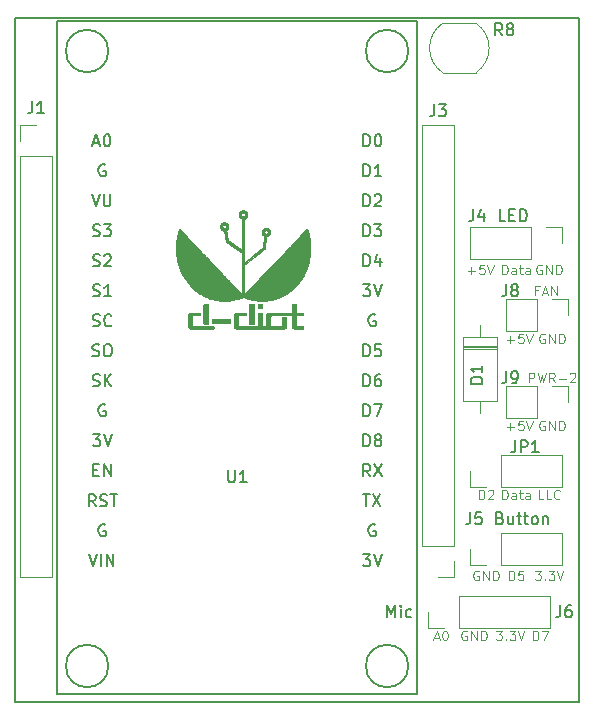
<source format=gbr>
%TF.GenerationSoftware,KiCad,Pcbnew,5.0.2-bee76a0~70~ubuntu18.04.1*%
%TF.CreationDate,2019-12-13T20:17:08+01:00*%
%TF.ProjectId,ESP8266-LolinV3-Lamp,45535038-3236-4362-9d4c-6f6c696e5633,2.0*%
%TF.SameCoordinates,Original*%
%TF.FileFunction,Legend,Top*%
%TF.FilePolarity,Positive*%
%FSLAX46Y46*%
G04 Gerber Fmt 4.6, Leading zero omitted, Abs format (unit mm)*
G04 Created by KiCad (PCBNEW 5.0.2-bee76a0~70~ubuntu18.04.1) date ven 13 dic 2019 20:17:08 CET*
%MOMM*%
%LPD*%
G01*
G04 APERTURE LIST*
%ADD10C,0.120000*%
%ADD11C,0.150000*%
%ADD12C,0.010000*%
G04 APERTURE END LIST*
D10*
X184302476Y-82912000D02*
X184226285Y-82873904D01*
X184112000Y-82873904D01*
X183997714Y-82912000D01*
X183921523Y-82988190D01*
X183883428Y-83064380D01*
X183845333Y-83216761D01*
X183845333Y-83331047D01*
X183883428Y-83483428D01*
X183921523Y-83559619D01*
X183997714Y-83635809D01*
X184112000Y-83673904D01*
X184188190Y-83673904D01*
X184302476Y-83635809D01*
X184340571Y-83597714D01*
X184340571Y-83331047D01*
X184188190Y-83331047D01*
X184683428Y-83673904D02*
X184683428Y-82873904D01*
X185140571Y-83673904D01*
X185140571Y-82873904D01*
X185521523Y-83673904D02*
X185521523Y-82873904D01*
X185712000Y-82873904D01*
X185826285Y-82912000D01*
X185902476Y-82988190D01*
X185940571Y-83064380D01*
X185978666Y-83216761D01*
X185978666Y-83331047D01*
X185940571Y-83483428D01*
X185902476Y-83559619D01*
X185826285Y-83635809D01*
X185712000Y-83673904D01*
X185521523Y-83673904D01*
X181089428Y-83369142D02*
X181698952Y-83369142D01*
X181394190Y-83673904D02*
X181394190Y-83064380D01*
X182460857Y-82873904D02*
X182079904Y-82873904D01*
X182041809Y-83254857D01*
X182079904Y-83216761D01*
X182156095Y-83178666D01*
X182346571Y-83178666D01*
X182422761Y-83216761D01*
X182460857Y-83254857D01*
X182498952Y-83331047D01*
X182498952Y-83521523D01*
X182460857Y-83597714D01*
X182422761Y-83635809D01*
X182346571Y-83673904D01*
X182156095Y-83673904D01*
X182079904Y-83635809D01*
X182041809Y-83597714D01*
X182727523Y-82873904D02*
X182994190Y-83673904D01*
X183260857Y-82873904D01*
X184302476Y-75546000D02*
X184226285Y-75507904D01*
X184112000Y-75507904D01*
X183997714Y-75546000D01*
X183921523Y-75622190D01*
X183883428Y-75698380D01*
X183845333Y-75850761D01*
X183845333Y-75965047D01*
X183883428Y-76117428D01*
X183921523Y-76193619D01*
X183997714Y-76269809D01*
X184112000Y-76307904D01*
X184188190Y-76307904D01*
X184302476Y-76269809D01*
X184340571Y-76231714D01*
X184340571Y-75965047D01*
X184188190Y-75965047D01*
X184683428Y-76307904D02*
X184683428Y-75507904D01*
X185140571Y-76307904D01*
X185140571Y-75507904D01*
X185521523Y-76307904D02*
X185521523Y-75507904D01*
X185712000Y-75507904D01*
X185826285Y-75546000D01*
X185902476Y-75622190D01*
X185940571Y-75698380D01*
X185978666Y-75850761D01*
X185978666Y-75965047D01*
X185940571Y-76117428D01*
X185902476Y-76193619D01*
X185826285Y-76269809D01*
X185712000Y-76307904D01*
X185521523Y-76307904D01*
X181089428Y-76003142D02*
X181698952Y-76003142D01*
X181394190Y-76307904D02*
X181394190Y-75698380D01*
X182460857Y-75507904D02*
X182079904Y-75507904D01*
X182041809Y-75888857D01*
X182079904Y-75850761D01*
X182156095Y-75812666D01*
X182346571Y-75812666D01*
X182422761Y-75850761D01*
X182460857Y-75888857D01*
X182498952Y-75965047D01*
X182498952Y-76155523D01*
X182460857Y-76231714D01*
X182422761Y-76269809D01*
X182346571Y-76307904D01*
X182156095Y-76307904D01*
X182079904Y-76269809D01*
X182041809Y-76231714D01*
X182727523Y-75507904D02*
X182994190Y-76307904D01*
X183260857Y-75507904D01*
X182969142Y-79609904D02*
X182969142Y-78809904D01*
X183273904Y-78809904D01*
X183350095Y-78848000D01*
X183388190Y-78886095D01*
X183426285Y-78962285D01*
X183426285Y-79076571D01*
X183388190Y-79152761D01*
X183350095Y-79190857D01*
X183273904Y-79228952D01*
X182969142Y-79228952D01*
X183692952Y-78809904D02*
X183883428Y-79609904D01*
X184035809Y-79038476D01*
X184188190Y-79609904D01*
X184378666Y-78809904D01*
X185140571Y-79609904D02*
X184873904Y-79228952D01*
X184683428Y-79609904D02*
X184683428Y-78809904D01*
X184988190Y-78809904D01*
X185064380Y-78848000D01*
X185102476Y-78886095D01*
X185140571Y-78962285D01*
X185140571Y-79076571D01*
X185102476Y-79152761D01*
X185064380Y-79190857D01*
X184988190Y-79228952D01*
X184683428Y-79228952D01*
X185483428Y-79305142D02*
X186092952Y-79305142D01*
X186435809Y-78886095D02*
X186473904Y-78848000D01*
X186550095Y-78809904D01*
X186740571Y-78809904D01*
X186816761Y-78848000D01*
X186854857Y-78886095D01*
X186892952Y-78962285D01*
X186892952Y-79038476D01*
X186854857Y-79152761D01*
X186397714Y-79609904D01*
X186892952Y-79609904D01*
X183756380Y-71824857D02*
X183489714Y-71824857D01*
X183489714Y-72243904D02*
X183489714Y-71443904D01*
X183870666Y-71443904D01*
X184137333Y-72015333D02*
X184518285Y-72015333D01*
X184061142Y-72243904D02*
X184327809Y-71443904D01*
X184594476Y-72243904D01*
X184861142Y-72243904D02*
X184861142Y-71443904D01*
X185318285Y-72243904D01*
X185318285Y-71443904D01*
X184181809Y-89515904D02*
X183800857Y-89515904D01*
X183800857Y-88715904D01*
X184829428Y-89515904D02*
X184448476Y-89515904D01*
X184448476Y-88715904D01*
X185553238Y-89439714D02*
X185515142Y-89477809D01*
X185400857Y-89515904D01*
X185324666Y-89515904D01*
X185210380Y-89477809D01*
X185134190Y-89401619D01*
X185096095Y-89325428D01*
X185058000Y-89173047D01*
X185058000Y-89058761D01*
X185096095Y-88906380D01*
X185134190Y-88830190D01*
X185210380Y-88754000D01*
X185324666Y-88715904D01*
X185400857Y-88715904D01*
X185515142Y-88754000D01*
X185553238Y-88792095D01*
X178733523Y-89515904D02*
X178733523Y-88715904D01*
X178924000Y-88715904D01*
X179038285Y-88754000D01*
X179114476Y-88830190D01*
X179152571Y-88906380D01*
X179190666Y-89058761D01*
X179190666Y-89173047D01*
X179152571Y-89325428D01*
X179114476Y-89401619D01*
X179038285Y-89477809D01*
X178924000Y-89515904D01*
X178733523Y-89515904D01*
X179495428Y-88792095D02*
X179533523Y-88754000D01*
X179609714Y-88715904D01*
X179800190Y-88715904D01*
X179876380Y-88754000D01*
X179914476Y-88792095D01*
X179952571Y-88868285D01*
X179952571Y-88944476D01*
X179914476Y-89058761D01*
X179457333Y-89515904D01*
X179952571Y-89515904D01*
X180702095Y-89515904D02*
X180702095Y-88715904D01*
X180892571Y-88715904D01*
X181006857Y-88754000D01*
X181083047Y-88830190D01*
X181121142Y-88906380D01*
X181159238Y-89058761D01*
X181159238Y-89173047D01*
X181121142Y-89325428D01*
X181083047Y-89401619D01*
X181006857Y-89477809D01*
X180892571Y-89515904D01*
X180702095Y-89515904D01*
X181844952Y-89515904D02*
X181844952Y-89096857D01*
X181806857Y-89020666D01*
X181730666Y-88982571D01*
X181578285Y-88982571D01*
X181502095Y-89020666D01*
X181844952Y-89477809D02*
X181768761Y-89515904D01*
X181578285Y-89515904D01*
X181502095Y-89477809D01*
X181464000Y-89401619D01*
X181464000Y-89325428D01*
X181502095Y-89249238D01*
X181578285Y-89211142D01*
X181768761Y-89211142D01*
X181844952Y-89173047D01*
X182111619Y-88982571D02*
X182416380Y-88982571D01*
X182225904Y-88715904D02*
X182225904Y-89401619D01*
X182264000Y-89477809D01*
X182340190Y-89515904D01*
X182416380Y-89515904D01*
X183025904Y-89515904D02*
X183025904Y-89096857D01*
X182987809Y-89020666D01*
X182911619Y-88982571D01*
X182759238Y-88982571D01*
X182683047Y-89020666D01*
X183025904Y-89477809D02*
X182949714Y-89515904D01*
X182759238Y-89515904D01*
X182683047Y-89477809D01*
X182644952Y-89401619D01*
X182644952Y-89325428D01*
X182683047Y-89249238D01*
X182759238Y-89211142D01*
X182949714Y-89211142D01*
X183025904Y-89173047D01*
D11*
X187198000Y-48768000D02*
X187198000Y-106680000D01*
D10*
X183305523Y-101453904D02*
X183305523Y-100653904D01*
X183496000Y-100653904D01*
X183610285Y-100692000D01*
X183686476Y-100768190D01*
X183724571Y-100844380D01*
X183762666Y-100996761D01*
X183762666Y-101111047D01*
X183724571Y-101263428D01*
X183686476Y-101339619D01*
X183610285Y-101415809D01*
X183496000Y-101453904D01*
X183305523Y-101453904D01*
X184029333Y-100653904D02*
X184562666Y-100653904D01*
X184219809Y-101453904D01*
X180175047Y-100653904D02*
X180670285Y-100653904D01*
X180403619Y-100958666D01*
X180517904Y-100958666D01*
X180594095Y-100996761D01*
X180632190Y-101034857D01*
X180670285Y-101111047D01*
X180670285Y-101301523D01*
X180632190Y-101377714D01*
X180594095Y-101415809D01*
X180517904Y-101453904D01*
X180289333Y-101453904D01*
X180213142Y-101415809D01*
X180175047Y-101377714D01*
X181013142Y-101377714D02*
X181051238Y-101415809D01*
X181013142Y-101453904D01*
X180975047Y-101415809D01*
X181013142Y-101377714D01*
X181013142Y-101453904D01*
X181317904Y-100653904D02*
X181813142Y-100653904D01*
X181546476Y-100958666D01*
X181660761Y-100958666D01*
X181736952Y-100996761D01*
X181775047Y-101034857D01*
X181813142Y-101111047D01*
X181813142Y-101301523D01*
X181775047Y-101377714D01*
X181736952Y-101415809D01*
X181660761Y-101453904D01*
X181432190Y-101453904D01*
X181356000Y-101415809D01*
X181317904Y-101377714D01*
X182041714Y-100653904D02*
X182308380Y-101453904D01*
X182575047Y-100653904D01*
X177698476Y-100692000D02*
X177622285Y-100653904D01*
X177508000Y-100653904D01*
X177393714Y-100692000D01*
X177317523Y-100768190D01*
X177279428Y-100844380D01*
X177241333Y-100996761D01*
X177241333Y-101111047D01*
X177279428Y-101263428D01*
X177317523Y-101339619D01*
X177393714Y-101415809D01*
X177508000Y-101453904D01*
X177584190Y-101453904D01*
X177698476Y-101415809D01*
X177736571Y-101377714D01*
X177736571Y-101111047D01*
X177584190Y-101111047D01*
X178079428Y-101453904D02*
X178079428Y-100653904D01*
X178536571Y-101453904D01*
X178536571Y-100653904D01*
X178917523Y-101453904D02*
X178917523Y-100653904D01*
X179108000Y-100653904D01*
X179222285Y-100692000D01*
X179298476Y-100768190D01*
X179336571Y-100844380D01*
X179374666Y-100996761D01*
X179374666Y-101111047D01*
X179336571Y-101263428D01*
X179298476Y-101339619D01*
X179222285Y-101415809D01*
X179108000Y-101453904D01*
X178917523Y-101453904D01*
X174942571Y-101225333D02*
X175323523Y-101225333D01*
X174866380Y-101453904D02*
X175133047Y-100653904D01*
X175399714Y-101453904D01*
X175818761Y-100653904D02*
X175894952Y-100653904D01*
X175971142Y-100692000D01*
X176009238Y-100730095D01*
X176047333Y-100806285D01*
X176085428Y-100958666D01*
X176085428Y-101149142D01*
X176047333Y-101301523D01*
X176009238Y-101377714D01*
X175971142Y-101415809D01*
X175894952Y-101453904D01*
X175818761Y-101453904D01*
X175742571Y-101415809D01*
X175704476Y-101377714D01*
X175666380Y-101301523D01*
X175628285Y-101149142D01*
X175628285Y-100958666D01*
X175666380Y-100806285D01*
X175704476Y-100730095D01*
X175742571Y-100692000D01*
X175818761Y-100653904D01*
D11*
X180967142Y-65984380D02*
X180490952Y-65984380D01*
X180490952Y-64984380D01*
X181300476Y-65460571D02*
X181633809Y-65460571D01*
X181776666Y-65984380D02*
X181300476Y-65984380D01*
X181300476Y-64984380D01*
X181776666Y-64984380D01*
X182205238Y-65984380D02*
X182205238Y-64984380D01*
X182443333Y-64984380D01*
X182586190Y-65032000D01*
X182681428Y-65127238D01*
X182729047Y-65222476D01*
X182776666Y-65412952D01*
X182776666Y-65555809D01*
X182729047Y-65746285D01*
X182681428Y-65841523D01*
X182586190Y-65936761D01*
X182443333Y-65984380D01*
X182205238Y-65984380D01*
D10*
X184048476Y-69704000D02*
X183972285Y-69665904D01*
X183858000Y-69665904D01*
X183743714Y-69704000D01*
X183667523Y-69780190D01*
X183629428Y-69856380D01*
X183591333Y-70008761D01*
X183591333Y-70123047D01*
X183629428Y-70275428D01*
X183667523Y-70351619D01*
X183743714Y-70427809D01*
X183858000Y-70465904D01*
X183934190Y-70465904D01*
X184048476Y-70427809D01*
X184086571Y-70389714D01*
X184086571Y-70123047D01*
X183934190Y-70123047D01*
X184429428Y-70465904D02*
X184429428Y-69665904D01*
X184886571Y-70465904D01*
X184886571Y-69665904D01*
X185267523Y-70465904D02*
X185267523Y-69665904D01*
X185458000Y-69665904D01*
X185572285Y-69704000D01*
X185648476Y-69780190D01*
X185686571Y-69856380D01*
X185724666Y-70008761D01*
X185724666Y-70123047D01*
X185686571Y-70275428D01*
X185648476Y-70351619D01*
X185572285Y-70427809D01*
X185458000Y-70465904D01*
X185267523Y-70465904D01*
X180702095Y-70465904D02*
X180702095Y-69665904D01*
X180892571Y-69665904D01*
X181006857Y-69704000D01*
X181083047Y-69780190D01*
X181121142Y-69856380D01*
X181159238Y-70008761D01*
X181159238Y-70123047D01*
X181121142Y-70275428D01*
X181083047Y-70351619D01*
X181006857Y-70427809D01*
X180892571Y-70465904D01*
X180702095Y-70465904D01*
X181844952Y-70465904D02*
X181844952Y-70046857D01*
X181806857Y-69970666D01*
X181730666Y-69932571D01*
X181578285Y-69932571D01*
X181502095Y-69970666D01*
X181844952Y-70427809D02*
X181768761Y-70465904D01*
X181578285Y-70465904D01*
X181502095Y-70427809D01*
X181464000Y-70351619D01*
X181464000Y-70275428D01*
X181502095Y-70199238D01*
X181578285Y-70161142D01*
X181768761Y-70161142D01*
X181844952Y-70123047D01*
X182111619Y-69932571D02*
X182416380Y-69932571D01*
X182225904Y-69665904D02*
X182225904Y-70351619D01*
X182264000Y-70427809D01*
X182340190Y-70465904D01*
X182416380Y-70465904D01*
X183025904Y-70465904D02*
X183025904Y-70046857D01*
X182987809Y-69970666D01*
X182911619Y-69932571D01*
X182759238Y-69932571D01*
X182683047Y-69970666D01*
X183025904Y-70427809D02*
X182949714Y-70465904D01*
X182759238Y-70465904D01*
X182683047Y-70427809D01*
X182644952Y-70351619D01*
X182644952Y-70275428D01*
X182683047Y-70199238D01*
X182759238Y-70161142D01*
X182949714Y-70161142D01*
X183025904Y-70123047D01*
X177787428Y-70161142D02*
X178396952Y-70161142D01*
X178092190Y-70465904D02*
X178092190Y-69856380D01*
X179158857Y-69665904D02*
X178777904Y-69665904D01*
X178739809Y-70046857D01*
X178777904Y-70008761D01*
X178854095Y-69970666D01*
X179044571Y-69970666D01*
X179120761Y-70008761D01*
X179158857Y-70046857D01*
X179196952Y-70123047D01*
X179196952Y-70313523D01*
X179158857Y-70389714D01*
X179120761Y-70427809D01*
X179044571Y-70465904D01*
X178854095Y-70465904D01*
X178777904Y-70427809D01*
X178739809Y-70389714D01*
X179425523Y-69665904D02*
X179692190Y-70465904D01*
X179958857Y-69665904D01*
D11*
X170958000Y-99512380D02*
X170958000Y-98512380D01*
X171291333Y-99226666D01*
X171624666Y-98512380D01*
X171624666Y-99512380D01*
X172100857Y-99512380D02*
X172100857Y-98845714D01*
X172100857Y-98512380D02*
X172053238Y-98560000D01*
X172100857Y-98607619D01*
X172148476Y-98560000D01*
X172100857Y-98512380D01*
X172100857Y-98607619D01*
X173005619Y-99464761D02*
X172910380Y-99512380D01*
X172719904Y-99512380D01*
X172624666Y-99464761D01*
X172577047Y-99417142D01*
X172529428Y-99321904D01*
X172529428Y-99036190D01*
X172577047Y-98940952D01*
X172624666Y-98893333D01*
X172719904Y-98845714D01*
X172910380Y-98845714D01*
X173005619Y-98893333D01*
D10*
X183477047Y-95573904D02*
X183972285Y-95573904D01*
X183705619Y-95878666D01*
X183819904Y-95878666D01*
X183896095Y-95916761D01*
X183934190Y-95954857D01*
X183972285Y-96031047D01*
X183972285Y-96221523D01*
X183934190Y-96297714D01*
X183896095Y-96335809D01*
X183819904Y-96373904D01*
X183591333Y-96373904D01*
X183515142Y-96335809D01*
X183477047Y-96297714D01*
X184315142Y-96297714D02*
X184353238Y-96335809D01*
X184315142Y-96373904D01*
X184277047Y-96335809D01*
X184315142Y-96297714D01*
X184315142Y-96373904D01*
X184619904Y-95573904D02*
X185115142Y-95573904D01*
X184848476Y-95878666D01*
X184962761Y-95878666D01*
X185038952Y-95916761D01*
X185077047Y-95954857D01*
X185115142Y-96031047D01*
X185115142Y-96221523D01*
X185077047Y-96297714D01*
X185038952Y-96335809D01*
X184962761Y-96373904D01*
X184734190Y-96373904D01*
X184658000Y-96335809D01*
X184619904Y-96297714D01*
X185343714Y-95573904D02*
X185610380Y-96373904D01*
X185877047Y-95573904D01*
X178714476Y-95612000D02*
X178638285Y-95573904D01*
X178524000Y-95573904D01*
X178409714Y-95612000D01*
X178333523Y-95688190D01*
X178295428Y-95764380D01*
X178257333Y-95916761D01*
X178257333Y-96031047D01*
X178295428Y-96183428D01*
X178333523Y-96259619D01*
X178409714Y-96335809D01*
X178524000Y-96373904D01*
X178600190Y-96373904D01*
X178714476Y-96335809D01*
X178752571Y-96297714D01*
X178752571Y-96031047D01*
X178600190Y-96031047D01*
X179095428Y-96373904D02*
X179095428Y-95573904D01*
X179552571Y-96373904D01*
X179552571Y-95573904D01*
X179933523Y-96373904D02*
X179933523Y-95573904D01*
X180124000Y-95573904D01*
X180238285Y-95612000D01*
X180314476Y-95688190D01*
X180352571Y-95764380D01*
X180390666Y-95916761D01*
X180390666Y-96031047D01*
X180352571Y-96183428D01*
X180314476Y-96259619D01*
X180238285Y-96335809D01*
X180124000Y-96373904D01*
X179933523Y-96373904D01*
X181273523Y-96373904D02*
X181273523Y-95573904D01*
X181464000Y-95573904D01*
X181578285Y-95612000D01*
X181654476Y-95688190D01*
X181692571Y-95764380D01*
X181730666Y-95916761D01*
X181730666Y-96031047D01*
X181692571Y-96183428D01*
X181654476Y-96259619D01*
X181578285Y-96335809D01*
X181464000Y-96373904D01*
X181273523Y-96373904D01*
X182454476Y-95573904D02*
X182073523Y-95573904D01*
X182035428Y-95954857D01*
X182073523Y-95916761D01*
X182149714Y-95878666D01*
X182340190Y-95878666D01*
X182416380Y-95916761D01*
X182454476Y-95954857D01*
X182492571Y-96031047D01*
X182492571Y-96221523D01*
X182454476Y-96297714D01*
X182416380Y-96335809D01*
X182340190Y-96373904D01*
X182149714Y-96373904D01*
X182073523Y-96335809D01*
X182035428Y-96297714D01*
D11*
X180514857Y-91114571D02*
X180657714Y-91162190D01*
X180705333Y-91209809D01*
X180752952Y-91305047D01*
X180752952Y-91447904D01*
X180705333Y-91543142D01*
X180657714Y-91590761D01*
X180562476Y-91638380D01*
X180181523Y-91638380D01*
X180181523Y-90638380D01*
X180514857Y-90638380D01*
X180610095Y-90686000D01*
X180657714Y-90733619D01*
X180705333Y-90828857D01*
X180705333Y-90924095D01*
X180657714Y-91019333D01*
X180610095Y-91066952D01*
X180514857Y-91114571D01*
X180181523Y-91114571D01*
X181610095Y-90971714D02*
X181610095Y-91638380D01*
X181181523Y-90971714D02*
X181181523Y-91495523D01*
X181229142Y-91590761D01*
X181324380Y-91638380D01*
X181467238Y-91638380D01*
X181562476Y-91590761D01*
X181610095Y-91543142D01*
X181943428Y-90971714D02*
X182324380Y-90971714D01*
X182086285Y-90638380D02*
X182086285Y-91495523D01*
X182133904Y-91590761D01*
X182229142Y-91638380D01*
X182324380Y-91638380D01*
X182514857Y-90971714D02*
X182895809Y-90971714D01*
X182657714Y-90638380D02*
X182657714Y-91495523D01*
X182705333Y-91590761D01*
X182800571Y-91638380D01*
X182895809Y-91638380D01*
X183372000Y-91638380D02*
X183276761Y-91590761D01*
X183229142Y-91543142D01*
X183181523Y-91447904D01*
X183181523Y-91162190D01*
X183229142Y-91066952D01*
X183276761Y-91019333D01*
X183372000Y-90971714D01*
X183514857Y-90971714D01*
X183610095Y-91019333D01*
X183657714Y-91066952D01*
X183705333Y-91162190D01*
X183705333Y-91447904D01*
X183657714Y-91543142D01*
X183610095Y-91590761D01*
X183514857Y-91638380D01*
X183372000Y-91638380D01*
X184133904Y-90971714D02*
X184133904Y-91638380D01*
X184133904Y-91066952D02*
X184181523Y-91019333D01*
X184276761Y-90971714D01*
X184419619Y-90971714D01*
X184514857Y-91019333D01*
X184562476Y-91114571D01*
X184562476Y-91638380D01*
X139446000Y-106680000D02*
X187198000Y-106680000D01*
X139446000Y-48768000D02*
X187198000Y-48768000D01*
X139446000Y-106680000D02*
X139446000Y-48768000D01*
D10*
X181042000Y-79950000D02*
X181042000Y-82610000D01*
X183642000Y-79950000D02*
X181042000Y-79950000D01*
X183642000Y-82610000D02*
X181042000Y-82610000D01*
X183642000Y-79950000D02*
X183642000Y-82610000D01*
X184912000Y-79950000D02*
X186242000Y-79950000D01*
X186242000Y-79950000D02*
X186242000Y-81280000D01*
X181042000Y-72584000D02*
X181042000Y-75244000D01*
X183642000Y-72584000D02*
X181042000Y-72584000D01*
X183642000Y-75244000D02*
X181042000Y-75244000D01*
X183642000Y-72584000D02*
X183642000Y-75244000D01*
X184912000Y-72584000D02*
X186242000Y-72584000D01*
X186242000Y-72584000D02*
X186242000Y-73914000D01*
X180286000Y-75766000D02*
X177346000Y-75766000D01*
X177346000Y-75766000D02*
X177346000Y-81206000D01*
X177346000Y-81206000D02*
X180286000Y-81206000D01*
X180286000Y-81206000D02*
X180286000Y-75766000D01*
X178816000Y-74746000D02*
X178816000Y-75766000D01*
X178816000Y-82226000D02*
X178816000Y-81206000D01*
X180286000Y-76666000D02*
X177346000Y-76666000D01*
X180286000Y-76786000D02*
X177346000Y-76786000D01*
X180286000Y-76546000D02*
X177346000Y-76546000D01*
D11*
X172738051Y-103632000D02*
G75*
G03X172738051Y-103632000I-1796051J0D01*
G01*
X147338051Y-103632000D02*
G75*
G03X147338051Y-103632000I-1796051J0D01*
G01*
X147338051Y-51562000D02*
G75*
G03X147338051Y-51562000I-1796051J0D01*
G01*
X172738051Y-51562000D02*
G75*
G03X172738051Y-51562000I-1796051J0D01*
G01*
X173492000Y-49002000D02*
X143492000Y-49002000D01*
X143492000Y-49002000D02*
X142992000Y-49002000D01*
X142992000Y-49002000D02*
X142992000Y-106002000D01*
X142992000Y-106002000D02*
X173492000Y-106002000D01*
X173492000Y-106002000D02*
X173492000Y-49002000D01*
D10*
X178462000Y-49208000D02*
X175662000Y-49208000D01*
X178462000Y-53408000D02*
X175662000Y-53408000D01*
X175675963Y-49198758D02*
G75*
G03X175662000Y-53408000I1386037J-2109242D01*
G01*
X178448037Y-53417242D02*
G75*
G03X178462000Y-49208000I-1386037J2109242D01*
G01*
X139894000Y-57852000D02*
X141224000Y-57852000D01*
X139894000Y-59182000D02*
X139894000Y-57852000D01*
X139894000Y-60452000D02*
X142554000Y-60452000D01*
X142554000Y-60452000D02*
X142554000Y-96072000D01*
X139894000Y-60452000D02*
X139894000Y-96072000D01*
X139894000Y-96072000D02*
X142554000Y-96072000D01*
X185734000Y-88452000D02*
X185734000Y-85792000D01*
X180594000Y-88452000D02*
X185734000Y-88452000D01*
X180594000Y-85792000D02*
X185734000Y-85792000D01*
X180594000Y-88452000D02*
X180594000Y-85792000D01*
X179324000Y-88452000D02*
X177994000Y-88452000D01*
X177994000Y-88452000D02*
X177994000Y-87122000D01*
X185734000Y-66488000D02*
X185734000Y-67818000D01*
X184404000Y-66488000D02*
X185734000Y-66488000D01*
X183134000Y-66488000D02*
X183134000Y-69148000D01*
X183134000Y-69148000D02*
X177994000Y-69148000D01*
X183134000Y-66488000D02*
X177994000Y-66488000D01*
X177994000Y-66488000D02*
X177994000Y-69148000D01*
X185734000Y-95056000D02*
X185734000Y-92396000D01*
X180594000Y-95056000D02*
X185734000Y-95056000D01*
X180594000Y-92396000D02*
X185734000Y-92396000D01*
X180594000Y-95056000D02*
X180594000Y-92396000D01*
X179324000Y-95056000D02*
X177994000Y-95056000D01*
X177994000Y-95056000D02*
X177994000Y-93726000D01*
X184718000Y-100390000D02*
X184718000Y-97730000D01*
X177038000Y-100390000D02*
X184718000Y-100390000D01*
X177038000Y-97730000D02*
X184718000Y-97730000D01*
X177038000Y-100390000D02*
X177038000Y-97730000D01*
X175768000Y-100390000D02*
X174438000Y-100390000D01*
X174438000Y-100390000D02*
X174438000Y-99060000D01*
X176590000Y-57852000D02*
X173930000Y-57852000D01*
X176590000Y-93472000D02*
X176590000Y-57852000D01*
X173930000Y-93472000D02*
X173930000Y-57852000D01*
X176590000Y-93472000D02*
X173930000Y-93472000D01*
X176590000Y-94742000D02*
X176590000Y-96072000D01*
X176590000Y-96072000D02*
X175260000Y-96072000D01*
D12*
G36*
X158790800Y-65046075D02*
X158811413Y-65047600D01*
X158828527Y-65050020D01*
X158829425Y-65050196D01*
X158871553Y-65061141D01*
X158911413Y-65076488D01*
X158948748Y-65095980D01*
X158983302Y-65119357D01*
X159014820Y-65146359D01*
X159043047Y-65176729D01*
X159067725Y-65210207D01*
X159088599Y-65246534D01*
X159105414Y-65285451D01*
X159117913Y-65326699D01*
X159122180Y-65346580D01*
X159124806Y-65365677D01*
X159126353Y-65388083D01*
X159126820Y-65412144D01*
X159126207Y-65436202D01*
X159124512Y-65458604D01*
X159122266Y-65474850D01*
X159112279Y-65517068D01*
X159097833Y-65557050D01*
X159079135Y-65594564D01*
X159056391Y-65629383D01*
X159029809Y-65661276D01*
X158999597Y-65690014D01*
X158965960Y-65715368D01*
X158929106Y-65737108D01*
X158889242Y-65755006D01*
X158860490Y-65764873D01*
X158845250Y-65769490D01*
X158844613Y-67625807D01*
X158844573Y-67750193D01*
X158844542Y-67870638D01*
X158844519Y-67987098D01*
X158844503Y-68099533D01*
X158844495Y-68207900D01*
X158844495Y-68312157D01*
X158844503Y-68412262D01*
X158844519Y-68508174D01*
X158844542Y-68599851D01*
X158844573Y-68687250D01*
X158844612Y-68770330D01*
X158844658Y-68849048D01*
X158844711Y-68923364D01*
X158844772Y-68993234D01*
X158844841Y-69058618D01*
X158844917Y-69119473D01*
X158845000Y-69175757D01*
X158845091Y-69227428D01*
X158845189Y-69274445D01*
X158845294Y-69316766D01*
X158845406Y-69354348D01*
X158845525Y-69387150D01*
X158845652Y-69415129D01*
X158845786Y-69438245D01*
X158845926Y-69456454D01*
X158846074Y-69469716D01*
X158846229Y-69477987D01*
X158846390Y-69481227D01*
X158846415Y-69481277D01*
X158848524Y-69479616D01*
X158854417Y-69474827D01*
X158863960Y-69467019D01*
X158877023Y-69456300D01*
X158893474Y-69442779D01*
X158913179Y-69426565D01*
X158936009Y-69407767D01*
X158961830Y-69386494D01*
X158990510Y-69362855D01*
X159021919Y-69336958D01*
X159055923Y-69308912D01*
X159092391Y-69278827D01*
X159131191Y-69246810D01*
X159172192Y-69212971D01*
X159215260Y-69177418D01*
X159260265Y-69140261D01*
X159307075Y-69101608D01*
X159355556Y-69061569D01*
X159405578Y-69020251D01*
X159457009Y-68977764D01*
X159509717Y-68934216D01*
X159563569Y-68889717D01*
X159618434Y-68844375D01*
X159627915Y-68836540D01*
X159682952Y-68791052D01*
X159737003Y-68746380D01*
X159789936Y-68702634D01*
X159841617Y-68659922D01*
X159891915Y-68618354D01*
X159940699Y-68578039D01*
X159987835Y-68539086D01*
X160033191Y-68501605D01*
X160076636Y-68465704D01*
X160118037Y-68431493D01*
X160157263Y-68399080D01*
X160194180Y-68368576D01*
X160228658Y-68340089D01*
X160260563Y-68313728D01*
X160289764Y-68289603D01*
X160316128Y-68267823D01*
X160339524Y-68248496D01*
X160359818Y-68231733D01*
X160376880Y-68217642D01*
X160390577Y-68206332D01*
X160400777Y-68197913D01*
X160407348Y-68192495D01*
X160410157Y-68190185D01*
X160410250Y-68190110D01*
X160411054Y-68187241D01*
X160412517Y-68179370D01*
X160414639Y-68166494D01*
X160417421Y-68148611D01*
X160420862Y-68125718D01*
X160424964Y-68097812D01*
X160429726Y-68064891D01*
X160435150Y-68026951D01*
X160441234Y-67983990D01*
X160447981Y-67936006D01*
X160455389Y-67882995D01*
X160463460Y-67824956D01*
X160472194Y-67761885D01*
X160479668Y-67707737D01*
X160486384Y-67658990D01*
X160492906Y-67611604D01*
X160499200Y-67565821D01*
X160505234Y-67521887D01*
X160510973Y-67480044D01*
X160516385Y-67440539D01*
X160521435Y-67403614D01*
X160526092Y-67369513D01*
X160530322Y-67338481D01*
X160534090Y-67310762D01*
X160537365Y-67286600D01*
X160540112Y-67266238D01*
X160542299Y-67249922D01*
X160543892Y-67237894D01*
X160544858Y-67230400D01*
X160545163Y-67227683D01*
X160545161Y-67227677D01*
X160542763Y-67226528D01*
X160536774Y-67223592D01*
X160528151Y-67219339D01*
X160519866Y-67215240D01*
X160484339Y-67194897D01*
X160451980Y-67170842D01*
X160422943Y-67143455D01*
X160397382Y-67113115D01*
X160375452Y-67080201D01*
X160357309Y-67045091D01*
X160343107Y-67008165D01*
X160333001Y-66969802D01*
X160327146Y-66930381D01*
X160325697Y-66890281D01*
X160325817Y-66888711D01*
X160526572Y-66888711D01*
X160526609Y-66909581D01*
X160528777Y-66929261D01*
X160532582Y-66944558D01*
X160543868Y-66969994D01*
X160559220Y-66993149D01*
X160578059Y-67013419D01*
X160599810Y-67030202D01*
X160623892Y-67042895D01*
X160628649Y-67044782D01*
X160655726Y-67052386D01*
X160683009Y-67054925D01*
X160710358Y-67052395D01*
X160727922Y-67048085D01*
X160753818Y-67037634D01*
X160777021Y-67023184D01*
X160797169Y-67005221D01*
X160813901Y-66984229D01*
X160826857Y-66960692D01*
X160835676Y-66935096D01*
X160839995Y-66907926D01*
X160840382Y-66897148D01*
X160838125Y-66869795D01*
X160831198Y-66844270D01*
X160819526Y-66820398D01*
X160803033Y-66798000D01*
X160793613Y-66787950D01*
X160771858Y-66769273D01*
X160748900Y-66755471D01*
X160724412Y-66746418D01*
X160698069Y-66741985D01*
X160675320Y-66741686D01*
X160647901Y-66745460D01*
X160621993Y-66753829D01*
X160598098Y-66766410D01*
X160576717Y-66782821D01*
X160558349Y-66802678D01*
X160543497Y-66825599D01*
X160532866Y-66850575D01*
X160528659Y-66868444D01*
X160526572Y-66888711D01*
X160325817Y-66888711D01*
X160328808Y-66849882D01*
X160336635Y-66809562D01*
X160343972Y-66784625D01*
X160359757Y-66745176D01*
X160379699Y-66708468D01*
X160403541Y-66674728D01*
X160431027Y-66644183D01*
X160461900Y-66617059D01*
X160495903Y-66593582D01*
X160532779Y-66573980D01*
X160572273Y-66558478D01*
X160612611Y-66547621D01*
X160633232Y-66544348D01*
X160657079Y-66542369D01*
X160682537Y-66541684D01*
X160707994Y-66542294D01*
X160731837Y-66544199D01*
X160752453Y-66547400D01*
X160753268Y-66547572D01*
X160795687Y-66559114D01*
X160835463Y-66574907D01*
X160872394Y-66594747D01*
X160906278Y-66618432D01*
X160936911Y-66645759D01*
X160964090Y-66676525D01*
X160987613Y-66710526D01*
X161007277Y-66747561D01*
X161022879Y-66787425D01*
X161033897Y-66828405D01*
X161036861Y-66846986D01*
X161038778Y-66868956D01*
X161039631Y-66892727D01*
X161039405Y-66916714D01*
X161038082Y-66939331D01*
X161035647Y-66958991D01*
X161035276Y-66961094D01*
X161025223Y-67002261D01*
X161010693Y-67041343D01*
X160991959Y-67078059D01*
X160969292Y-67112126D01*
X160942965Y-67143263D01*
X160913251Y-67171188D01*
X160880421Y-67195618D01*
X160844749Y-67216272D01*
X160806506Y-67232868D01*
X160765965Y-67245124D01*
X160759469Y-67246622D01*
X160748679Y-67248847D01*
X160739049Y-67250549D01*
X160732196Y-67251450D01*
X160730788Y-67251525D01*
X160726175Y-67252285D01*
X160723755Y-67255432D01*
X160722476Y-67261105D01*
X160721980Y-67264535D01*
X160720824Y-67272756D01*
X160719042Y-67285521D01*
X160716669Y-67302589D01*
X160713737Y-67323716D01*
X160710280Y-67348659D01*
X160706332Y-67377173D01*
X160701926Y-67409016D01*
X160697097Y-67443944D01*
X160691878Y-67481714D01*
X160686302Y-67522083D01*
X160680403Y-67564806D01*
X160674215Y-67609642D01*
X160667772Y-67656345D01*
X160661107Y-67704673D01*
X160654253Y-67754382D01*
X160651104Y-67777227D01*
X160644186Y-67827355D01*
X160637433Y-67876140D01*
X160630881Y-67923342D01*
X160624562Y-67968725D01*
X160618511Y-68012048D01*
X160612762Y-68053075D01*
X160607348Y-68091567D01*
X160602302Y-68127285D01*
X160597660Y-68159992D01*
X160593454Y-68189448D01*
X160589718Y-68215415D01*
X160586486Y-68237656D01*
X160583793Y-68255932D01*
X160581671Y-68270004D01*
X160580154Y-68279634D01*
X160579277Y-68284584D01*
X160579093Y-68285227D01*
X160577008Y-68286923D01*
X160571132Y-68291752D01*
X160561591Y-68299611D01*
X160548510Y-68310396D01*
X160532013Y-68324005D01*
X160512225Y-68340334D01*
X160489272Y-68359280D01*
X160463279Y-68380740D01*
X160434370Y-68404610D01*
X160402670Y-68430787D01*
X160368305Y-68459168D01*
X160331400Y-68489649D01*
X160292079Y-68522128D01*
X160250468Y-68556501D01*
X160206691Y-68592665D01*
X160160874Y-68630517D01*
X160113142Y-68669952D01*
X160063619Y-68710869D01*
X160012431Y-68753164D01*
X159959703Y-68796733D01*
X159905559Y-68841473D01*
X159850125Y-68887281D01*
X159793526Y-68934055D01*
X159735886Y-68981689D01*
X159710441Y-69002718D01*
X158843980Y-69718807D01*
X158843980Y-70940315D01*
X158843984Y-71024874D01*
X158843998Y-71107458D01*
X158844020Y-71187937D01*
X158844051Y-71266179D01*
X158844091Y-71342055D01*
X158844139Y-71415431D01*
X158844194Y-71486179D01*
X158844257Y-71554166D01*
X158844328Y-71619262D01*
X158844405Y-71681336D01*
X158844490Y-71740257D01*
X158844581Y-71795894D01*
X158844679Y-71848116D01*
X158844782Y-71896792D01*
X158844892Y-71941792D01*
X158845008Y-71982984D01*
X158845129Y-72020237D01*
X158845255Y-72053420D01*
X158845386Y-72082403D01*
X158845522Y-72107054D01*
X158845663Y-72127243D01*
X158845807Y-72142838D01*
X158845956Y-72153709D01*
X158846109Y-72159725D01*
X158846220Y-72160976D01*
X158848618Y-72158865D01*
X158853707Y-72153627D01*
X158860833Y-72145959D01*
X158869342Y-72136558D01*
X158873233Y-72132190D01*
X158886752Y-72117073D01*
X158900999Y-72101416D01*
X158916204Y-72084980D01*
X158932600Y-72067529D01*
X158950418Y-72048826D01*
X158969889Y-72028634D01*
X158991246Y-72006716D01*
X159014719Y-71982835D01*
X159040541Y-71956754D01*
X159068942Y-71928236D01*
X159100154Y-71897044D01*
X159134410Y-71862942D01*
X159171939Y-71825691D01*
X159197147Y-71800720D01*
X159398556Y-71601330D01*
X160871943Y-70053200D01*
X160949879Y-69971310D01*
X161029083Y-69888089D01*
X161109398Y-69803702D01*
X161190666Y-69718313D01*
X161272733Y-69632086D01*
X161355440Y-69545186D01*
X161438632Y-69457778D01*
X161522152Y-69370026D01*
X161605844Y-69282094D01*
X161689551Y-69194147D01*
X161773116Y-69106348D01*
X161856383Y-69018864D01*
X161939196Y-68931858D01*
X162021397Y-68845494D01*
X162102831Y-68759937D01*
X162183341Y-68675351D01*
X162262770Y-68591902D01*
X162340962Y-68509753D01*
X162417760Y-68429068D01*
X162493008Y-68350013D01*
X162566549Y-68272752D01*
X162638227Y-68197448D01*
X162707886Y-68124267D01*
X162775367Y-68053374D01*
X162840516Y-67984931D01*
X162903176Y-67919105D01*
X162963190Y-67856059D01*
X163020401Y-67795958D01*
X163074653Y-67738966D01*
X163125790Y-67685247D01*
X163173655Y-67634967D01*
X163194980Y-67612567D01*
X163249517Y-67555278D01*
X163303236Y-67498847D01*
X163356027Y-67443388D01*
X163407782Y-67389016D01*
X163458390Y-67335846D01*
X163507742Y-67283994D01*
X163555729Y-67233574D01*
X163602242Y-67184702D01*
X163647170Y-67137492D01*
X163690405Y-67092059D01*
X163731836Y-67048519D01*
X163771356Y-67006986D01*
X163808853Y-66967576D01*
X163844219Y-66930404D01*
X163877344Y-66895584D01*
X163908118Y-66863232D01*
X163936433Y-66833463D01*
X163962179Y-66806391D01*
X163985246Y-66782132D01*
X164005526Y-66760801D01*
X164022907Y-66742513D01*
X164037282Y-66727382D01*
X164048540Y-66715524D01*
X164056573Y-66707055D01*
X164061270Y-66702088D01*
X164062371Y-66700913D01*
X164075902Y-66686868D01*
X164089394Y-66673886D01*
X164102212Y-66662501D01*
X164113720Y-66653247D01*
X164123282Y-66646659D01*
X164130262Y-66643272D01*
X164131212Y-66643040D01*
X164144289Y-66642393D01*
X164156164Y-66645792D01*
X164167181Y-66653488D01*
X164177685Y-66665731D01*
X164188021Y-66682769D01*
X164189242Y-66685101D01*
X164198661Y-66704795D01*
X164209037Y-66729206D01*
X164220282Y-66758083D01*
X164232305Y-66791171D01*
X164245015Y-66828220D01*
X164258323Y-66868974D01*
X164272138Y-66913183D01*
X164280764Y-66941700D01*
X164288095Y-66966396D01*
X164294259Y-66987683D01*
X164299491Y-67006565D01*
X164304025Y-67024043D01*
X164308098Y-67041122D01*
X164311942Y-67058802D01*
X164315794Y-67078087D01*
X164319887Y-67099981D01*
X164324457Y-67125485D01*
X164326478Y-67136959D01*
X164354178Y-67304796D01*
X164377833Y-67469635D01*
X164397447Y-67631546D01*
X164413024Y-67790598D01*
X164424569Y-67946859D01*
X164432086Y-68100400D01*
X164435579Y-68251289D01*
X164435053Y-68399595D01*
X164430512Y-68545389D01*
X164422943Y-68675250D01*
X164409584Y-68826940D01*
X164391271Y-68977807D01*
X164368048Y-69127725D01*
X164339957Y-69276569D01*
X164307042Y-69424214D01*
X164269347Y-69570533D01*
X164226915Y-69715404D01*
X164179788Y-69858699D01*
X164128011Y-70000293D01*
X164071627Y-70140062D01*
X164010679Y-70277880D01*
X163945210Y-70413622D01*
X163875263Y-70547163D01*
X163800883Y-70678377D01*
X163722112Y-70807139D01*
X163645060Y-70924420D01*
X163559330Y-71046322D01*
X163470456Y-71164344D01*
X163378476Y-71278447D01*
X163283427Y-71388598D01*
X163185348Y-71494760D01*
X163084275Y-71596899D01*
X162980247Y-71694978D01*
X162873302Y-71788961D01*
X162763476Y-71878814D01*
X162650808Y-71964501D01*
X162535335Y-72045986D01*
X162417096Y-72123234D01*
X162296128Y-72196209D01*
X162295840Y-72196376D01*
X162185774Y-72257652D01*
X162072982Y-72315682D01*
X161958080Y-72370203D01*
X161841685Y-72420950D01*
X161724415Y-72467659D01*
X161606885Y-72510064D01*
X161489714Y-72547902D01*
X161444940Y-72561164D01*
X161348265Y-72587918D01*
X161253322Y-72611803D01*
X161159305Y-72632957D01*
X161065407Y-72651516D01*
X160970821Y-72667617D01*
X160874742Y-72681395D01*
X160776364Y-72692989D01*
X160674880Y-72702534D01*
X160569484Y-72710167D01*
X160563560Y-72710534D01*
X160547756Y-72711302D01*
X160527533Y-72711964D01*
X160503550Y-72712520D01*
X160476465Y-72712970D01*
X160446939Y-72713313D01*
X160415630Y-72713549D01*
X160383198Y-72713679D01*
X160350301Y-72713703D01*
X160317599Y-72713619D01*
X160285752Y-72713429D01*
X160255419Y-72713132D01*
X160227258Y-72712728D01*
X160201929Y-72712217D01*
X160180092Y-72711599D01*
X160162405Y-72710873D01*
X160157160Y-72710585D01*
X160058726Y-72703943D01*
X159963116Y-72695971D01*
X159869229Y-72686532D01*
X159775964Y-72675488D01*
X159682220Y-72662702D01*
X159586895Y-72648038D01*
X159488888Y-72631356D01*
X159418020Y-72618391D01*
X159384288Y-72611781D01*
X159351791Y-72604807D01*
X159320116Y-72597321D01*
X159288852Y-72589174D01*
X159257585Y-72580214D01*
X159225903Y-72570295D01*
X159193395Y-72559266D01*
X159159646Y-72546977D01*
X159124246Y-72533281D01*
X159086781Y-72518027D01*
X159046840Y-72501066D01*
X159004010Y-72482250D01*
X158957877Y-72461428D01*
X158908031Y-72438451D01*
X158864250Y-72417971D01*
X158843548Y-72408244D01*
X158823861Y-72399016D01*
X158805762Y-72390553D01*
X158789819Y-72383121D01*
X158776605Y-72376985D01*
X158766688Y-72372412D01*
X158760640Y-72369667D01*
X158759735Y-72369270D01*
X158747881Y-72364155D01*
X158706395Y-72383733D01*
X158587867Y-72436876D01*
X158466990Y-72485571D01*
X158343937Y-72529780D01*
X158218877Y-72569466D01*
X158091981Y-72604593D01*
X157963419Y-72635124D01*
X157833363Y-72661021D01*
X157701983Y-72682248D01*
X157569449Y-72698768D01*
X157435932Y-72710545D01*
X157301602Y-72717540D01*
X157166631Y-72719717D01*
X157153610Y-72719671D01*
X157131260Y-72719538D01*
X157109675Y-72719380D01*
X157089585Y-72719204D01*
X157071724Y-72719018D01*
X157056823Y-72718830D01*
X157045614Y-72718647D01*
X157039310Y-72718494D01*
X156898911Y-72711259D01*
X156759118Y-72699028D01*
X156620072Y-72681828D01*
X156481915Y-72659689D01*
X156344790Y-72632637D01*
X156208838Y-72600701D01*
X156074201Y-72563909D01*
X155941022Y-72522289D01*
X155809443Y-72475869D01*
X155808677Y-72475583D01*
X155681318Y-72425302D01*
X155555474Y-72370209D01*
X155431259Y-72310375D01*
X155308785Y-72245871D01*
X155188166Y-72176767D01*
X155069514Y-72103135D01*
X154952943Y-72025044D01*
X154838564Y-71942565D01*
X154726492Y-71855770D01*
X154616839Y-71764729D01*
X154509719Y-71669513D01*
X154485340Y-71646926D01*
X154469490Y-71631927D01*
X154450922Y-71614019D01*
X154430253Y-71593822D01*
X154408101Y-71571957D01*
X154385083Y-71549043D01*
X154361817Y-71525702D01*
X154338920Y-71502553D01*
X154317009Y-71480216D01*
X154296703Y-71459312D01*
X154278617Y-71440461D01*
X154263371Y-71424284D01*
X154258827Y-71419376D01*
X154159339Y-71307555D01*
X154063701Y-71192474D01*
X153972003Y-71074273D01*
X153884331Y-70953091D01*
X153800774Y-70829068D01*
X153721421Y-70702345D01*
X153646360Y-70573062D01*
X153575679Y-70441357D01*
X153509466Y-70307372D01*
X153447809Y-70171246D01*
X153400774Y-70058280D01*
X153347330Y-69917908D01*
X153298491Y-69775508D01*
X153254266Y-69631212D01*
X153214666Y-69485153D01*
X153179699Y-69337463D01*
X153149373Y-69188277D01*
X153123697Y-69037726D01*
X153102681Y-68885944D01*
X153086333Y-68733063D01*
X153074663Y-68579217D01*
X153067678Y-68424538D01*
X153065388Y-68269159D01*
X153067803Y-68113213D01*
X153074930Y-67956833D01*
X153086778Y-67800152D01*
X153103358Y-67643303D01*
X153124676Y-67486419D01*
X153150744Y-67329632D01*
X153181568Y-67173076D01*
X153201574Y-67082670D01*
X153208462Y-67053307D01*
X153215912Y-67022524D01*
X153223801Y-66990776D01*
X153232003Y-66958516D01*
X153240393Y-66926199D01*
X153248845Y-66894279D01*
X153257235Y-66863211D01*
X153265437Y-66833448D01*
X153273326Y-66805445D01*
X153280777Y-66779657D01*
X153287665Y-66756536D01*
X153293864Y-66736539D01*
X153299250Y-66720118D01*
X153303697Y-66707729D01*
X153307075Y-66699835D01*
X153317964Y-66683430D01*
X153331553Y-66671200D01*
X153347389Y-66663339D01*
X153365015Y-66660042D01*
X153383976Y-66661503D01*
X153392043Y-66663527D01*
X153406581Y-66669571D01*
X153422398Y-66679413D01*
X153439674Y-66693209D01*
X153458587Y-66711117D01*
X153479314Y-66733293D01*
X153502033Y-66759893D01*
X153503239Y-66761360D01*
X153507898Y-66766738D01*
X153515877Y-66775586D01*
X153526984Y-66787701D01*
X153541029Y-66802880D01*
X153557821Y-66820919D01*
X153577169Y-66841617D01*
X153598883Y-66864770D01*
X153622770Y-66890176D01*
X153648642Y-66917632D01*
X153676306Y-66946935D01*
X153705572Y-66977882D01*
X153736249Y-67010271D01*
X153768146Y-67043899D01*
X153801073Y-67078563D01*
X153834838Y-67114060D01*
X153863000Y-67143630D01*
X153883233Y-67164861D01*
X153906844Y-67189638D01*
X153933710Y-67217831D01*
X153963705Y-67249308D01*
X153996704Y-67283937D01*
X154032583Y-67321588D01*
X154071215Y-67362129D01*
X154112476Y-67405429D01*
X154156241Y-67451357D01*
X154202385Y-67499782D01*
X154250783Y-67550572D01*
X154301309Y-67603595D01*
X154353840Y-67658722D01*
X154408248Y-67715820D01*
X154464410Y-67774758D01*
X154522201Y-67835405D01*
X154581495Y-67897631D01*
X154642167Y-67961302D01*
X154704092Y-68026289D01*
X154767146Y-68092460D01*
X154831203Y-68159684D01*
X154896137Y-68227829D01*
X154961825Y-68296765D01*
X155028141Y-68366359D01*
X155094959Y-68436482D01*
X155162156Y-68507001D01*
X155229605Y-68577785D01*
X155297182Y-68648704D01*
X155364761Y-68719625D01*
X155403557Y-68760340D01*
X155523062Y-68885755D01*
X155639118Y-69007550D01*
X155751781Y-69125784D01*
X155861105Y-69240514D01*
X155967146Y-69351799D01*
X156069960Y-69459697D01*
X156169601Y-69564266D01*
X156266125Y-69665564D01*
X156359589Y-69763648D01*
X156450045Y-69858578D01*
X156537552Y-69950411D01*
X156622162Y-70039206D01*
X156703933Y-70125020D01*
X156782919Y-70207911D01*
X156859176Y-70287938D01*
X156932758Y-70365159D01*
X157003722Y-70439631D01*
X157072123Y-70511414D01*
X157138016Y-70580564D01*
X157201457Y-70647141D01*
X157262500Y-70711202D01*
X157321202Y-70772805D01*
X157377617Y-70832008D01*
X157431801Y-70888870D01*
X157483809Y-70943449D01*
X157533697Y-70995802D01*
X157581520Y-71045988D01*
X157627334Y-71094065D01*
X157671193Y-71140091D01*
X157713153Y-71184124D01*
X157753270Y-71226222D01*
X157791598Y-71266443D01*
X157828194Y-71304846D01*
X157863112Y-71341488D01*
X157896408Y-71376428D01*
X157928138Y-71409723D01*
X157958356Y-71441433D01*
X157987118Y-71471614D01*
X158014480Y-71500324D01*
X158040496Y-71527623D01*
X158065222Y-71553568D01*
X158088714Y-71578218D01*
X158111026Y-71601629D01*
X158132215Y-71623862D01*
X158152335Y-71644972D01*
X158171442Y-71665019D01*
X158189592Y-71684061D01*
X158206839Y-71702156D01*
X158223239Y-71719361D01*
X158238847Y-71735736D01*
X158253719Y-71751338D01*
X158267910Y-71766225D01*
X158281476Y-71780455D01*
X158294471Y-71794086D01*
X158306952Y-71807177D01*
X158318973Y-71819786D01*
X158330589Y-71831970D01*
X158341857Y-71843788D01*
X158352832Y-71855298D01*
X158363569Y-71866558D01*
X158366122Y-71869236D01*
X158402111Y-71907010D01*
X158434741Y-71941332D01*
X158464191Y-71972391D01*
X158490640Y-72000382D01*
X158514265Y-72025496D01*
X158535246Y-72047926D01*
X158553762Y-72067863D01*
X158569990Y-72085501D01*
X158584110Y-72101031D01*
X158596300Y-72114645D01*
X158606739Y-72126537D01*
X158615606Y-72136898D01*
X158622662Y-72145409D01*
X158633663Y-72158837D01*
X158643647Y-72170860D01*
X158652160Y-72180943D01*
X158658745Y-72188551D01*
X158662948Y-72193150D01*
X158664275Y-72194304D01*
X158664417Y-72191803D01*
X158664553Y-72184409D01*
X158664682Y-72172306D01*
X158664806Y-72155680D01*
X158664923Y-72134717D01*
X158665034Y-72109602D01*
X158665139Y-72080522D01*
X158665238Y-72047661D01*
X158665332Y-72011206D01*
X158665419Y-71971343D01*
X158665500Y-71928256D01*
X158665575Y-71882132D01*
X158665645Y-71833157D01*
X158665708Y-71781516D01*
X158665766Y-71727395D01*
X158665818Y-71670979D01*
X158665864Y-71612454D01*
X158665905Y-71552007D01*
X158665940Y-71489822D01*
X158665969Y-71426085D01*
X158665992Y-71360983D01*
X158666011Y-71294700D01*
X158666023Y-71227423D01*
X158666030Y-71159336D01*
X158666032Y-71090627D01*
X158666028Y-71021481D01*
X158666019Y-70952082D01*
X158666004Y-70882618D01*
X158665984Y-70813273D01*
X158665959Y-70744234D01*
X158665929Y-70675686D01*
X158665893Y-70607814D01*
X158665852Y-70540805D01*
X158665807Y-70474845D01*
X158665755Y-70410118D01*
X158665699Y-70346811D01*
X158665638Y-70285109D01*
X158665572Y-70225198D01*
X158665501Y-70167264D01*
X158665425Y-70111492D01*
X158665343Y-70058069D01*
X158665258Y-70007179D01*
X158665167Y-69959009D01*
X158665071Y-69913744D01*
X158664971Y-69871569D01*
X158664866Y-69832672D01*
X158664756Y-69797237D01*
X158664642Y-69765450D01*
X158664522Y-69737497D01*
X158664399Y-69713563D01*
X158664271Y-69693834D01*
X158664138Y-69678496D01*
X158664000Y-69667735D01*
X158663859Y-69661736D01*
X158663806Y-69660770D01*
X158663074Y-69649208D01*
X158662951Y-69640018D01*
X158663433Y-69634256D01*
X158663929Y-69632957D01*
X158664172Y-69630187D01*
X158664407Y-69622551D01*
X158664631Y-69610263D01*
X158664844Y-69593537D01*
X158665045Y-69572587D01*
X158665233Y-69547627D01*
X158665406Y-69518871D01*
X158665565Y-69486532D01*
X158665708Y-69450825D01*
X158665834Y-69411964D01*
X158665942Y-69370162D01*
X158666031Y-69325634D01*
X158666100Y-69278594D01*
X158666148Y-69229255D01*
X158666175Y-69177832D01*
X158666180Y-69143584D01*
X158666180Y-68656624D01*
X157313630Y-67729324D01*
X157221040Y-67258060D01*
X157128451Y-66786797D01*
X157120710Y-66785713D01*
X157085883Y-66780019D01*
X157055051Y-66773106D01*
X157027206Y-66764627D01*
X157001337Y-66754235D01*
X156976437Y-66741585D01*
X156955490Y-66728933D01*
X156921873Y-66704281D01*
X156891600Y-66675955D01*
X156864903Y-66644297D01*
X156842014Y-66609650D01*
X156823168Y-66572357D01*
X156808597Y-66532759D01*
X156800456Y-66501010D01*
X156797937Y-66485245D01*
X156796086Y-66466012D01*
X156794954Y-66444884D01*
X156794704Y-66429890D01*
X156993812Y-66429890D01*
X156996253Y-66457251D01*
X157003340Y-66483243D01*
X157014722Y-66507410D01*
X157030050Y-66529292D01*
X157048971Y-66548433D01*
X157071135Y-66564376D01*
X157096191Y-66576662D01*
X157110036Y-66581392D01*
X157124788Y-66584287D01*
X157142550Y-66585556D01*
X157161536Y-66585253D01*
X157179963Y-66583429D01*
X157196044Y-66580138D01*
X157200600Y-66578716D01*
X157225698Y-66567392D01*
X157248529Y-66551991D01*
X157268489Y-66533111D01*
X157284972Y-66511346D01*
X157297374Y-66487296D01*
X157299836Y-66480796D01*
X157306738Y-66455149D01*
X157308970Y-66430238D01*
X157306626Y-66405021D01*
X157306519Y-66404430D01*
X157299256Y-66377545D01*
X157288062Y-66353255D01*
X157273417Y-66331768D01*
X157255800Y-66313292D01*
X157235692Y-66298037D01*
X157213572Y-66286209D01*
X157189920Y-66278018D01*
X157165217Y-66273671D01*
X157139941Y-66273377D01*
X157114574Y-66277343D01*
X157089593Y-66285780D01*
X157065481Y-66298893D01*
X157064636Y-66299455D01*
X157042448Y-66317096D01*
X157024389Y-66337633D01*
X157010282Y-66361268D01*
X157010262Y-66361310D01*
X157002000Y-66380497D01*
X156996835Y-66398056D01*
X156994290Y-66415971D01*
X156993812Y-66429890D01*
X156794704Y-66429890D01*
X156794595Y-66423434D01*
X156795061Y-66403237D01*
X156796403Y-66385866D01*
X156796581Y-66384395D01*
X156804287Y-66342913D01*
X156816618Y-66303144D01*
X156833341Y-66265423D01*
X156854222Y-66230085D01*
X156879026Y-66197464D01*
X156907520Y-66167895D01*
X156939469Y-66141713D01*
X156974640Y-66119252D01*
X156986369Y-66112990D01*
X157018702Y-66098088D01*
X157050157Y-66087054D01*
X157082207Y-66079510D01*
X157116325Y-66075073D01*
X157138370Y-66073746D01*
X157177757Y-66074079D01*
X157214802Y-66078340D01*
X157250624Y-66086767D01*
X157286347Y-66099597D01*
X157308629Y-66109715D01*
X157346177Y-66130737D01*
X157380227Y-66155400D01*
X157410660Y-66183548D01*
X157437354Y-66215026D01*
X157460188Y-66249679D01*
X157479042Y-66287350D01*
X157493795Y-66327886D01*
X157501543Y-66357548D01*
X157503746Y-66370741D01*
X157505488Y-66387585D01*
X157506722Y-66406667D01*
X157507398Y-66426575D01*
X157507471Y-66445896D01*
X157506891Y-66463219D01*
X157505611Y-66477130D01*
X157505591Y-66477270D01*
X157497302Y-66518656D01*
X157484527Y-66558377D01*
X157467513Y-66596045D01*
X157446504Y-66631273D01*
X157421746Y-66663673D01*
X157393485Y-66692857D01*
X157361966Y-66718438D01*
X157346064Y-66729127D01*
X157335157Y-66736405D01*
X157328424Y-66741920D01*
X157325435Y-66746050D01*
X157325190Y-66747390D01*
X157325677Y-66750389D01*
X157327098Y-66758114D01*
X157329401Y-66770306D01*
X157332538Y-66786707D01*
X157336457Y-66807057D01*
X157341108Y-66831099D01*
X157346442Y-66858575D01*
X157352407Y-66889224D01*
X157358953Y-66922791D01*
X157366031Y-66959014D01*
X157373589Y-66997638D01*
X157381577Y-67038402D01*
X157389946Y-67081049D01*
X157398644Y-67125319D01*
X157407622Y-67170955D01*
X157409596Y-67180980D01*
X157493970Y-67609491D01*
X158077639Y-68009655D01*
X158126827Y-68043372D01*
X158174932Y-68076336D01*
X158221785Y-68108430D01*
X158267217Y-68139539D01*
X158311060Y-68169548D01*
X158353143Y-68198342D01*
X158393300Y-68225805D01*
X158431359Y-68251823D01*
X158467154Y-68276279D01*
X158500514Y-68299059D01*
X158531272Y-68320046D01*
X158559257Y-68339127D01*
X158584302Y-68356185D01*
X158606236Y-68371105D01*
X158624893Y-68383773D01*
X158640101Y-68394072D01*
X158651693Y-68401887D01*
X158659500Y-68407103D01*
X158663353Y-68409604D01*
X158663747Y-68409820D01*
X158663938Y-68407288D01*
X158664120Y-68399728D01*
X158664292Y-68387190D01*
X158664454Y-68369726D01*
X158664606Y-68347386D01*
X158664749Y-68320223D01*
X158664881Y-68288286D01*
X158665003Y-68251628D01*
X158665116Y-68210300D01*
X158665218Y-68164352D01*
X158665309Y-68113836D01*
X158665391Y-68058803D01*
X158665462Y-67999305D01*
X158665522Y-67935392D01*
X158665572Y-67867116D01*
X158665612Y-67794527D01*
X158665640Y-67717678D01*
X158665658Y-67636619D01*
X158665665Y-67551401D01*
X158665661Y-67462076D01*
X158665646Y-67368695D01*
X158665620Y-67271309D01*
X158665583Y-67169969D01*
X158665547Y-67088554D01*
X158664910Y-65767288D01*
X158641486Y-65759180D01*
X158600691Y-65742506D01*
X158562946Y-65721778D01*
X158528208Y-65696968D01*
X158505949Y-65677436D01*
X158476942Y-65646485D01*
X158452191Y-65613142D01*
X158431697Y-65577787D01*
X158415459Y-65540798D01*
X158403478Y-65502554D01*
X158395754Y-65463435D01*
X158392287Y-65423818D01*
X158392534Y-65411350D01*
X158592520Y-65411350D01*
X158593466Y-65431327D01*
X158596611Y-65449412D01*
X158602410Y-65467483D01*
X158610747Y-65486248D01*
X158617213Y-65498346D01*
X158624212Y-65508732D01*
X158633017Y-65519124D01*
X158641837Y-65528221D01*
X158664721Y-65547678D01*
X158689411Y-65562473D01*
X158715627Y-65572524D01*
X158743088Y-65577752D01*
X158771515Y-65578075D01*
X158799530Y-65573679D01*
X158822609Y-65565933D01*
X158845490Y-65554106D01*
X158866824Y-65539063D01*
X158885263Y-65521671D01*
X158891066Y-65514834D01*
X158907000Y-65490832D01*
X158918410Y-65465055D01*
X158925255Y-65438078D01*
X158927493Y-65410474D01*
X158925084Y-65382816D01*
X158917987Y-65355680D01*
X158906161Y-65329637D01*
X158904484Y-65326719D01*
X158898941Y-65318630D01*
X158890955Y-65308648D01*
X158881809Y-65298329D01*
X158876522Y-65292845D01*
X158854207Y-65273955D01*
X158829692Y-65259614D01*
X158803213Y-65249919D01*
X158775005Y-65244967D01*
X158758890Y-65244300D01*
X158730302Y-65246714D01*
X158703621Y-65253772D01*
X158678665Y-65265550D01*
X158655253Y-65282127D01*
X158641770Y-65294510D01*
X158622482Y-65317022D01*
X158608009Y-65341110D01*
X158598296Y-65366903D01*
X158593289Y-65394531D01*
X158592520Y-65411350D01*
X158392534Y-65411350D01*
X158393076Y-65384084D01*
X158398122Y-65344611D01*
X158407425Y-65305777D01*
X158420985Y-65267962D01*
X158438802Y-65231545D01*
X158460876Y-65196905D01*
X158487208Y-65164420D01*
X158505861Y-65145347D01*
X158538840Y-65117411D01*
X158574539Y-65093752D01*
X158612854Y-65074425D01*
X158653677Y-65059486D01*
X158684751Y-65051437D01*
X158701646Y-65048673D01*
X158722112Y-65046743D01*
X158744736Y-65045659D01*
X158768103Y-65045432D01*
X158790800Y-65046075D01*
X158790800Y-65046075D01*
G37*
X158790800Y-65046075D02*
X158811413Y-65047600D01*
X158828527Y-65050020D01*
X158829425Y-65050196D01*
X158871553Y-65061141D01*
X158911413Y-65076488D01*
X158948748Y-65095980D01*
X158983302Y-65119357D01*
X159014820Y-65146359D01*
X159043047Y-65176729D01*
X159067725Y-65210207D01*
X159088599Y-65246534D01*
X159105414Y-65285451D01*
X159117913Y-65326699D01*
X159122180Y-65346580D01*
X159124806Y-65365677D01*
X159126353Y-65388083D01*
X159126820Y-65412144D01*
X159126207Y-65436202D01*
X159124512Y-65458604D01*
X159122266Y-65474850D01*
X159112279Y-65517068D01*
X159097833Y-65557050D01*
X159079135Y-65594564D01*
X159056391Y-65629383D01*
X159029809Y-65661276D01*
X158999597Y-65690014D01*
X158965960Y-65715368D01*
X158929106Y-65737108D01*
X158889242Y-65755006D01*
X158860490Y-65764873D01*
X158845250Y-65769490D01*
X158844613Y-67625807D01*
X158844573Y-67750193D01*
X158844542Y-67870638D01*
X158844519Y-67987098D01*
X158844503Y-68099533D01*
X158844495Y-68207900D01*
X158844495Y-68312157D01*
X158844503Y-68412262D01*
X158844519Y-68508174D01*
X158844542Y-68599851D01*
X158844573Y-68687250D01*
X158844612Y-68770330D01*
X158844658Y-68849048D01*
X158844711Y-68923364D01*
X158844772Y-68993234D01*
X158844841Y-69058618D01*
X158844917Y-69119473D01*
X158845000Y-69175757D01*
X158845091Y-69227428D01*
X158845189Y-69274445D01*
X158845294Y-69316766D01*
X158845406Y-69354348D01*
X158845525Y-69387150D01*
X158845652Y-69415129D01*
X158845786Y-69438245D01*
X158845926Y-69456454D01*
X158846074Y-69469716D01*
X158846229Y-69477987D01*
X158846390Y-69481227D01*
X158846415Y-69481277D01*
X158848524Y-69479616D01*
X158854417Y-69474827D01*
X158863960Y-69467019D01*
X158877023Y-69456300D01*
X158893474Y-69442779D01*
X158913179Y-69426565D01*
X158936009Y-69407767D01*
X158961830Y-69386494D01*
X158990510Y-69362855D01*
X159021919Y-69336958D01*
X159055923Y-69308912D01*
X159092391Y-69278827D01*
X159131191Y-69246810D01*
X159172192Y-69212971D01*
X159215260Y-69177418D01*
X159260265Y-69140261D01*
X159307075Y-69101608D01*
X159355556Y-69061569D01*
X159405578Y-69020251D01*
X159457009Y-68977764D01*
X159509717Y-68934216D01*
X159563569Y-68889717D01*
X159618434Y-68844375D01*
X159627915Y-68836540D01*
X159682952Y-68791052D01*
X159737003Y-68746380D01*
X159789936Y-68702634D01*
X159841617Y-68659922D01*
X159891915Y-68618354D01*
X159940699Y-68578039D01*
X159987835Y-68539086D01*
X160033191Y-68501605D01*
X160076636Y-68465704D01*
X160118037Y-68431493D01*
X160157263Y-68399080D01*
X160194180Y-68368576D01*
X160228658Y-68340089D01*
X160260563Y-68313728D01*
X160289764Y-68289603D01*
X160316128Y-68267823D01*
X160339524Y-68248496D01*
X160359818Y-68231733D01*
X160376880Y-68217642D01*
X160390577Y-68206332D01*
X160400777Y-68197913D01*
X160407348Y-68192495D01*
X160410157Y-68190185D01*
X160410250Y-68190110D01*
X160411054Y-68187241D01*
X160412517Y-68179370D01*
X160414639Y-68166494D01*
X160417421Y-68148611D01*
X160420862Y-68125718D01*
X160424964Y-68097812D01*
X160429726Y-68064891D01*
X160435150Y-68026951D01*
X160441234Y-67983990D01*
X160447981Y-67936006D01*
X160455389Y-67882995D01*
X160463460Y-67824956D01*
X160472194Y-67761885D01*
X160479668Y-67707737D01*
X160486384Y-67658990D01*
X160492906Y-67611604D01*
X160499200Y-67565821D01*
X160505234Y-67521887D01*
X160510973Y-67480044D01*
X160516385Y-67440539D01*
X160521435Y-67403614D01*
X160526092Y-67369513D01*
X160530322Y-67338481D01*
X160534090Y-67310762D01*
X160537365Y-67286600D01*
X160540112Y-67266238D01*
X160542299Y-67249922D01*
X160543892Y-67237894D01*
X160544858Y-67230400D01*
X160545163Y-67227683D01*
X160545161Y-67227677D01*
X160542763Y-67226528D01*
X160536774Y-67223592D01*
X160528151Y-67219339D01*
X160519866Y-67215240D01*
X160484339Y-67194897D01*
X160451980Y-67170842D01*
X160422943Y-67143455D01*
X160397382Y-67113115D01*
X160375452Y-67080201D01*
X160357309Y-67045091D01*
X160343107Y-67008165D01*
X160333001Y-66969802D01*
X160327146Y-66930381D01*
X160325697Y-66890281D01*
X160325817Y-66888711D01*
X160526572Y-66888711D01*
X160526609Y-66909581D01*
X160528777Y-66929261D01*
X160532582Y-66944558D01*
X160543868Y-66969994D01*
X160559220Y-66993149D01*
X160578059Y-67013419D01*
X160599810Y-67030202D01*
X160623892Y-67042895D01*
X160628649Y-67044782D01*
X160655726Y-67052386D01*
X160683009Y-67054925D01*
X160710358Y-67052395D01*
X160727922Y-67048085D01*
X160753818Y-67037634D01*
X160777021Y-67023184D01*
X160797169Y-67005221D01*
X160813901Y-66984229D01*
X160826857Y-66960692D01*
X160835676Y-66935096D01*
X160839995Y-66907926D01*
X160840382Y-66897148D01*
X160838125Y-66869795D01*
X160831198Y-66844270D01*
X160819526Y-66820398D01*
X160803033Y-66798000D01*
X160793613Y-66787950D01*
X160771858Y-66769273D01*
X160748900Y-66755471D01*
X160724412Y-66746418D01*
X160698069Y-66741985D01*
X160675320Y-66741686D01*
X160647901Y-66745460D01*
X160621993Y-66753829D01*
X160598098Y-66766410D01*
X160576717Y-66782821D01*
X160558349Y-66802678D01*
X160543497Y-66825599D01*
X160532866Y-66850575D01*
X160528659Y-66868444D01*
X160526572Y-66888711D01*
X160325817Y-66888711D01*
X160328808Y-66849882D01*
X160336635Y-66809562D01*
X160343972Y-66784625D01*
X160359757Y-66745176D01*
X160379699Y-66708468D01*
X160403541Y-66674728D01*
X160431027Y-66644183D01*
X160461900Y-66617059D01*
X160495903Y-66593582D01*
X160532779Y-66573980D01*
X160572273Y-66558478D01*
X160612611Y-66547621D01*
X160633232Y-66544348D01*
X160657079Y-66542369D01*
X160682537Y-66541684D01*
X160707994Y-66542294D01*
X160731837Y-66544199D01*
X160752453Y-66547400D01*
X160753268Y-66547572D01*
X160795687Y-66559114D01*
X160835463Y-66574907D01*
X160872394Y-66594747D01*
X160906278Y-66618432D01*
X160936911Y-66645759D01*
X160964090Y-66676525D01*
X160987613Y-66710526D01*
X161007277Y-66747561D01*
X161022879Y-66787425D01*
X161033897Y-66828405D01*
X161036861Y-66846986D01*
X161038778Y-66868956D01*
X161039631Y-66892727D01*
X161039405Y-66916714D01*
X161038082Y-66939331D01*
X161035647Y-66958991D01*
X161035276Y-66961094D01*
X161025223Y-67002261D01*
X161010693Y-67041343D01*
X160991959Y-67078059D01*
X160969292Y-67112126D01*
X160942965Y-67143263D01*
X160913251Y-67171188D01*
X160880421Y-67195618D01*
X160844749Y-67216272D01*
X160806506Y-67232868D01*
X160765965Y-67245124D01*
X160759469Y-67246622D01*
X160748679Y-67248847D01*
X160739049Y-67250549D01*
X160732196Y-67251450D01*
X160730788Y-67251525D01*
X160726175Y-67252285D01*
X160723755Y-67255432D01*
X160722476Y-67261105D01*
X160721980Y-67264535D01*
X160720824Y-67272756D01*
X160719042Y-67285521D01*
X160716669Y-67302589D01*
X160713737Y-67323716D01*
X160710280Y-67348659D01*
X160706332Y-67377173D01*
X160701926Y-67409016D01*
X160697097Y-67443944D01*
X160691878Y-67481714D01*
X160686302Y-67522083D01*
X160680403Y-67564806D01*
X160674215Y-67609642D01*
X160667772Y-67656345D01*
X160661107Y-67704673D01*
X160654253Y-67754382D01*
X160651104Y-67777227D01*
X160644186Y-67827355D01*
X160637433Y-67876140D01*
X160630881Y-67923342D01*
X160624562Y-67968725D01*
X160618511Y-68012048D01*
X160612762Y-68053075D01*
X160607348Y-68091567D01*
X160602302Y-68127285D01*
X160597660Y-68159992D01*
X160593454Y-68189448D01*
X160589718Y-68215415D01*
X160586486Y-68237656D01*
X160583793Y-68255932D01*
X160581671Y-68270004D01*
X160580154Y-68279634D01*
X160579277Y-68284584D01*
X160579093Y-68285227D01*
X160577008Y-68286923D01*
X160571132Y-68291752D01*
X160561591Y-68299611D01*
X160548510Y-68310396D01*
X160532013Y-68324005D01*
X160512225Y-68340334D01*
X160489272Y-68359280D01*
X160463279Y-68380740D01*
X160434370Y-68404610D01*
X160402670Y-68430787D01*
X160368305Y-68459168D01*
X160331400Y-68489649D01*
X160292079Y-68522128D01*
X160250468Y-68556501D01*
X160206691Y-68592665D01*
X160160874Y-68630517D01*
X160113142Y-68669952D01*
X160063619Y-68710869D01*
X160012431Y-68753164D01*
X159959703Y-68796733D01*
X159905559Y-68841473D01*
X159850125Y-68887281D01*
X159793526Y-68934055D01*
X159735886Y-68981689D01*
X159710441Y-69002718D01*
X158843980Y-69718807D01*
X158843980Y-70940315D01*
X158843984Y-71024874D01*
X158843998Y-71107458D01*
X158844020Y-71187937D01*
X158844051Y-71266179D01*
X158844091Y-71342055D01*
X158844139Y-71415431D01*
X158844194Y-71486179D01*
X158844257Y-71554166D01*
X158844328Y-71619262D01*
X158844405Y-71681336D01*
X158844490Y-71740257D01*
X158844581Y-71795894D01*
X158844679Y-71848116D01*
X158844782Y-71896792D01*
X158844892Y-71941792D01*
X158845008Y-71982984D01*
X158845129Y-72020237D01*
X158845255Y-72053420D01*
X158845386Y-72082403D01*
X158845522Y-72107054D01*
X158845663Y-72127243D01*
X158845807Y-72142838D01*
X158845956Y-72153709D01*
X158846109Y-72159725D01*
X158846220Y-72160976D01*
X158848618Y-72158865D01*
X158853707Y-72153627D01*
X158860833Y-72145959D01*
X158869342Y-72136558D01*
X158873233Y-72132190D01*
X158886752Y-72117073D01*
X158900999Y-72101416D01*
X158916204Y-72084980D01*
X158932600Y-72067529D01*
X158950418Y-72048826D01*
X158969889Y-72028634D01*
X158991246Y-72006716D01*
X159014719Y-71982835D01*
X159040541Y-71956754D01*
X159068942Y-71928236D01*
X159100154Y-71897044D01*
X159134410Y-71862942D01*
X159171939Y-71825691D01*
X159197147Y-71800720D01*
X159398556Y-71601330D01*
X160871943Y-70053200D01*
X160949879Y-69971310D01*
X161029083Y-69888089D01*
X161109398Y-69803702D01*
X161190666Y-69718313D01*
X161272733Y-69632086D01*
X161355440Y-69545186D01*
X161438632Y-69457778D01*
X161522152Y-69370026D01*
X161605844Y-69282094D01*
X161689551Y-69194147D01*
X161773116Y-69106348D01*
X161856383Y-69018864D01*
X161939196Y-68931858D01*
X162021397Y-68845494D01*
X162102831Y-68759937D01*
X162183341Y-68675351D01*
X162262770Y-68591902D01*
X162340962Y-68509753D01*
X162417760Y-68429068D01*
X162493008Y-68350013D01*
X162566549Y-68272752D01*
X162638227Y-68197448D01*
X162707886Y-68124267D01*
X162775367Y-68053374D01*
X162840516Y-67984931D01*
X162903176Y-67919105D01*
X162963190Y-67856059D01*
X163020401Y-67795958D01*
X163074653Y-67738966D01*
X163125790Y-67685247D01*
X163173655Y-67634967D01*
X163194980Y-67612567D01*
X163249517Y-67555278D01*
X163303236Y-67498847D01*
X163356027Y-67443388D01*
X163407782Y-67389016D01*
X163458390Y-67335846D01*
X163507742Y-67283994D01*
X163555729Y-67233574D01*
X163602242Y-67184702D01*
X163647170Y-67137492D01*
X163690405Y-67092059D01*
X163731836Y-67048519D01*
X163771356Y-67006986D01*
X163808853Y-66967576D01*
X163844219Y-66930404D01*
X163877344Y-66895584D01*
X163908118Y-66863232D01*
X163936433Y-66833463D01*
X163962179Y-66806391D01*
X163985246Y-66782132D01*
X164005526Y-66760801D01*
X164022907Y-66742513D01*
X164037282Y-66727382D01*
X164048540Y-66715524D01*
X164056573Y-66707055D01*
X164061270Y-66702088D01*
X164062371Y-66700913D01*
X164075902Y-66686868D01*
X164089394Y-66673886D01*
X164102212Y-66662501D01*
X164113720Y-66653247D01*
X164123282Y-66646659D01*
X164130262Y-66643272D01*
X164131212Y-66643040D01*
X164144289Y-66642393D01*
X164156164Y-66645792D01*
X164167181Y-66653488D01*
X164177685Y-66665731D01*
X164188021Y-66682769D01*
X164189242Y-66685101D01*
X164198661Y-66704795D01*
X164209037Y-66729206D01*
X164220282Y-66758083D01*
X164232305Y-66791171D01*
X164245015Y-66828220D01*
X164258323Y-66868974D01*
X164272138Y-66913183D01*
X164280764Y-66941700D01*
X164288095Y-66966396D01*
X164294259Y-66987683D01*
X164299491Y-67006565D01*
X164304025Y-67024043D01*
X164308098Y-67041122D01*
X164311942Y-67058802D01*
X164315794Y-67078087D01*
X164319887Y-67099981D01*
X164324457Y-67125485D01*
X164326478Y-67136959D01*
X164354178Y-67304796D01*
X164377833Y-67469635D01*
X164397447Y-67631546D01*
X164413024Y-67790598D01*
X164424569Y-67946859D01*
X164432086Y-68100400D01*
X164435579Y-68251289D01*
X164435053Y-68399595D01*
X164430512Y-68545389D01*
X164422943Y-68675250D01*
X164409584Y-68826940D01*
X164391271Y-68977807D01*
X164368048Y-69127725D01*
X164339957Y-69276569D01*
X164307042Y-69424214D01*
X164269347Y-69570533D01*
X164226915Y-69715404D01*
X164179788Y-69858699D01*
X164128011Y-70000293D01*
X164071627Y-70140062D01*
X164010679Y-70277880D01*
X163945210Y-70413622D01*
X163875263Y-70547163D01*
X163800883Y-70678377D01*
X163722112Y-70807139D01*
X163645060Y-70924420D01*
X163559330Y-71046322D01*
X163470456Y-71164344D01*
X163378476Y-71278447D01*
X163283427Y-71388598D01*
X163185348Y-71494760D01*
X163084275Y-71596899D01*
X162980247Y-71694978D01*
X162873302Y-71788961D01*
X162763476Y-71878814D01*
X162650808Y-71964501D01*
X162535335Y-72045986D01*
X162417096Y-72123234D01*
X162296128Y-72196209D01*
X162295840Y-72196376D01*
X162185774Y-72257652D01*
X162072982Y-72315682D01*
X161958080Y-72370203D01*
X161841685Y-72420950D01*
X161724415Y-72467659D01*
X161606885Y-72510064D01*
X161489714Y-72547902D01*
X161444940Y-72561164D01*
X161348265Y-72587918D01*
X161253322Y-72611803D01*
X161159305Y-72632957D01*
X161065407Y-72651516D01*
X160970821Y-72667617D01*
X160874742Y-72681395D01*
X160776364Y-72692989D01*
X160674880Y-72702534D01*
X160569484Y-72710167D01*
X160563560Y-72710534D01*
X160547756Y-72711302D01*
X160527533Y-72711964D01*
X160503550Y-72712520D01*
X160476465Y-72712970D01*
X160446939Y-72713313D01*
X160415630Y-72713549D01*
X160383198Y-72713679D01*
X160350301Y-72713703D01*
X160317599Y-72713619D01*
X160285752Y-72713429D01*
X160255419Y-72713132D01*
X160227258Y-72712728D01*
X160201929Y-72712217D01*
X160180092Y-72711599D01*
X160162405Y-72710873D01*
X160157160Y-72710585D01*
X160058726Y-72703943D01*
X159963116Y-72695971D01*
X159869229Y-72686532D01*
X159775964Y-72675488D01*
X159682220Y-72662702D01*
X159586895Y-72648038D01*
X159488888Y-72631356D01*
X159418020Y-72618391D01*
X159384288Y-72611781D01*
X159351791Y-72604807D01*
X159320116Y-72597321D01*
X159288852Y-72589174D01*
X159257585Y-72580214D01*
X159225903Y-72570295D01*
X159193395Y-72559266D01*
X159159646Y-72546977D01*
X159124246Y-72533281D01*
X159086781Y-72518027D01*
X159046840Y-72501066D01*
X159004010Y-72482250D01*
X158957877Y-72461428D01*
X158908031Y-72438451D01*
X158864250Y-72417971D01*
X158843548Y-72408244D01*
X158823861Y-72399016D01*
X158805762Y-72390553D01*
X158789819Y-72383121D01*
X158776605Y-72376985D01*
X158766688Y-72372412D01*
X158760640Y-72369667D01*
X158759735Y-72369270D01*
X158747881Y-72364155D01*
X158706395Y-72383733D01*
X158587867Y-72436876D01*
X158466990Y-72485571D01*
X158343937Y-72529780D01*
X158218877Y-72569466D01*
X158091981Y-72604593D01*
X157963419Y-72635124D01*
X157833363Y-72661021D01*
X157701983Y-72682248D01*
X157569449Y-72698768D01*
X157435932Y-72710545D01*
X157301602Y-72717540D01*
X157166631Y-72719717D01*
X157153610Y-72719671D01*
X157131260Y-72719538D01*
X157109675Y-72719380D01*
X157089585Y-72719204D01*
X157071724Y-72719018D01*
X157056823Y-72718830D01*
X157045614Y-72718647D01*
X157039310Y-72718494D01*
X156898911Y-72711259D01*
X156759118Y-72699028D01*
X156620072Y-72681828D01*
X156481915Y-72659689D01*
X156344790Y-72632637D01*
X156208838Y-72600701D01*
X156074201Y-72563909D01*
X155941022Y-72522289D01*
X155809443Y-72475869D01*
X155808677Y-72475583D01*
X155681318Y-72425302D01*
X155555474Y-72370209D01*
X155431259Y-72310375D01*
X155308785Y-72245871D01*
X155188166Y-72176767D01*
X155069514Y-72103135D01*
X154952943Y-72025044D01*
X154838564Y-71942565D01*
X154726492Y-71855770D01*
X154616839Y-71764729D01*
X154509719Y-71669513D01*
X154485340Y-71646926D01*
X154469490Y-71631927D01*
X154450922Y-71614019D01*
X154430253Y-71593822D01*
X154408101Y-71571957D01*
X154385083Y-71549043D01*
X154361817Y-71525702D01*
X154338920Y-71502553D01*
X154317009Y-71480216D01*
X154296703Y-71459312D01*
X154278617Y-71440461D01*
X154263371Y-71424284D01*
X154258827Y-71419376D01*
X154159339Y-71307555D01*
X154063701Y-71192474D01*
X153972003Y-71074273D01*
X153884331Y-70953091D01*
X153800774Y-70829068D01*
X153721421Y-70702345D01*
X153646360Y-70573062D01*
X153575679Y-70441357D01*
X153509466Y-70307372D01*
X153447809Y-70171246D01*
X153400774Y-70058280D01*
X153347330Y-69917908D01*
X153298491Y-69775508D01*
X153254266Y-69631212D01*
X153214666Y-69485153D01*
X153179699Y-69337463D01*
X153149373Y-69188277D01*
X153123697Y-69037726D01*
X153102681Y-68885944D01*
X153086333Y-68733063D01*
X153074663Y-68579217D01*
X153067678Y-68424538D01*
X153065388Y-68269159D01*
X153067803Y-68113213D01*
X153074930Y-67956833D01*
X153086778Y-67800152D01*
X153103358Y-67643303D01*
X153124676Y-67486419D01*
X153150744Y-67329632D01*
X153181568Y-67173076D01*
X153201574Y-67082670D01*
X153208462Y-67053307D01*
X153215912Y-67022524D01*
X153223801Y-66990776D01*
X153232003Y-66958516D01*
X153240393Y-66926199D01*
X153248845Y-66894279D01*
X153257235Y-66863211D01*
X153265437Y-66833448D01*
X153273326Y-66805445D01*
X153280777Y-66779657D01*
X153287665Y-66756536D01*
X153293864Y-66736539D01*
X153299250Y-66720118D01*
X153303697Y-66707729D01*
X153307075Y-66699835D01*
X153317964Y-66683430D01*
X153331553Y-66671200D01*
X153347389Y-66663339D01*
X153365015Y-66660042D01*
X153383976Y-66661503D01*
X153392043Y-66663527D01*
X153406581Y-66669571D01*
X153422398Y-66679413D01*
X153439674Y-66693209D01*
X153458587Y-66711117D01*
X153479314Y-66733293D01*
X153502033Y-66759893D01*
X153503239Y-66761360D01*
X153507898Y-66766738D01*
X153515877Y-66775586D01*
X153526984Y-66787701D01*
X153541029Y-66802880D01*
X153557821Y-66820919D01*
X153577169Y-66841617D01*
X153598883Y-66864770D01*
X153622770Y-66890176D01*
X153648642Y-66917632D01*
X153676306Y-66946935D01*
X153705572Y-66977882D01*
X153736249Y-67010271D01*
X153768146Y-67043899D01*
X153801073Y-67078563D01*
X153834838Y-67114060D01*
X153863000Y-67143630D01*
X153883233Y-67164861D01*
X153906844Y-67189638D01*
X153933710Y-67217831D01*
X153963705Y-67249308D01*
X153996704Y-67283937D01*
X154032583Y-67321588D01*
X154071215Y-67362129D01*
X154112476Y-67405429D01*
X154156241Y-67451357D01*
X154202385Y-67499782D01*
X154250783Y-67550572D01*
X154301309Y-67603595D01*
X154353840Y-67658722D01*
X154408248Y-67715820D01*
X154464410Y-67774758D01*
X154522201Y-67835405D01*
X154581495Y-67897631D01*
X154642167Y-67961302D01*
X154704092Y-68026289D01*
X154767146Y-68092460D01*
X154831203Y-68159684D01*
X154896137Y-68227829D01*
X154961825Y-68296765D01*
X155028141Y-68366359D01*
X155094959Y-68436482D01*
X155162156Y-68507001D01*
X155229605Y-68577785D01*
X155297182Y-68648704D01*
X155364761Y-68719625D01*
X155403557Y-68760340D01*
X155523062Y-68885755D01*
X155639118Y-69007550D01*
X155751781Y-69125784D01*
X155861105Y-69240514D01*
X155967146Y-69351799D01*
X156069960Y-69459697D01*
X156169601Y-69564266D01*
X156266125Y-69665564D01*
X156359589Y-69763648D01*
X156450045Y-69858578D01*
X156537552Y-69950411D01*
X156622162Y-70039206D01*
X156703933Y-70125020D01*
X156782919Y-70207911D01*
X156859176Y-70287938D01*
X156932758Y-70365159D01*
X157003722Y-70439631D01*
X157072123Y-70511414D01*
X157138016Y-70580564D01*
X157201457Y-70647141D01*
X157262500Y-70711202D01*
X157321202Y-70772805D01*
X157377617Y-70832008D01*
X157431801Y-70888870D01*
X157483809Y-70943449D01*
X157533697Y-70995802D01*
X157581520Y-71045988D01*
X157627334Y-71094065D01*
X157671193Y-71140091D01*
X157713153Y-71184124D01*
X157753270Y-71226222D01*
X157791598Y-71266443D01*
X157828194Y-71304846D01*
X157863112Y-71341488D01*
X157896408Y-71376428D01*
X157928138Y-71409723D01*
X157958356Y-71441433D01*
X157987118Y-71471614D01*
X158014480Y-71500324D01*
X158040496Y-71527623D01*
X158065222Y-71553568D01*
X158088714Y-71578218D01*
X158111026Y-71601629D01*
X158132215Y-71623862D01*
X158152335Y-71644972D01*
X158171442Y-71665019D01*
X158189592Y-71684061D01*
X158206839Y-71702156D01*
X158223239Y-71719361D01*
X158238847Y-71735736D01*
X158253719Y-71751338D01*
X158267910Y-71766225D01*
X158281476Y-71780455D01*
X158294471Y-71794086D01*
X158306952Y-71807177D01*
X158318973Y-71819786D01*
X158330589Y-71831970D01*
X158341857Y-71843788D01*
X158352832Y-71855298D01*
X158363569Y-71866558D01*
X158366122Y-71869236D01*
X158402111Y-71907010D01*
X158434741Y-71941332D01*
X158464191Y-71972391D01*
X158490640Y-72000382D01*
X158514265Y-72025496D01*
X158535246Y-72047926D01*
X158553762Y-72067863D01*
X158569990Y-72085501D01*
X158584110Y-72101031D01*
X158596300Y-72114645D01*
X158606739Y-72126537D01*
X158615606Y-72136898D01*
X158622662Y-72145409D01*
X158633663Y-72158837D01*
X158643647Y-72170860D01*
X158652160Y-72180943D01*
X158658745Y-72188551D01*
X158662948Y-72193150D01*
X158664275Y-72194304D01*
X158664417Y-72191803D01*
X158664553Y-72184409D01*
X158664682Y-72172306D01*
X158664806Y-72155680D01*
X158664923Y-72134717D01*
X158665034Y-72109602D01*
X158665139Y-72080522D01*
X158665238Y-72047661D01*
X158665332Y-72011206D01*
X158665419Y-71971343D01*
X158665500Y-71928256D01*
X158665575Y-71882132D01*
X158665645Y-71833157D01*
X158665708Y-71781516D01*
X158665766Y-71727395D01*
X158665818Y-71670979D01*
X158665864Y-71612454D01*
X158665905Y-71552007D01*
X158665940Y-71489822D01*
X158665969Y-71426085D01*
X158665992Y-71360983D01*
X158666011Y-71294700D01*
X158666023Y-71227423D01*
X158666030Y-71159336D01*
X158666032Y-71090627D01*
X158666028Y-71021481D01*
X158666019Y-70952082D01*
X158666004Y-70882618D01*
X158665984Y-70813273D01*
X158665959Y-70744234D01*
X158665929Y-70675686D01*
X158665893Y-70607814D01*
X158665852Y-70540805D01*
X158665807Y-70474845D01*
X158665755Y-70410118D01*
X158665699Y-70346811D01*
X158665638Y-70285109D01*
X158665572Y-70225198D01*
X158665501Y-70167264D01*
X158665425Y-70111492D01*
X158665343Y-70058069D01*
X158665258Y-70007179D01*
X158665167Y-69959009D01*
X158665071Y-69913744D01*
X158664971Y-69871569D01*
X158664866Y-69832672D01*
X158664756Y-69797237D01*
X158664642Y-69765450D01*
X158664522Y-69737497D01*
X158664399Y-69713563D01*
X158664271Y-69693834D01*
X158664138Y-69678496D01*
X158664000Y-69667735D01*
X158663859Y-69661736D01*
X158663806Y-69660770D01*
X158663074Y-69649208D01*
X158662951Y-69640018D01*
X158663433Y-69634256D01*
X158663929Y-69632957D01*
X158664172Y-69630187D01*
X158664407Y-69622551D01*
X158664631Y-69610263D01*
X158664844Y-69593537D01*
X158665045Y-69572587D01*
X158665233Y-69547627D01*
X158665406Y-69518871D01*
X158665565Y-69486532D01*
X158665708Y-69450825D01*
X158665834Y-69411964D01*
X158665942Y-69370162D01*
X158666031Y-69325634D01*
X158666100Y-69278594D01*
X158666148Y-69229255D01*
X158666175Y-69177832D01*
X158666180Y-69143584D01*
X158666180Y-68656624D01*
X157313630Y-67729324D01*
X157221040Y-67258060D01*
X157128451Y-66786797D01*
X157120710Y-66785713D01*
X157085883Y-66780019D01*
X157055051Y-66773106D01*
X157027206Y-66764627D01*
X157001337Y-66754235D01*
X156976437Y-66741585D01*
X156955490Y-66728933D01*
X156921873Y-66704281D01*
X156891600Y-66675955D01*
X156864903Y-66644297D01*
X156842014Y-66609650D01*
X156823168Y-66572357D01*
X156808597Y-66532759D01*
X156800456Y-66501010D01*
X156797937Y-66485245D01*
X156796086Y-66466012D01*
X156794954Y-66444884D01*
X156794704Y-66429890D01*
X156993812Y-66429890D01*
X156996253Y-66457251D01*
X157003340Y-66483243D01*
X157014722Y-66507410D01*
X157030050Y-66529292D01*
X157048971Y-66548433D01*
X157071135Y-66564376D01*
X157096191Y-66576662D01*
X157110036Y-66581392D01*
X157124788Y-66584287D01*
X157142550Y-66585556D01*
X157161536Y-66585253D01*
X157179963Y-66583429D01*
X157196044Y-66580138D01*
X157200600Y-66578716D01*
X157225698Y-66567392D01*
X157248529Y-66551991D01*
X157268489Y-66533111D01*
X157284972Y-66511346D01*
X157297374Y-66487296D01*
X157299836Y-66480796D01*
X157306738Y-66455149D01*
X157308970Y-66430238D01*
X157306626Y-66405021D01*
X157306519Y-66404430D01*
X157299256Y-66377545D01*
X157288062Y-66353255D01*
X157273417Y-66331768D01*
X157255800Y-66313292D01*
X157235692Y-66298037D01*
X157213572Y-66286209D01*
X157189920Y-66278018D01*
X157165217Y-66273671D01*
X157139941Y-66273377D01*
X157114574Y-66277343D01*
X157089593Y-66285780D01*
X157065481Y-66298893D01*
X157064636Y-66299455D01*
X157042448Y-66317096D01*
X157024389Y-66337633D01*
X157010282Y-66361268D01*
X157010262Y-66361310D01*
X157002000Y-66380497D01*
X156996835Y-66398056D01*
X156994290Y-66415971D01*
X156993812Y-66429890D01*
X156794704Y-66429890D01*
X156794595Y-66423434D01*
X156795061Y-66403237D01*
X156796403Y-66385866D01*
X156796581Y-66384395D01*
X156804287Y-66342913D01*
X156816618Y-66303144D01*
X156833341Y-66265423D01*
X156854222Y-66230085D01*
X156879026Y-66197464D01*
X156907520Y-66167895D01*
X156939469Y-66141713D01*
X156974640Y-66119252D01*
X156986369Y-66112990D01*
X157018702Y-66098088D01*
X157050157Y-66087054D01*
X157082207Y-66079510D01*
X157116325Y-66075073D01*
X157138370Y-66073746D01*
X157177757Y-66074079D01*
X157214802Y-66078340D01*
X157250624Y-66086767D01*
X157286347Y-66099597D01*
X157308629Y-66109715D01*
X157346177Y-66130737D01*
X157380227Y-66155400D01*
X157410660Y-66183548D01*
X157437354Y-66215026D01*
X157460188Y-66249679D01*
X157479042Y-66287350D01*
X157493795Y-66327886D01*
X157501543Y-66357548D01*
X157503746Y-66370741D01*
X157505488Y-66387585D01*
X157506722Y-66406667D01*
X157507398Y-66426575D01*
X157507471Y-66445896D01*
X157506891Y-66463219D01*
X157505611Y-66477130D01*
X157505591Y-66477270D01*
X157497302Y-66518656D01*
X157484527Y-66558377D01*
X157467513Y-66596045D01*
X157446504Y-66631273D01*
X157421746Y-66663673D01*
X157393485Y-66692857D01*
X157361966Y-66718438D01*
X157346064Y-66729127D01*
X157335157Y-66736405D01*
X157328424Y-66741920D01*
X157325435Y-66746050D01*
X157325190Y-66747390D01*
X157325677Y-66750389D01*
X157327098Y-66758114D01*
X157329401Y-66770306D01*
X157332538Y-66786707D01*
X157336457Y-66807057D01*
X157341108Y-66831099D01*
X157346442Y-66858575D01*
X157352407Y-66889224D01*
X157358953Y-66922791D01*
X157366031Y-66959014D01*
X157373589Y-66997638D01*
X157381577Y-67038402D01*
X157389946Y-67081049D01*
X157398644Y-67125319D01*
X157407622Y-67170955D01*
X157409596Y-67180980D01*
X157493970Y-67609491D01*
X158077639Y-68009655D01*
X158126827Y-68043372D01*
X158174932Y-68076336D01*
X158221785Y-68108430D01*
X158267217Y-68139539D01*
X158311060Y-68169548D01*
X158353143Y-68198342D01*
X158393300Y-68225805D01*
X158431359Y-68251823D01*
X158467154Y-68276279D01*
X158500514Y-68299059D01*
X158531272Y-68320046D01*
X158559257Y-68339127D01*
X158584302Y-68356185D01*
X158606236Y-68371105D01*
X158624893Y-68383773D01*
X158640101Y-68394072D01*
X158651693Y-68401887D01*
X158659500Y-68407103D01*
X158663353Y-68409604D01*
X158663747Y-68409820D01*
X158663938Y-68407288D01*
X158664120Y-68399728D01*
X158664292Y-68387190D01*
X158664454Y-68369726D01*
X158664606Y-68347386D01*
X158664749Y-68320223D01*
X158664881Y-68288286D01*
X158665003Y-68251628D01*
X158665116Y-68210300D01*
X158665218Y-68164352D01*
X158665309Y-68113836D01*
X158665391Y-68058803D01*
X158665462Y-67999305D01*
X158665522Y-67935392D01*
X158665572Y-67867116D01*
X158665612Y-67794527D01*
X158665640Y-67717678D01*
X158665658Y-67636619D01*
X158665665Y-67551401D01*
X158665661Y-67462076D01*
X158665646Y-67368695D01*
X158665620Y-67271309D01*
X158665583Y-67169969D01*
X158665547Y-67088554D01*
X158664910Y-65767288D01*
X158641486Y-65759180D01*
X158600691Y-65742506D01*
X158562946Y-65721778D01*
X158528208Y-65696968D01*
X158505949Y-65677436D01*
X158476942Y-65646485D01*
X158452191Y-65613142D01*
X158431697Y-65577787D01*
X158415459Y-65540798D01*
X158403478Y-65502554D01*
X158395754Y-65463435D01*
X158392287Y-65423818D01*
X158392534Y-65411350D01*
X158592520Y-65411350D01*
X158593466Y-65431327D01*
X158596611Y-65449412D01*
X158602410Y-65467483D01*
X158610747Y-65486248D01*
X158617213Y-65498346D01*
X158624212Y-65508732D01*
X158633017Y-65519124D01*
X158641837Y-65528221D01*
X158664721Y-65547678D01*
X158689411Y-65562473D01*
X158715627Y-65572524D01*
X158743088Y-65577752D01*
X158771515Y-65578075D01*
X158799530Y-65573679D01*
X158822609Y-65565933D01*
X158845490Y-65554106D01*
X158866824Y-65539063D01*
X158885263Y-65521671D01*
X158891066Y-65514834D01*
X158907000Y-65490832D01*
X158918410Y-65465055D01*
X158925255Y-65438078D01*
X158927493Y-65410474D01*
X158925084Y-65382816D01*
X158917987Y-65355680D01*
X158906161Y-65329637D01*
X158904484Y-65326719D01*
X158898941Y-65318630D01*
X158890955Y-65308648D01*
X158881809Y-65298329D01*
X158876522Y-65292845D01*
X158854207Y-65273955D01*
X158829692Y-65259614D01*
X158803213Y-65249919D01*
X158775005Y-65244967D01*
X158758890Y-65244300D01*
X158730302Y-65246714D01*
X158703621Y-65253772D01*
X158678665Y-65265550D01*
X158655253Y-65282127D01*
X158641770Y-65294510D01*
X158622482Y-65317022D01*
X158608009Y-65341110D01*
X158598296Y-65366903D01*
X158593289Y-65394531D01*
X158592520Y-65411350D01*
X158392534Y-65411350D01*
X158393076Y-65384084D01*
X158398122Y-65344611D01*
X158407425Y-65305777D01*
X158420985Y-65267962D01*
X158438802Y-65231545D01*
X158460876Y-65196905D01*
X158487208Y-65164420D01*
X158505861Y-65145347D01*
X158538840Y-65117411D01*
X158574539Y-65093752D01*
X158612854Y-65074425D01*
X158653677Y-65059486D01*
X158684751Y-65051437D01*
X158701646Y-65048673D01*
X158722112Y-65046743D01*
X158744736Y-65045659D01*
X158768103Y-65045432D01*
X158790800Y-65046075D01*
G36*
X160274130Y-72994985D02*
X160295480Y-72995213D01*
X160312212Y-72995567D01*
X160324439Y-72996048D01*
X160332277Y-72996658D01*
X160334960Y-72997096D01*
X160349951Y-73002767D01*
X160362123Y-73011430D01*
X160370474Y-73022371D01*
X160370544Y-73022507D01*
X160371773Y-73025069D01*
X160372787Y-73027814D01*
X160373605Y-73031215D01*
X160374242Y-73035750D01*
X160374716Y-73041894D01*
X160375044Y-73050122D01*
X160375243Y-73060910D01*
X160375331Y-73074734D01*
X160375323Y-73092068D01*
X160375238Y-73113390D01*
X160375092Y-73139174D01*
X160375039Y-73147800D01*
X160374330Y-73262890D01*
X160367197Y-73272238D01*
X160360197Y-73279507D01*
X160351640Y-73285982D01*
X160349417Y-73287278D01*
X160347117Y-73288472D01*
X160344765Y-73289488D01*
X160341950Y-73290343D01*
X160338262Y-73291052D01*
X160333289Y-73291631D01*
X160326620Y-73292099D01*
X160317844Y-73292469D01*
X160306551Y-73292760D01*
X160292329Y-73292987D01*
X160274768Y-73293167D01*
X160253456Y-73293316D01*
X160227983Y-73293451D01*
X160197937Y-73293588D01*
X160190180Y-73293622D01*
X160041590Y-73294274D01*
X160028871Y-73288309D01*
X160017089Y-73281116D01*
X160007304Y-73271971D01*
X160000616Y-73262055D01*
X159998414Y-73255559D01*
X159998110Y-73251303D01*
X159997861Y-73242538D01*
X159997671Y-73229836D01*
X159997543Y-73213768D01*
X159997482Y-73194905D01*
X159997490Y-73173818D01*
X159997573Y-73151078D01*
X159997654Y-73137628D01*
X159998410Y-73028006D01*
X160006300Y-73018259D01*
X160013476Y-73011170D01*
X160022525Y-73004479D01*
X160026549Y-73002151D01*
X160038906Y-72995790D01*
X160181218Y-72995043D01*
X160217114Y-72994902D01*
X160248047Y-72994882D01*
X160274130Y-72994985D01*
X160274130Y-72994985D01*
G37*
X160274130Y-72994985D02*
X160295480Y-72995213D01*
X160312212Y-72995567D01*
X160324439Y-72996048D01*
X160332277Y-72996658D01*
X160334960Y-72997096D01*
X160349951Y-73002767D01*
X160362123Y-73011430D01*
X160370474Y-73022371D01*
X160370544Y-73022507D01*
X160371773Y-73025069D01*
X160372787Y-73027814D01*
X160373605Y-73031215D01*
X160374242Y-73035750D01*
X160374716Y-73041894D01*
X160375044Y-73050122D01*
X160375243Y-73060910D01*
X160375331Y-73074734D01*
X160375323Y-73092068D01*
X160375238Y-73113390D01*
X160375092Y-73139174D01*
X160375039Y-73147800D01*
X160374330Y-73262890D01*
X160367197Y-73272238D01*
X160360197Y-73279507D01*
X160351640Y-73285982D01*
X160349417Y-73287278D01*
X160347117Y-73288472D01*
X160344765Y-73289488D01*
X160341950Y-73290343D01*
X160338262Y-73291052D01*
X160333289Y-73291631D01*
X160326620Y-73292099D01*
X160317844Y-73292469D01*
X160306551Y-73292760D01*
X160292329Y-73292987D01*
X160274768Y-73293167D01*
X160253456Y-73293316D01*
X160227983Y-73293451D01*
X160197937Y-73293588D01*
X160190180Y-73293622D01*
X160041590Y-73294274D01*
X160028871Y-73288309D01*
X160017089Y-73281116D01*
X160007304Y-73271971D01*
X160000616Y-73262055D01*
X159998414Y-73255559D01*
X159998110Y-73251303D01*
X159997861Y-73242538D01*
X159997671Y-73229836D01*
X159997543Y-73213768D01*
X159997482Y-73194905D01*
X159997490Y-73173818D01*
X159997573Y-73151078D01*
X159997654Y-73137628D01*
X159998410Y-73028006D01*
X160006300Y-73018259D01*
X160013476Y-73011170D01*
X160022525Y-73004479D01*
X160026549Y-73002151D01*
X160038906Y-72995790D01*
X160181218Y-72995043D01*
X160217114Y-72994902D01*
X160248047Y-72994882D01*
X160274130Y-72994985D01*
G36*
X157628830Y-74281515D02*
X157637940Y-74287658D01*
X157646496Y-74295577D01*
X157653171Y-74303869D01*
X157656592Y-74310921D01*
X157656879Y-74314630D01*
X157657111Y-74322848D01*
X157657284Y-74335007D01*
X157657396Y-74350537D01*
X157657442Y-74368868D01*
X157657419Y-74389431D01*
X157657323Y-74411655D01*
X157657264Y-74420930D01*
X157656530Y-74525271D01*
X157649616Y-74534333D01*
X157643250Y-74540720D01*
X157634600Y-74547063D01*
X157629432Y-74550007D01*
X157616162Y-74556620D01*
X156139877Y-74556620D01*
X156126508Y-74549957D01*
X156113649Y-74541357D01*
X156106324Y-74533002D01*
X156099510Y-74522710D01*
X156098764Y-74422871D01*
X156098618Y-74392979D01*
X156098659Y-74367588D01*
X156098885Y-74346810D01*
X156099294Y-74330758D01*
X156099883Y-74319546D01*
X156100650Y-74313287D01*
X156100736Y-74312942D01*
X156106893Y-74299540D01*
X156117293Y-74288130D01*
X156127134Y-74281553D01*
X156137610Y-74275950D01*
X157618430Y-74275950D01*
X157628830Y-74281515D01*
X157628830Y-74281515D01*
G37*
X157628830Y-74281515D02*
X157637940Y-74287658D01*
X157646496Y-74295577D01*
X157653171Y-74303869D01*
X157656592Y-74310921D01*
X157656879Y-74314630D01*
X157657111Y-74322848D01*
X157657284Y-74335007D01*
X157657396Y-74350537D01*
X157657442Y-74368868D01*
X157657419Y-74389431D01*
X157657323Y-74411655D01*
X157657264Y-74420930D01*
X157656530Y-74525271D01*
X157649616Y-74534333D01*
X157643250Y-74540720D01*
X157634600Y-74547063D01*
X157629432Y-74550007D01*
X157616162Y-74556620D01*
X156139877Y-74556620D01*
X156126508Y-74549957D01*
X156113649Y-74541357D01*
X156106324Y-74533002D01*
X156099510Y-74522710D01*
X156098764Y-74422871D01*
X156098618Y-74392979D01*
X156098659Y-74367588D01*
X156098885Y-74346810D01*
X156099294Y-74330758D01*
X156099883Y-74319546D01*
X156100650Y-74313287D01*
X156100736Y-74312942D01*
X156106893Y-74299540D01*
X156117293Y-74288130D01*
X156127134Y-74281553D01*
X156137610Y-74275950D01*
X157618430Y-74275950D01*
X157628830Y-74281515D01*
G36*
X159456025Y-72994944D02*
X159476440Y-72995039D01*
X159507269Y-72995210D01*
X159533429Y-72995384D01*
X159555329Y-72995577D01*
X159573380Y-72995801D01*
X159587992Y-72996070D01*
X159599575Y-72996400D01*
X159608539Y-72996804D01*
X159615296Y-72997297D01*
X159620254Y-72997892D01*
X159623824Y-72998604D01*
X159626417Y-72999446D01*
X159628164Y-73000279D01*
X159639207Y-73008108D01*
X159649417Y-73018458D01*
X159656918Y-73029390D01*
X159657575Y-73030709D01*
X159657983Y-73031798D01*
X159658364Y-73033399D01*
X159658720Y-73035680D01*
X159659051Y-73038807D01*
X159659358Y-73042947D01*
X159659641Y-73048265D01*
X159659903Y-73054930D01*
X159660143Y-73063108D01*
X159660363Y-73072965D01*
X159660564Y-73084668D01*
X159660745Y-73098384D01*
X159660909Y-73114279D01*
X159661057Y-73132521D01*
X159661188Y-73153275D01*
X159661304Y-73176709D01*
X159661406Y-73202989D01*
X159661495Y-73232283D01*
X159661572Y-73264755D01*
X159661636Y-73300575D01*
X159661691Y-73339907D01*
X159661735Y-73382919D01*
X159661771Y-73429777D01*
X159661799Y-73480649D01*
X159661820Y-73535700D01*
X159661834Y-73595098D01*
X159661844Y-73659009D01*
X159661849Y-73727600D01*
X159661850Y-73801037D01*
X159661850Y-73831833D01*
X159661849Y-73907038D01*
X159661846Y-73977331D01*
X159661840Y-74042879D01*
X159661830Y-74103850D01*
X159661816Y-74160412D01*
X159661796Y-74212732D01*
X159661770Y-74260979D01*
X159661735Y-74305319D01*
X159661692Y-74345921D01*
X159661639Y-74382952D01*
X159661576Y-74416580D01*
X159661500Y-74446972D01*
X159661412Y-74474297D01*
X159661309Y-74498721D01*
X159661192Y-74520414D01*
X159661059Y-74539541D01*
X159660909Y-74556272D01*
X159660741Y-74570774D01*
X159660554Y-74583213D01*
X159660347Y-74593759D01*
X159660119Y-74602579D01*
X159659869Y-74609840D01*
X159659596Y-74615711D01*
X159659298Y-74620358D01*
X159658976Y-74623949D01*
X159658628Y-74626653D01*
X159658252Y-74628637D01*
X159657848Y-74630069D01*
X159657416Y-74631116D01*
X159656986Y-74631890D01*
X159651702Y-74638674D01*
X159644745Y-74645423D01*
X159643140Y-74646709D01*
X159639229Y-74649614D01*
X159635423Y-74652088D01*
X159631300Y-74654165D01*
X159626438Y-74655878D01*
X159620414Y-74657263D01*
X159612807Y-74658351D01*
X159603194Y-74659177D01*
X159591152Y-74659775D01*
X159576261Y-74660178D01*
X159558097Y-74660420D01*
X159536238Y-74660535D01*
X159510261Y-74660556D01*
X159479746Y-74660517D01*
X159470321Y-74660500D01*
X159443898Y-74660417D01*
X159418830Y-74660276D01*
X159395609Y-74660083D01*
X159374726Y-74659844D01*
X159356674Y-74659567D01*
X159341945Y-74659260D01*
X159331030Y-74658928D01*
X159324423Y-74658580D01*
X159322770Y-74658376D01*
X159313426Y-74655183D01*
X159303516Y-74650411D01*
X159295017Y-74645111D01*
X159290691Y-74641345D01*
X159286629Y-74635737D01*
X159282544Y-74628713D01*
X159282436Y-74628501D01*
X159282043Y-74627439D01*
X159281675Y-74625747D01*
X159281332Y-74623261D01*
X159281014Y-74619813D01*
X159280718Y-74615238D01*
X159280445Y-74609370D01*
X159280194Y-74602043D01*
X159279963Y-74593092D01*
X159279751Y-74582349D01*
X159279559Y-74569650D01*
X159279385Y-74554829D01*
X159279228Y-74537719D01*
X159279088Y-74518155D01*
X159278963Y-74495970D01*
X159278853Y-74470999D01*
X159278756Y-74443077D01*
X159278673Y-74412036D01*
X159278602Y-74377712D01*
X159278542Y-74339938D01*
X159278493Y-74298548D01*
X159278454Y-74253376D01*
X159278423Y-74204258D01*
X159278400Y-74151025D01*
X159278384Y-74093514D01*
X159278375Y-74031558D01*
X159278371Y-73964990D01*
X159278372Y-73893646D01*
X159278375Y-73830941D01*
X159278381Y-73755816D01*
X159278389Y-73685602D01*
X159278400Y-73620133D01*
X159278415Y-73559238D01*
X159278434Y-73502750D01*
X159278459Y-73450501D01*
X159278491Y-73402323D01*
X159278531Y-73358046D01*
X159278579Y-73317504D01*
X159278638Y-73280527D01*
X159278707Y-73246947D01*
X159278787Y-73216597D01*
X159278881Y-73189307D01*
X159278988Y-73164910D01*
X159279110Y-73143238D01*
X159279248Y-73124121D01*
X159279402Y-73107392D01*
X159279575Y-73092882D01*
X159279765Y-73080424D01*
X159279976Y-73069849D01*
X159280207Y-73060988D01*
X159280460Y-73053674D01*
X159280736Y-73047738D01*
X159281035Y-73043012D01*
X159281359Y-73039328D01*
X159281708Y-73036517D01*
X159282085Y-73034411D01*
X159282488Y-73032842D01*
X159282921Y-73031641D01*
X159283091Y-73031251D01*
X159289638Y-73021065D01*
X159299262Y-73011099D01*
X159310316Y-73002787D01*
X159321151Y-72997564D01*
X159322109Y-72997281D01*
X159326297Y-72996583D01*
X159333536Y-72996009D01*
X159344094Y-72995554D01*
X159358239Y-72995216D01*
X159376236Y-72994989D01*
X159398355Y-72994871D01*
X159424862Y-72994857D01*
X159456025Y-72994944D01*
X159456025Y-72994944D01*
G37*
X159456025Y-72994944D02*
X159476440Y-72995039D01*
X159507269Y-72995210D01*
X159533429Y-72995384D01*
X159555329Y-72995577D01*
X159573380Y-72995801D01*
X159587992Y-72996070D01*
X159599575Y-72996400D01*
X159608539Y-72996804D01*
X159615296Y-72997297D01*
X159620254Y-72997892D01*
X159623824Y-72998604D01*
X159626417Y-72999446D01*
X159628164Y-73000279D01*
X159639207Y-73008108D01*
X159649417Y-73018458D01*
X159656918Y-73029390D01*
X159657575Y-73030709D01*
X159657983Y-73031798D01*
X159658364Y-73033399D01*
X159658720Y-73035680D01*
X159659051Y-73038807D01*
X159659358Y-73042947D01*
X159659641Y-73048265D01*
X159659903Y-73054930D01*
X159660143Y-73063108D01*
X159660363Y-73072965D01*
X159660564Y-73084668D01*
X159660745Y-73098384D01*
X159660909Y-73114279D01*
X159661057Y-73132521D01*
X159661188Y-73153275D01*
X159661304Y-73176709D01*
X159661406Y-73202989D01*
X159661495Y-73232283D01*
X159661572Y-73264755D01*
X159661636Y-73300575D01*
X159661691Y-73339907D01*
X159661735Y-73382919D01*
X159661771Y-73429777D01*
X159661799Y-73480649D01*
X159661820Y-73535700D01*
X159661834Y-73595098D01*
X159661844Y-73659009D01*
X159661849Y-73727600D01*
X159661850Y-73801037D01*
X159661850Y-73831833D01*
X159661849Y-73907038D01*
X159661846Y-73977331D01*
X159661840Y-74042879D01*
X159661830Y-74103850D01*
X159661816Y-74160412D01*
X159661796Y-74212732D01*
X159661770Y-74260979D01*
X159661735Y-74305319D01*
X159661692Y-74345921D01*
X159661639Y-74382952D01*
X159661576Y-74416580D01*
X159661500Y-74446972D01*
X159661412Y-74474297D01*
X159661309Y-74498721D01*
X159661192Y-74520414D01*
X159661059Y-74539541D01*
X159660909Y-74556272D01*
X159660741Y-74570774D01*
X159660554Y-74583213D01*
X159660347Y-74593759D01*
X159660119Y-74602579D01*
X159659869Y-74609840D01*
X159659596Y-74615711D01*
X159659298Y-74620358D01*
X159658976Y-74623949D01*
X159658628Y-74626653D01*
X159658252Y-74628637D01*
X159657848Y-74630069D01*
X159657416Y-74631116D01*
X159656986Y-74631890D01*
X159651702Y-74638674D01*
X159644745Y-74645423D01*
X159643140Y-74646709D01*
X159639229Y-74649614D01*
X159635423Y-74652088D01*
X159631300Y-74654165D01*
X159626438Y-74655878D01*
X159620414Y-74657263D01*
X159612807Y-74658351D01*
X159603194Y-74659177D01*
X159591152Y-74659775D01*
X159576261Y-74660178D01*
X159558097Y-74660420D01*
X159536238Y-74660535D01*
X159510261Y-74660556D01*
X159479746Y-74660517D01*
X159470321Y-74660500D01*
X159443898Y-74660417D01*
X159418830Y-74660276D01*
X159395609Y-74660083D01*
X159374726Y-74659844D01*
X159356674Y-74659567D01*
X159341945Y-74659260D01*
X159331030Y-74658928D01*
X159324423Y-74658580D01*
X159322770Y-74658376D01*
X159313426Y-74655183D01*
X159303516Y-74650411D01*
X159295017Y-74645111D01*
X159290691Y-74641345D01*
X159286629Y-74635737D01*
X159282544Y-74628713D01*
X159282436Y-74628501D01*
X159282043Y-74627439D01*
X159281675Y-74625747D01*
X159281332Y-74623261D01*
X159281014Y-74619813D01*
X159280718Y-74615238D01*
X159280445Y-74609370D01*
X159280194Y-74602043D01*
X159279963Y-74593092D01*
X159279751Y-74582349D01*
X159279559Y-74569650D01*
X159279385Y-74554829D01*
X159279228Y-74537719D01*
X159279088Y-74518155D01*
X159278963Y-74495970D01*
X159278853Y-74470999D01*
X159278756Y-74443077D01*
X159278673Y-74412036D01*
X159278602Y-74377712D01*
X159278542Y-74339938D01*
X159278493Y-74298548D01*
X159278454Y-74253376D01*
X159278423Y-74204258D01*
X159278400Y-74151025D01*
X159278384Y-74093514D01*
X159278375Y-74031558D01*
X159278371Y-73964990D01*
X159278372Y-73893646D01*
X159278375Y-73830941D01*
X159278381Y-73755816D01*
X159278389Y-73685602D01*
X159278400Y-73620133D01*
X159278415Y-73559238D01*
X159278434Y-73502750D01*
X159278459Y-73450501D01*
X159278491Y-73402323D01*
X159278531Y-73358046D01*
X159278579Y-73317504D01*
X159278638Y-73280527D01*
X159278707Y-73246947D01*
X159278787Y-73216597D01*
X159278881Y-73189307D01*
X159278988Y-73164910D01*
X159279110Y-73143238D01*
X159279248Y-73124121D01*
X159279402Y-73107392D01*
X159279575Y-73092882D01*
X159279765Y-73080424D01*
X159279976Y-73069849D01*
X159280207Y-73060988D01*
X159280460Y-73053674D01*
X159280736Y-73047738D01*
X159281035Y-73043012D01*
X159281359Y-73039328D01*
X159281708Y-73036517D01*
X159282085Y-73034411D01*
X159282488Y-73032842D01*
X159282921Y-73031641D01*
X159283091Y-73031251D01*
X159289638Y-73021065D01*
X159299262Y-73011099D01*
X159310316Y-73002787D01*
X159321151Y-72997564D01*
X159322109Y-72997281D01*
X159326297Y-72996583D01*
X159333536Y-72996009D01*
X159344094Y-72995554D01*
X159358239Y-72995216D01*
X159376236Y-72994989D01*
X159398355Y-72994871D01*
X159424862Y-72994857D01*
X159456025Y-72994944D01*
G36*
X155572303Y-72994943D02*
X155592982Y-72995039D01*
X155736694Y-72995790D01*
X155748872Y-73003410D01*
X155757641Y-73010086D01*
X155765946Y-73018297D01*
X155768989Y-73022074D01*
X155776930Y-73033119D01*
X155777592Y-73827254D01*
X155777654Y-73907581D01*
X155777702Y-73982945D01*
X155777735Y-74053463D01*
X155777754Y-74119253D01*
X155777757Y-74180432D01*
X155777745Y-74237117D01*
X155777718Y-74289425D01*
X155777674Y-74337473D01*
X155777613Y-74381379D01*
X155777536Y-74421260D01*
X155777442Y-74457233D01*
X155777330Y-74489415D01*
X155777200Y-74517923D01*
X155777052Y-74542875D01*
X155776886Y-74564388D01*
X155776701Y-74582579D01*
X155776497Y-74597565D01*
X155776274Y-74609463D01*
X155776030Y-74618391D01*
X155775767Y-74624465D01*
X155775483Y-74627804D01*
X155775336Y-74628477D01*
X155771691Y-74634269D01*
X155765688Y-74641062D01*
X155762085Y-74644409D01*
X155758082Y-74647770D01*
X155754252Y-74650635D01*
X155750177Y-74653045D01*
X155745435Y-74655035D01*
X155739607Y-74656645D01*
X155732272Y-74657914D01*
X155723012Y-74658878D01*
X155711405Y-74659576D01*
X155697031Y-74660048D01*
X155679470Y-74660330D01*
X155658303Y-74660461D01*
X155633109Y-74660480D01*
X155603468Y-74660424D01*
X155586603Y-74660379D01*
X155560222Y-74660289D01*
X155535223Y-74660169D01*
X155512095Y-74660024D01*
X155491327Y-74659858D01*
X155473405Y-74659677D01*
X155458818Y-74659484D01*
X155448054Y-74659284D01*
X155441601Y-74659083D01*
X155440031Y-74658968D01*
X155429348Y-74655470D01*
X155418076Y-74648852D01*
X155408007Y-74640404D01*
X155400932Y-74631418D01*
X155400375Y-74630376D01*
X155394660Y-74619043D01*
X155394715Y-73830276D01*
X155394721Y-73755184D01*
X155394729Y-73685003D01*
X155394740Y-73619566D01*
X155394755Y-73558703D01*
X155394774Y-73502248D01*
X155394799Y-73450030D01*
X155394831Y-73401883D01*
X155394871Y-73357637D01*
X155394919Y-73317124D01*
X155394978Y-73280177D01*
X155395047Y-73246626D01*
X155395128Y-73216303D01*
X155395221Y-73189041D01*
X155395329Y-73164670D01*
X155395451Y-73143022D01*
X155395589Y-73123929D01*
X155395744Y-73107223D01*
X155395916Y-73092735D01*
X155396107Y-73080297D01*
X155396318Y-73069740D01*
X155396549Y-73060897D01*
X155396803Y-73053599D01*
X155397079Y-73047677D01*
X155397378Y-73042964D01*
X155397702Y-73039290D01*
X155398052Y-73036488D01*
X155398429Y-73034389D01*
X155398833Y-73032825D01*
X155399266Y-73031628D01*
X155399431Y-73031251D01*
X155405978Y-73021065D01*
X155415602Y-73011099D01*
X155426656Y-73002787D01*
X155437491Y-72997564D01*
X155438449Y-72997281D01*
X155442634Y-72996584D01*
X155449870Y-72996010D01*
X155460423Y-72995555D01*
X155474560Y-72995217D01*
X155492550Y-72994990D01*
X155514658Y-72994871D01*
X155541154Y-72994857D01*
X155572303Y-72994943D01*
X155572303Y-72994943D01*
G37*
X155572303Y-72994943D02*
X155592982Y-72995039D01*
X155736694Y-72995790D01*
X155748872Y-73003410D01*
X155757641Y-73010086D01*
X155765946Y-73018297D01*
X155768989Y-73022074D01*
X155776930Y-73033119D01*
X155777592Y-73827254D01*
X155777654Y-73907581D01*
X155777702Y-73982945D01*
X155777735Y-74053463D01*
X155777754Y-74119253D01*
X155777757Y-74180432D01*
X155777745Y-74237117D01*
X155777718Y-74289425D01*
X155777674Y-74337473D01*
X155777613Y-74381379D01*
X155777536Y-74421260D01*
X155777442Y-74457233D01*
X155777330Y-74489415D01*
X155777200Y-74517923D01*
X155777052Y-74542875D01*
X155776886Y-74564388D01*
X155776701Y-74582579D01*
X155776497Y-74597565D01*
X155776274Y-74609463D01*
X155776030Y-74618391D01*
X155775767Y-74624465D01*
X155775483Y-74627804D01*
X155775336Y-74628477D01*
X155771691Y-74634269D01*
X155765688Y-74641062D01*
X155762085Y-74644409D01*
X155758082Y-74647770D01*
X155754252Y-74650635D01*
X155750177Y-74653045D01*
X155745435Y-74655035D01*
X155739607Y-74656645D01*
X155732272Y-74657914D01*
X155723012Y-74658878D01*
X155711405Y-74659576D01*
X155697031Y-74660048D01*
X155679470Y-74660330D01*
X155658303Y-74660461D01*
X155633109Y-74660480D01*
X155603468Y-74660424D01*
X155586603Y-74660379D01*
X155560222Y-74660289D01*
X155535223Y-74660169D01*
X155512095Y-74660024D01*
X155491327Y-74659858D01*
X155473405Y-74659677D01*
X155458818Y-74659484D01*
X155448054Y-74659284D01*
X155441601Y-74659083D01*
X155440031Y-74658968D01*
X155429348Y-74655470D01*
X155418076Y-74648852D01*
X155408007Y-74640404D01*
X155400932Y-74631418D01*
X155400375Y-74630376D01*
X155394660Y-74619043D01*
X155394715Y-73830276D01*
X155394721Y-73755184D01*
X155394729Y-73685003D01*
X155394740Y-73619566D01*
X155394755Y-73558703D01*
X155394774Y-73502248D01*
X155394799Y-73450030D01*
X155394831Y-73401883D01*
X155394871Y-73357637D01*
X155394919Y-73317124D01*
X155394978Y-73280177D01*
X155395047Y-73246626D01*
X155395128Y-73216303D01*
X155395221Y-73189041D01*
X155395329Y-73164670D01*
X155395451Y-73143022D01*
X155395589Y-73123929D01*
X155395744Y-73107223D01*
X155395916Y-73092735D01*
X155396107Y-73080297D01*
X155396318Y-73069740D01*
X155396549Y-73060897D01*
X155396803Y-73053599D01*
X155397079Y-73047677D01*
X155397378Y-73042964D01*
X155397702Y-73039290D01*
X155398052Y-73036488D01*
X155398429Y-73034389D01*
X155398833Y-73032825D01*
X155399266Y-73031628D01*
X155399431Y-73031251D01*
X155405978Y-73021065D01*
X155415602Y-73011099D01*
X155426656Y-73002787D01*
X155437491Y-72997564D01*
X155438449Y-72997281D01*
X155442634Y-72996584D01*
X155449870Y-72996010D01*
X155460423Y-72995555D01*
X155474560Y-72995217D01*
X155492550Y-72994990D01*
X155514658Y-72994871D01*
X155541154Y-72994857D01*
X155572303Y-72994943D01*
G36*
X163182674Y-72994959D02*
X163199260Y-72995272D01*
X163212823Y-72995800D01*
X163223773Y-72996581D01*
X163232523Y-72997655D01*
X163239483Y-72999060D01*
X163245065Y-73000835D01*
X163249680Y-73003019D01*
X163253739Y-73005651D01*
X163257654Y-73008769D01*
X163261836Y-73012413D01*
X163261896Y-73012466D01*
X163273740Y-73022891D01*
X163273740Y-73726040D01*
X163518995Y-73726040D01*
X163565453Y-73726063D01*
X163606946Y-73726135D01*
X163643591Y-73726257D01*
X163675502Y-73726429D01*
X163702795Y-73726654D01*
X163725584Y-73726932D01*
X163743986Y-73727264D01*
X163758116Y-73727652D01*
X163768090Y-73728098D01*
X163774021Y-73728602D01*
X163775386Y-73728844D01*
X163786076Y-73733298D01*
X163796761Y-73740645D01*
X163805769Y-73749520D01*
X163811280Y-73758189D01*
X163812468Y-73763686D01*
X163813430Y-73773370D01*
X163814167Y-73786367D01*
X163814680Y-73801799D01*
X163814968Y-73818793D01*
X163815031Y-73836472D01*
X163814869Y-73853961D01*
X163814483Y-73870384D01*
X163813873Y-73884867D01*
X163813038Y-73896533D01*
X163811979Y-73904508D01*
X163811262Y-73907096D01*
X163804054Y-73918197D01*
X163793028Y-73927899D01*
X163783010Y-73933550D01*
X163781106Y-73934306D01*
X163778744Y-73934976D01*
X163775617Y-73935567D01*
X163771421Y-73936084D01*
X163765847Y-73936534D01*
X163758591Y-73936923D01*
X163749346Y-73937258D01*
X163737806Y-73937543D01*
X163723664Y-73937787D01*
X163706615Y-73937994D01*
X163686352Y-73938171D01*
X163662569Y-73938324D01*
X163634961Y-73938460D01*
X163603219Y-73938585D01*
X163567040Y-73938704D01*
X163526116Y-73938824D01*
X163521956Y-73938836D01*
X163271063Y-73939542D01*
X163271871Y-74382066D01*
X163271981Y-74439221D01*
X163272095Y-74491504D01*
X163272214Y-74539124D01*
X163272341Y-74582287D01*
X163272477Y-74621202D01*
X163272624Y-74656077D01*
X163272785Y-74687119D01*
X163272960Y-74714538D01*
X163273153Y-74738540D01*
X163273366Y-74759334D01*
X163273599Y-74777127D01*
X163273856Y-74792128D01*
X163274137Y-74804545D01*
X163274445Y-74814586D01*
X163274783Y-74822458D01*
X163275151Y-74828369D01*
X163275552Y-74832528D01*
X163275988Y-74835142D01*
X163276135Y-74835685D01*
X163282595Y-74848617D01*
X163292591Y-74858863D01*
X163305061Y-74865395D01*
X163307594Y-74866125D01*
X163311629Y-74866691D01*
X163319082Y-74867191D01*
X163330132Y-74867626D01*
X163344954Y-74868000D01*
X163363725Y-74868313D01*
X163386622Y-74868569D01*
X163413821Y-74868770D01*
X163445500Y-74868917D01*
X163481834Y-74869014D01*
X163523000Y-74869061D01*
X163540929Y-74869067D01*
X163574272Y-74869089D01*
X163606311Y-74869145D01*
X163636662Y-74869232D01*
X163664939Y-74869347D01*
X163690756Y-74869489D01*
X163713729Y-74869653D01*
X163733473Y-74869837D01*
X163749602Y-74870039D01*
X163761731Y-74870256D01*
X163769475Y-74870486D01*
X163772261Y-74870677D01*
X163785060Y-74874647D01*
X163797479Y-74881695D01*
X163807889Y-74890705D01*
X163814125Y-74899423D01*
X163815883Y-74903123D01*
X163817238Y-74906845D01*
X163818243Y-74911279D01*
X163818949Y-74917118D01*
X163819410Y-74925054D01*
X163819677Y-74935778D01*
X163819802Y-74949982D01*
X163819838Y-74968358D01*
X163819840Y-74975069D01*
X163819767Y-74996698D01*
X163819532Y-75013786D01*
X163819109Y-75026871D01*
X163818473Y-75036489D01*
X163817596Y-75043178D01*
X163816454Y-75047476D01*
X163816347Y-75047741D01*
X163809588Y-75059220D01*
X163799711Y-75070300D01*
X163788457Y-75079103D01*
X163785790Y-75080644D01*
X163775390Y-75086210D01*
X163521390Y-75086472D01*
X163484885Y-75086490D01*
X163449120Y-75086471D01*
X163414510Y-75086416D01*
X163381473Y-75086329D01*
X163350426Y-75086210D01*
X163321785Y-75086063D01*
X163295969Y-75085889D01*
X163273393Y-75085691D01*
X163254476Y-75085472D01*
X163239634Y-75085233D01*
X163229284Y-75084977D01*
X163226442Y-75084868D01*
X163176370Y-75081739D01*
X163131038Y-75077112D01*
X163090319Y-75070948D01*
X163054087Y-75063209D01*
X163022217Y-75053857D01*
X162994582Y-75042854D01*
X162971056Y-75030161D01*
X162951514Y-75015741D01*
X162935829Y-74999556D01*
X162933116Y-74996066D01*
X162921610Y-74978797D01*
X162912656Y-74960794D01*
X162905901Y-74941015D01*
X162900996Y-74918420D01*
X162897588Y-74891968D01*
X162897438Y-74890391D01*
X162897019Y-74883433D01*
X162896621Y-74871723D01*
X162896243Y-74855235D01*
X162895886Y-74833941D01*
X162895549Y-74807816D01*
X162895232Y-74776832D01*
X162894935Y-74740962D01*
X162894658Y-74700181D01*
X162894399Y-74654462D01*
X162894161Y-74603777D01*
X162893941Y-74548101D01*
X162893739Y-74487406D01*
X162893557Y-74421667D01*
X162893503Y-74399819D01*
X162892398Y-73939488D01*
X162758584Y-73938162D01*
X162730972Y-73937916D01*
X162698883Y-73937679D01*
X162662646Y-73937450D01*
X162622588Y-73937230D01*
X162579041Y-73937021D01*
X162532332Y-73936821D01*
X162482791Y-73936632D01*
X162430748Y-73936455D01*
X162376531Y-73936288D01*
X162320469Y-73936134D01*
X162262891Y-73935992D01*
X162204127Y-73935863D01*
X162144507Y-73935747D01*
X162084358Y-73935645D01*
X162024010Y-73935557D01*
X161963792Y-73935484D01*
X161904034Y-73935426D01*
X161845065Y-73935383D01*
X161787213Y-73935356D01*
X161730808Y-73935345D01*
X161676179Y-73935351D01*
X161623655Y-73935375D01*
X161573566Y-73935416D01*
X161526240Y-73935475D01*
X161482006Y-73935553D01*
X161441194Y-73935650D01*
X161404133Y-73935766D01*
X161371152Y-73935902D01*
X161342581Y-73936058D01*
X161318747Y-73936235D01*
X161317940Y-73936242D01*
X161280201Y-73936580D01*
X161247206Y-73936886D01*
X161218617Y-73937171D01*
X161194098Y-73937446D01*
X161173313Y-73937721D01*
X161155925Y-73938008D01*
X161141596Y-73938317D01*
X161129992Y-73938660D01*
X161120775Y-73939047D01*
X161113608Y-73939489D01*
X161108155Y-73939998D01*
X161104079Y-73940584D01*
X161101044Y-73941257D01*
X161098714Y-73942030D01*
X161096750Y-73942913D01*
X161095690Y-73943457D01*
X161085204Y-73951503D01*
X161077401Y-73963417D01*
X161073330Y-73974418D01*
X161072884Y-73978221D01*
X161072459Y-73986515D01*
X161072055Y-73999352D01*
X161071670Y-74016785D01*
X161071304Y-74038866D01*
X161070957Y-74065647D01*
X161070628Y-74097182D01*
X161070316Y-74133522D01*
X161070021Y-74174720D01*
X161069742Y-74220828D01*
X161069478Y-74271898D01*
X161069230Y-74327984D01*
X161069173Y-74341990D01*
X161067750Y-74700130D01*
X161061973Y-74708228D01*
X161056499Y-74713770D01*
X161048351Y-74719682D01*
X161041653Y-74723468D01*
X161027110Y-74730610D01*
X160732470Y-74730610D01*
X160719770Y-74724080D01*
X160708434Y-74716361D01*
X160699450Y-74706717D01*
X160691830Y-74695883D01*
X160691078Y-74383046D01*
X160690967Y-74331330D01*
X160690900Y-74284415D01*
X160690881Y-74242022D01*
X160690916Y-74203872D01*
X160691012Y-74169686D01*
X160691173Y-74139185D01*
X160691405Y-74112090D01*
X160691713Y-74088122D01*
X160692105Y-74067002D01*
X160692584Y-74048451D01*
X160693156Y-74032190D01*
X160693828Y-74017940D01*
X160694604Y-74005423D01*
X160695491Y-73994359D01*
X160696493Y-73984469D01*
X160697617Y-73975474D01*
X160698869Y-73967096D01*
X160699505Y-73963274D01*
X160707844Y-73925380D01*
X160719185Y-73891506D01*
X160733597Y-73861526D01*
X160751147Y-73835312D01*
X160771903Y-73812738D01*
X160787393Y-73799770D01*
X160808812Y-73785135D01*
X160831816Y-73772474D01*
X160856968Y-73761601D01*
X160884830Y-73752333D01*
X160915964Y-73744483D01*
X160950932Y-73737868D01*
X160990295Y-73732303D01*
X160994090Y-73731846D01*
X160997917Y-73731414D01*
X161002021Y-73731010D01*
X161006574Y-73730634D01*
X161011752Y-73730284D01*
X161017727Y-73729960D01*
X161024673Y-73729659D01*
X161032763Y-73729382D01*
X161042171Y-73729128D01*
X161053070Y-73728895D01*
X161065635Y-73728683D01*
X161080038Y-73728491D01*
X161096454Y-73728317D01*
X161115055Y-73728161D01*
X161136016Y-73728022D01*
X161159509Y-73727899D01*
X161185709Y-73727790D01*
X161214790Y-73727696D01*
X161246923Y-73727615D01*
X161282284Y-73727545D01*
X161321046Y-73727487D01*
X161363382Y-73727439D01*
X161409466Y-73727401D01*
X161459471Y-73727370D01*
X161513571Y-73727347D01*
X161571940Y-73727331D01*
X161634751Y-73727320D01*
X161702178Y-73727313D01*
X161774393Y-73727310D01*
X161825940Y-73727310D01*
X161890786Y-73727307D01*
X161955128Y-73727301D01*
X162018726Y-73727291D01*
X162081343Y-73727277D01*
X162142738Y-73727260D01*
X162202672Y-73727239D01*
X162260907Y-73727215D01*
X162317204Y-73727188D01*
X162371323Y-73727158D01*
X162423026Y-73727125D01*
X162472073Y-73727090D01*
X162518226Y-73727052D01*
X162561245Y-73727012D01*
X162600891Y-73726970D01*
X162636926Y-73726926D01*
X162669110Y-73726880D01*
X162697205Y-73726833D01*
X162720971Y-73726784D01*
X162740169Y-73726733D01*
X162754561Y-73726682D01*
X162756215Y-73726675D01*
X162892740Y-73726040D01*
X162892740Y-73381788D01*
X162892744Y-73332534D01*
X162892760Y-73288107D01*
X162892791Y-73248256D01*
X162892838Y-73212726D01*
X162892906Y-73181266D01*
X162892996Y-73153623D01*
X162893111Y-73129545D01*
X162893255Y-73108779D01*
X162893429Y-73091072D01*
X162893638Y-73076172D01*
X162893883Y-73063826D01*
X162894168Y-73053781D01*
X162894495Y-73045786D01*
X162894867Y-73039587D01*
X162895288Y-73034932D01*
X162895758Y-73031568D01*
X162896283Y-73029243D01*
X162896671Y-73028128D01*
X162904003Y-73015528D01*
X162914714Y-73005665D01*
X162921950Y-73001257D01*
X162924203Y-73000099D01*
X162926592Y-72999114D01*
X162929529Y-72998287D01*
X162933431Y-72997601D01*
X162938712Y-72997040D01*
X162945786Y-72996587D01*
X162955068Y-72996225D01*
X162966973Y-72995939D01*
X162981915Y-72995712D01*
X163000310Y-72995527D01*
X163022571Y-72995368D01*
X163049113Y-72995219D01*
X163077869Y-72995074D01*
X163110662Y-72994918D01*
X163138786Y-72994821D01*
X163162653Y-72994821D01*
X163182674Y-72994959D01*
X163182674Y-72994959D01*
G37*
X163182674Y-72994959D02*
X163199260Y-72995272D01*
X163212823Y-72995800D01*
X163223773Y-72996581D01*
X163232523Y-72997655D01*
X163239483Y-72999060D01*
X163245065Y-73000835D01*
X163249680Y-73003019D01*
X163253739Y-73005651D01*
X163257654Y-73008769D01*
X163261836Y-73012413D01*
X163261896Y-73012466D01*
X163273740Y-73022891D01*
X163273740Y-73726040D01*
X163518995Y-73726040D01*
X163565453Y-73726063D01*
X163606946Y-73726135D01*
X163643591Y-73726257D01*
X163675502Y-73726429D01*
X163702795Y-73726654D01*
X163725584Y-73726932D01*
X163743986Y-73727264D01*
X163758116Y-73727652D01*
X163768090Y-73728098D01*
X163774021Y-73728602D01*
X163775386Y-73728844D01*
X163786076Y-73733298D01*
X163796761Y-73740645D01*
X163805769Y-73749520D01*
X163811280Y-73758189D01*
X163812468Y-73763686D01*
X163813430Y-73773370D01*
X163814167Y-73786367D01*
X163814680Y-73801799D01*
X163814968Y-73818793D01*
X163815031Y-73836472D01*
X163814869Y-73853961D01*
X163814483Y-73870384D01*
X163813873Y-73884867D01*
X163813038Y-73896533D01*
X163811979Y-73904508D01*
X163811262Y-73907096D01*
X163804054Y-73918197D01*
X163793028Y-73927899D01*
X163783010Y-73933550D01*
X163781106Y-73934306D01*
X163778744Y-73934976D01*
X163775617Y-73935567D01*
X163771421Y-73936084D01*
X163765847Y-73936534D01*
X163758591Y-73936923D01*
X163749346Y-73937258D01*
X163737806Y-73937543D01*
X163723664Y-73937787D01*
X163706615Y-73937994D01*
X163686352Y-73938171D01*
X163662569Y-73938324D01*
X163634961Y-73938460D01*
X163603219Y-73938585D01*
X163567040Y-73938704D01*
X163526116Y-73938824D01*
X163521956Y-73938836D01*
X163271063Y-73939542D01*
X163271871Y-74382066D01*
X163271981Y-74439221D01*
X163272095Y-74491504D01*
X163272214Y-74539124D01*
X163272341Y-74582287D01*
X163272477Y-74621202D01*
X163272624Y-74656077D01*
X163272785Y-74687119D01*
X163272960Y-74714538D01*
X163273153Y-74738540D01*
X163273366Y-74759334D01*
X163273599Y-74777127D01*
X163273856Y-74792128D01*
X163274137Y-74804545D01*
X163274445Y-74814586D01*
X163274783Y-74822458D01*
X163275151Y-74828369D01*
X163275552Y-74832528D01*
X163275988Y-74835142D01*
X163276135Y-74835685D01*
X163282595Y-74848617D01*
X163292591Y-74858863D01*
X163305061Y-74865395D01*
X163307594Y-74866125D01*
X163311629Y-74866691D01*
X163319082Y-74867191D01*
X163330132Y-74867626D01*
X163344954Y-74868000D01*
X163363725Y-74868313D01*
X163386622Y-74868569D01*
X163413821Y-74868770D01*
X163445500Y-74868917D01*
X163481834Y-74869014D01*
X163523000Y-74869061D01*
X163540929Y-74869067D01*
X163574272Y-74869089D01*
X163606311Y-74869145D01*
X163636662Y-74869232D01*
X163664939Y-74869347D01*
X163690756Y-74869489D01*
X163713729Y-74869653D01*
X163733473Y-74869837D01*
X163749602Y-74870039D01*
X163761731Y-74870256D01*
X163769475Y-74870486D01*
X163772261Y-74870677D01*
X163785060Y-74874647D01*
X163797479Y-74881695D01*
X163807889Y-74890705D01*
X163814125Y-74899423D01*
X163815883Y-74903123D01*
X163817238Y-74906845D01*
X163818243Y-74911279D01*
X163818949Y-74917118D01*
X163819410Y-74925054D01*
X163819677Y-74935778D01*
X163819802Y-74949982D01*
X163819838Y-74968358D01*
X163819840Y-74975069D01*
X163819767Y-74996698D01*
X163819532Y-75013786D01*
X163819109Y-75026871D01*
X163818473Y-75036489D01*
X163817596Y-75043178D01*
X163816454Y-75047476D01*
X163816347Y-75047741D01*
X163809588Y-75059220D01*
X163799711Y-75070300D01*
X163788457Y-75079103D01*
X163785790Y-75080644D01*
X163775390Y-75086210D01*
X163521390Y-75086472D01*
X163484885Y-75086490D01*
X163449120Y-75086471D01*
X163414510Y-75086416D01*
X163381473Y-75086329D01*
X163350426Y-75086210D01*
X163321785Y-75086063D01*
X163295969Y-75085889D01*
X163273393Y-75085691D01*
X163254476Y-75085472D01*
X163239634Y-75085233D01*
X163229284Y-75084977D01*
X163226442Y-75084868D01*
X163176370Y-75081739D01*
X163131038Y-75077112D01*
X163090319Y-75070948D01*
X163054087Y-75063209D01*
X163022217Y-75053857D01*
X162994582Y-75042854D01*
X162971056Y-75030161D01*
X162951514Y-75015741D01*
X162935829Y-74999556D01*
X162933116Y-74996066D01*
X162921610Y-74978797D01*
X162912656Y-74960794D01*
X162905901Y-74941015D01*
X162900996Y-74918420D01*
X162897588Y-74891968D01*
X162897438Y-74890391D01*
X162897019Y-74883433D01*
X162896621Y-74871723D01*
X162896243Y-74855235D01*
X162895886Y-74833941D01*
X162895549Y-74807816D01*
X162895232Y-74776832D01*
X162894935Y-74740962D01*
X162894658Y-74700181D01*
X162894399Y-74654462D01*
X162894161Y-74603777D01*
X162893941Y-74548101D01*
X162893739Y-74487406D01*
X162893557Y-74421667D01*
X162893503Y-74399819D01*
X162892398Y-73939488D01*
X162758584Y-73938162D01*
X162730972Y-73937916D01*
X162698883Y-73937679D01*
X162662646Y-73937450D01*
X162622588Y-73937230D01*
X162579041Y-73937021D01*
X162532332Y-73936821D01*
X162482791Y-73936632D01*
X162430748Y-73936455D01*
X162376531Y-73936288D01*
X162320469Y-73936134D01*
X162262891Y-73935992D01*
X162204127Y-73935863D01*
X162144507Y-73935747D01*
X162084358Y-73935645D01*
X162024010Y-73935557D01*
X161963792Y-73935484D01*
X161904034Y-73935426D01*
X161845065Y-73935383D01*
X161787213Y-73935356D01*
X161730808Y-73935345D01*
X161676179Y-73935351D01*
X161623655Y-73935375D01*
X161573566Y-73935416D01*
X161526240Y-73935475D01*
X161482006Y-73935553D01*
X161441194Y-73935650D01*
X161404133Y-73935766D01*
X161371152Y-73935902D01*
X161342581Y-73936058D01*
X161318747Y-73936235D01*
X161317940Y-73936242D01*
X161280201Y-73936580D01*
X161247206Y-73936886D01*
X161218617Y-73937171D01*
X161194098Y-73937446D01*
X161173313Y-73937721D01*
X161155925Y-73938008D01*
X161141596Y-73938317D01*
X161129992Y-73938660D01*
X161120775Y-73939047D01*
X161113608Y-73939489D01*
X161108155Y-73939998D01*
X161104079Y-73940584D01*
X161101044Y-73941257D01*
X161098714Y-73942030D01*
X161096750Y-73942913D01*
X161095690Y-73943457D01*
X161085204Y-73951503D01*
X161077401Y-73963417D01*
X161073330Y-73974418D01*
X161072884Y-73978221D01*
X161072459Y-73986515D01*
X161072055Y-73999352D01*
X161071670Y-74016785D01*
X161071304Y-74038866D01*
X161070957Y-74065647D01*
X161070628Y-74097182D01*
X161070316Y-74133522D01*
X161070021Y-74174720D01*
X161069742Y-74220828D01*
X161069478Y-74271898D01*
X161069230Y-74327984D01*
X161069173Y-74341990D01*
X161067750Y-74700130D01*
X161061973Y-74708228D01*
X161056499Y-74713770D01*
X161048351Y-74719682D01*
X161041653Y-74723468D01*
X161027110Y-74730610D01*
X160732470Y-74730610D01*
X160719770Y-74724080D01*
X160708434Y-74716361D01*
X160699450Y-74706717D01*
X160691830Y-74695883D01*
X160691078Y-74383046D01*
X160690967Y-74331330D01*
X160690900Y-74284415D01*
X160690881Y-74242022D01*
X160690916Y-74203872D01*
X160691012Y-74169686D01*
X160691173Y-74139185D01*
X160691405Y-74112090D01*
X160691713Y-74088122D01*
X160692105Y-74067002D01*
X160692584Y-74048451D01*
X160693156Y-74032190D01*
X160693828Y-74017940D01*
X160694604Y-74005423D01*
X160695491Y-73994359D01*
X160696493Y-73984469D01*
X160697617Y-73975474D01*
X160698869Y-73967096D01*
X160699505Y-73963274D01*
X160707844Y-73925380D01*
X160719185Y-73891506D01*
X160733597Y-73861526D01*
X160751147Y-73835312D01*
X160771903Y-73812738D01*
X160787393Y-73799770D01*
X160808812Y-73785135D01*
X160831816Y-73772474D01*
X160856968Y-73761601D01*
X160884830Y-73752333D01*
X160915964Y-73744483D01*
X160950932Y-73737868D01*
X160990295Y-73732303D01*
X160994090Y-73731846D01*
X160997917Y-73731414D01*
X161002021Y-73731010D01*
X161006574Y-73730634D01*
X161011752Y-73730284D01*
X161017727Y-73729960D01*
X161024673Y-73729659D01*
X161032763Y-73729382D01*
X161042171Y-73729128D01*
X161053070Y-73728895D01*
X161065635Y-73728683D01*
X161080038Y-73728491D01*
X161096454Y-73728317D01*
X161115055Y-73728161D01*
X161136016Y-73728022D01*
X161159509Y-73727899D01*
X161185709Y-73727790D01*
X161214790Y-73727696D01*
X161246923Y-73727615D01*
X161282284Y-73727545D01*
X161321046Y-73727487D01*
X161363382Y-73727439D01*
X161409466Y-73727401D01*
X161459471Y-73727370D01*
X161513571Y-73727347D01*
X161571940Y-73727331D01*
X161634751Y-73727320D01*
X161702178Y-73727313D01*
X161774393Y-73727310D01*
X161825940Y-73727310D01*
X161890786Y-73727307D01*
X161955128Y-73727301D01*
X162018726Y-73727291D01*
X162081343Y-73727277D01*
X162142738Y-73727260D01*
X162202672Y-73727239D01*
X162260907Y-73727215D01*
X162317204Y-73727188D01*
X162371323Y-73727158D01*
X162423026Y-73727125D01*
X162472073Y-73727090D01*
X162518226Y-73727052D01*
X162561245Y-73727012D01*
X162600891Y-73726970D01*
X162636926Y-73726926D01*
X162669110Y-73726880D01*
X162697205Y-73726833D01*
X162720971Y-73726784D01*
X162740169Y-73726733D01*
X162754561Y-73726682D01*
X162756215Y-73726675D01*
X162892740Y-73726040D01*
X162892740Y-73381788D01*
X162892744Y-73332534D01*
X162892760Y-73288107D01*
X162892791Y-73248256D01*
X162892838Y-73212726D01*
X162892906Y-73181266D01*
X162892996Y-73153623D01*
X162893111Y-73129545D01*
X162893255Y-73108779D01*
X162893429Y-73091072D01*
X162893638Y-73076172D01*
X162893883Y-73063826D01*
X162894168Y-73053781D01*
X162894495Y-73045786D01*
X162894867Y-73039587D01*
X162895288Y-73034932D01*
X162895758Y-73031568D01*
X162896283Y-73029243D01*
X162896671Y-73028128D01*
X162904003Y-73015528D01*
X162914714Y-73005665D01*
X162921950Y-73001257D01*
X162924203Y-73000099D01*
X162926592Y-72999114D01*
X162929529Y-72998287D01*
X162933431Y-72997601D01*
X162938712Y-72997040D01*
X162945786Y-72996587D01*
X162955068Y-72996225D01*
X162966973Y-72995939D01*
X162981915Y-72995712D01*
X163000310Y-72995527D01*
X163022571Y-72995368D01*
X163049113Y-72995219D01*
X163077869Y-72995074D01*
X163110662Y-72994918D01*
X163138786Y-72994821D01*
X163162653Y-72994821D01*
X163182674Y-72994959D01*
G36*
X154575699Y-73726488D02*
X154610791Y-73726571D01*
X154650113Y-73726736D01*
X154693894Y-73726981D01*
X154742359Y-73727305D01*
X154781250Y-73727596D01*
X155075890Y-73729881D01*
X155086365Y-73735469D01*
X155097254Y-73743006D01*
X155106118Y-73752414D01*
X155111617Y-73762226D01*
X155112085Y-73763700D01*
X155112601Y-73768024D01*
X155113064Y-73776667D01*
X155113454Y-73788870D01*
X155113751Y-73803872D01*
X155113936Y-73820915D01*
X155113990Y-73836719D01*
X155113990Y-73902948D01*
X155106993Y-73913517D01*
X155097219Y-73924080D01*
X155086673Y-73930924D01*
X155073350Y-73937762D01*
X154781250Y-73937171D01*
X154735019Y-73937075D01*
X154693593Y-73936994D01*
X154656697Y-73936940D01*
X154624057Y-73936926D01*
X154595397Y-73936965D01*
X154570443Y-73937069D01*
X154548920Y-73937250D01*
X154530553Y-73937522D01*
X154515066Y-73937896D01*
X154502186Y-73938387D01*
X154491637Y-73939005D01*
X154483144Y-73939764D01*
X154476433Y-73940677D01*
X154471228Y-73941756D01*
X154467255Y-73943013D01*
X154464239Y-73944462D01*
X154461905Y-73946114D01*
X154459979Y-73947983D01*
X154458184Y-73950081D01*
X154456538Y-73952077D01*
X154454886Y-73953963D01*
X154453378Y-73955669D01*
X154452008Y-73957424D01*
X154450769Y-73959458D01*
X154449656Y-73962001D01*
X154448661Y-73965283D01*
X154447777Y-73969532D01*
X154446999Y-73974980D01*
X154446319Y-73981854D01*
X154445731Y-73990387D01*
X154445228Y-74000805D01*
X154444804Y-74013341D01*
X154444451Y-74028223D01*
X154444164Y-74045680D01*
X154443936Y-74065944D01*
X154443760Y-74089242D01*
X154443629Y-74115806D01*
X154443537Y-74145864D01*
X154443477Y-74179647D01*
X154443443Y-74217384D01*
X154443428Y-74259305D01*
X154443425Y-74305639D01*
X154443428Y-74356617D01*
X154443430Y-74406760D01*
X154443431Y-74461476D01*
X154443438Y-74511345D01*
X154443453Y-74556597D01*
X154443478Y-74597465D01*
X154443516Y-74634181D01*
X154443568Y-74666975D01*
X154443639Y-74696082D01*
X154443729Y-74721731D01*
X154443841Y-74744155D01*
X154443978Y-74763587D01*
X154444142Y-74780257D01*
X154444336Y-74794398D01*
X154444563Y-74806241D01*
X154444823Y-74816019D01*
X154445121Y-74823963D01*
X154445458Y-74830305D01*
X154445837Y-74835278D01*
X154446260Y-74839112D01*
X154446730Y-74842041D01*
X154447249Y-74844295D01*
X154447820Y-74846106D01*
X154448057Y-74846742D01*
X154455158Y-74859474D01*
X154465335Y-74868302D01*
X154479038Y-74873607D01*
X154480310Y-74873893D01*
X154483399Y-74874172D01*
X154490034Y-74874436D01*
X154500296Y-74874683D01*
X154514262Y-74874914D01*
X154532011Y-74875130D01*
X154553622Y-74875330D01*
X154579173Y-74875515D01*
X154608744Y-74875686D01*
X154642412Y-74875842D01*
X154680257Y-74875984D01*
X154722357Y-74876111D01*
X154768791Y-74876225D01*
X154819637Y-74876326D01*
X154874974Y-74876413D01*
X154934881Y-74876487D01*
X154999437Y-74876549D01*
X155068719Y-74876598D01*
X155142807Y-74876634D01*
X155221780Y-74876659D01*
X155305715Y-74876672D01*
X155348430Y-74876674D01*
X155434180Y-74876683D01*
X155515740Y-74876706D01*
X155593058Y-74876744D01*
X155666085Y-74876797D01*
X155734771Y-74876864D01*
X155799066Y-74876945D01*
X155858921Y-74877040D01*
X155914286Y-74877149D01*
X155965110Y-74877272D01*
X156011346Y-74877408D01*
X156052941Y-74877557D01*
X156089847Y-74877720D01*
X156122014Y-74877897D01*
X156149393Y-74878086D01*
X156171932Y-74878288D01*
X156189583Y-74878502D01*
X156202296Y-74878729D01*
X156210021Y-74878969D01*
X156212627Y-74879182D01*
X156225775Y-74884483D01*
X156237657Y-74892279D01*
X156246843Y-74901495D01*
X156250722Y-74907806D01*
X156252251Y-74911594D01*
X156253427Y-74915842D01*
X156254297Y-74921243D01*
X156254908Y-74928488D01*
X156255304Y-74938270D01*
X156255532Y-74951282D01*
X156255638Y-74968215D01*
X156255664Y-74982166D01*
X156255662Y-75001866D01*
X156255582Y-75017183D01*
X156255371Y-75028814D01*
X156254977Y-75037455D01*
X156254348Y-75043805D01*
X156253430Y-75048559D01*
X156252170Y-75052415D01*
X156250517Y-75056069D01*
X156250005Y-75057096D01*
X156242731Y-75066910D01*
X156232008Y-75075751D01*
X156219463Y-75082504D01*
X156208141Y-75085842D01*
X156204716Y-75085989D01*
X156196435Y-75086127D01*
X156183520Y-75086255D01*
X156166197Y-75086374D01*
X156144688Y-75086484D01*
X156119216Y-75086584D01*
X156090006Y-75086675D01*
X156057280Y-75086758D01*
X156021263Y-75086831D01*
X155982178Y-75086896D01*
X155940248Y-75086953D01*
X155895698Y-75087001D01*
X155848750Y-75087041D01*
X155799628Y-75087073D01*
X155748555Y-75087097D01*
X155695756Y-75087113D01*
X155641453Y-75087121D01*
X155585871Y-75087122D01*
X155529233Y-75087115D01*
X155471762Y-75087101D01*
X155413682Y-75087080D01*
X155355216Y-75087052D01*
X155296588Y-75087018D01*
X155238022Y-75086976D01*
X155179741Y-75086928D01*
X155121969Y-75086873D01*
X155064928Y-75086812D01*
X155008844Y-75086744D01*
X154953939Y-75086671D01*
X154900436Y-75086592D01*
X154848560Y-75086506D01*
X154798534Y-75086416D01*
X154750581Y-75086319D01*
X154704926Y-75086217D01*
X154661790Y-75086110D01*
X154621399Y-75085998D01*
X154583976Y-75085881D01*
X154549744Y-75085759D01*
X154518926Y-75085632D01*
X154491747Y-75085500D01*
X154468429Y-75085365D01*
X154449197Y-75085224D01*
X154434274Y-75085080D01*
X154423883Y-75084931D01*
X154418248Y-75084779D01*
X154418030Y-75084768D01*
X154368539Y-75080913D01*
X154323532Y-75074982D01*
X154282822Y-75066898D01*
X154246222Y-75056588D01*
X154213547Y-75043976D01*
X154184611Y-75028986D01*
X154159227Y-75011543D01*
X154137209Y-74991572D01*
X154118372Y-74968998D01*
X154113244Y-74961603D01*
X154100166Y-74939031D01*
X154089125Y-74913601D01*
X154079912Y-74884716D01*
X154072319Y-74851776D01*
X154069534Y-74836415D01*
X154068932Y-74832611D01*
X154068385Y-74828508D01*
X154067891Y-74823859D01*
X154067447Y-74818414D01*
X154067049Y-74811926D01*
X154066697Y-74804147D01*
X154066386Y-74794829D01*
X154066115Y-74783724D01*
X154065880Y-74770584D01*
X154065680Y-74755161D01*
X154065510Y-74737207D01*
X154065370Y-74716474D01*
X154065256Y-74692713D01*
X154065165Y-74665678D01*
X154065096Y-74635120D01*
X154065044Y-74600791D01*
X154065009Y-74562443D01*
X154064986Y-74519827D01*
X154064974Y-74472697D01*
X154064970Y-74420804D01*
X154064970Y-74001630D01*
X154070896Y-73968826D01*
X154078774Y-73932741D01*
X154088698Y-73900904D01*
X154100906Y-73872821D01*
X154115632Y-73847994D01*
X154133114Y-73825927D01*
X154144263Y-73814524D01*
X154164795Y-73797153D01*
X154187759Y-73781932D01*
X154213473Y-73768767D01*
X154242254Y-73757561D01*
X154274417Y-73748218D01*
X154310279Y-73740642D01*
X154350158Y-73734738D01*
X154394371Y-73730410D01*
X154429460Y-73728195D01*
X154441289Y-73727703D01*
X154455762Y-73727294D01*
X154473103Y-73726968D01*
X154493540Y-73726725D01*
X154517301Y-73726564D01*
X154544611Y-73726485D01*
X154575699Y-73726488D01*
X154575699Y-73726488D01*
G37*
X154575699Y-73726488D02*
X154610791Y-73726571D01*
X154650113Y-73726736D01*
X154693894Y-73726981D01*
X154742359Y-73727305D01*
X154781250Y-73727596D01*
X155075890Y-73729881D01*
X155086365Y-73735469D01*
X155097254Y-73743006D01*
X155106118Y-73752414D01*
X155111617Y-73762226D01*
X155112085Y-73763700D01*
X155112601Y-73768024D01*
X155113064Y-73776667D01*
X155113454Y-73788870D01*
X155113751Y-73803872D01*
X155113936Y-73820915D01*
X155113990Y-73836719D01*
X155113990Y-73902948D01*
X155106993Y-73913517D01*
X155097219Y-73924080D01*
X155086673Y-73930924D01*
X155073350Y-73937762D01*
X154781250Y-73937171D01*
X154735019Y-73937075D01*
X154693593Y-73936994D01*
X154656697Y-73936940D01*
X154624057Y-73936926D01*
X154595397Y-73936965D01*
X154570443Y-73937069D01*
X154548920Y-73937250D01*
X154530553Y-73937522D01*
X154515066Y-73937896D01*
X154502186Y-73938387D01*
X154491637Y-73939005D01*
X154483144Y-73939764D01*
X154476433Y-73940677D01*
X154471228Y-73941756D01*
X154467255Y-73943013D01*
X154464239Y-73944462D01*
X154461905Y-73946114D01*
X154459979Y-73947983D01*
X154458184Y-73950081D01*
X154456538Y-73952077D01*
X154454886Y-73953963D01*
X154453378Y-73955669D01*
X154452008Y-73957424D01*
X154450769Y-73959458D01*
X154449656Y-73962001D01*
X154448661Y-73965283D01*
X154447777Y-73969532D01*
X154446999Y-73974980D01*
X154446319Y-73981854D01*
X154445731Y-73990387D01*
X154445228Y-74000805D01*
X154444804Y-74013341D01*
X154444451Y-74028223D01*
X154444164Y-74045680D01*
X154443936Y-74065944D01*
X154443760Y-74089242D01*
X154443629Y-74115806D01*
X154443537Y-74145864D01*
X154443477Y-74179647D01*
X154443443Y-74217384D01*
X154443428Y-74259305D01*
X154443425Y-74305639D01*
X154443428Y-74356617D01*
X154443430Y-74406760D01*
X154443431Y-74461476D01*
X154443438Y-74511345D01*
X154443453Y-74556597D01*
X154443478Y-74597465D01*
X154443516Y-74634181D01*
X154443568Y-74666975D01*
X154443639Y-74696082D01*
X154443729Y-74721731D01*
X154443841Y-74744155D01*
X154443978Y-74763587D01*
X154444142Y-74780257D01*
X154444336Y-74794398D01*
X154444563Y-74806241D01*
X154444823Y-74816019D01*
X154445121Y-74823963D01*
X154445458Y-74830305D01*
X154445837Y-74835278D01*
X154446260Y-74839112D01*
X154446730Y-74842041D01*
X154447249Y-74844295D01*
X154447820Y-74846106D01*
X154448057Y-74846742D01*
X154455158Y-74859474D01*
X154465335Y-74868302D01*
X154479038Y-74873607D01*
X154480310Y-74873893D01*
X154483399Y-74874172D01*
X154490034Y-74874436D01*
X154500296Y-74874683D01*
X154514262Y-74874914D01*
X154532011Y-74875130D01*
X154553622Y-74875330D01*
X154579173Y-74875515D01*
X154608744Y-74875686D01*
X154642412Y-74875842D01*
X154680257Y-74875984D01*
X154722357Y-74876111D01*
X154768791Y-74876225D01*
X154819637Y-74876326D01*
X154874974Y-74876413D01*
X154934881Y-74876487D01*
X154999437Y-74876549D01*
X155068719Y-74876598D01*
X155142807Y-74876634D01*
X155221780Y-74876659D01*
X155305715Y-74876672D01*
X155348430Y-74876674D01*
X155434180Y-74876683D01*
X155515740Y-74876706D01*
X155593058Y-74876744D01*
X155666085Y-74876797D01*
X155734771Y-74876864D01*
X155799066Y-74876945D01*
X155858921Y-74877040D01*
X155914286Y-74877149D01*
X155965110Y-74877272D01*
X156011346Y-74877408D01*
X156052941Y-74877557D01*
X156089847Y-74877720D01*
X156122014Y-74877897D01*
X156149393Y-74878086D01*
X156171932Y-74878288D01*
X156189583Y-74878502D01*
X156202296Y-74878729D01*
X156210021Y-74878969D01*
X156212627Y-74879182D01*
X156225775Y-74884483D01*
X156237657Y-74892279D01*
X156246843Y-74901495D01*
X156250722Y-74907806D01*
X156252251Y-74911594D01*
X156253427Y-74915842D01*
X156254297Y-74921243D01*
X156254908Y-74928488D01*
X156255304Y-74938270D01*
X156255532Y-74951282D01*
X156255638Y-74968215D01*
X156255664Y-74982166D01*
X156255662Y-75001866D01*
X156255582Y-75017183D01*
X156255371Y-75028814D01*
X156254977Y-75037455D01*
X156254348Y-75043805D01*
X156253430Y-75048559D01*
X156252170Y-75052415D01*
X156250517Y-75056069D01*
X156250005Y-75057096D01*
X156242731Y-75066910D01*
X156232008Y-75075751D01*
X156219463Y-75082504D01*
X156208141Y-75085842D01*
X156204716Y-75085989D01*
X156196435Y-75086127D01*
X156183520Y-75086255D01*
X156166197Y-75086374D01*
X156144688Y-75086484D01*
X156119216Y-75086584D01*
X156090006Y-75086675D01*
X156057280Y-75086758D01*
X156021263Y-75086831D01*
X155982178Y-75086896D01*
X155940248Y-75086953D01*
X155895698Y-75087001D01*
X155848750Y-75087041D01*
X155799628Y-75087073D01*
X155748555Y-75087097D01*
X155695756Y-75087113D01*
X155641453Y-75087121D01*
X155585871Y-75087122D01*
X155529233Y-75087115D01*
X155471762Y-75087101D01*
X155413682Y-75087080D01*
X155355216Y-75087052D01*
X155296588Y-75087018D01*
X155238022Y-75086976D01*
X155179741Y-75086928D01*
X155121969Y-75086873D01*
X155064928Y-75086812D01*
X155008844Y-75086744D01*
X154953939Y-75086671D01*
X154900436Y-75086592D01*
X154848560Y-75086506D01*
X154798534Y-75086416D01*
X154750581Y-75086319D01*
X154704926Y-75086217D01*
X154661790Y-75086110D01*
X154621399Y-75085998D01*
X154583976Y-75085881D01*
X154549744Y-75085759D01*
X154518926Y-75085632D01*
X154491747Y-75085500D01*
X154468429Y-75085365D01*
X154449197Y-75085224D01*
X154434274Y-75085080D01*
X154423883Y-75084931D01*
X154418248Y-75084779D01*
X154418030Y-75084768D01*
X154368539Y-75080913D01*
X154323532Y-75074982D01*
X154282822Y-75066898D01*
X154246222Y-75056588D01*
X154213547Y-75043976D01*
X154184611Y-75028986D01*
X154159227Y-75011543D01*
X154137209Y-74991572D01*
X154118372Y-74968998D01*
X154113244Y-74961603D01*
X154100166Y-74939031D01*
X154089125Y-74913601D01*
X154079912Y-74884716D01*
X154072319Y-74851776D01*
X154069534Y-74836415D01*
X154068932Y-74832611D01*
X154068385Y-74828508D01*
X154067891Y-74823859D01*
X154067447Y-74818414D01*
X154067049Y-74811926D01*
X154066697Y-74804147D01*
X154066386Y-74794829D01*
X154066115Y-74783724D01*
X154065880Y-74770584D01*
X154065680Y-74755161D01*
X154065510Y-74737207D01*
X154065370Y-74716474D01*
X154065256Y-74692713D01*
X154065165Y-74665678D01*
X154065096Y-74635120D01*
X154065044Y-74600791D01*
X154065009Y-74562443D01*
X154064986Y-74519827D01*
X154064974Y-74472697D01*
X154064970Y-74420804D01*
X154064970Y-74001630D01*
X154070896Y-73968826D01*
X154078774Y-73932741D01*
X154088698Y-73900904D01*
X154100906Y-73872821D01*
X154115632Y-73847994D01*
X154133114Y-73825927D01*
X154144263Y-73814524D01*
X154164795Y-73797153D01*
X154187759Y-73781932D01*
X154213473Y-73768767D01*
X154242254Y-73757561D01*
X154274417Y-73748218D01*
X154310279Y-73740642D01*
X154350158Y-73734738D01*
X154394371Y-73730410D01*
X154429460Y-73728195D01*
X154441289Y-73727703D01*
X154455762Y-73727294D01*
X154473103Y-73726968D01*
X154493540Y-73726725D01*
X154517301Y-73726564D01*
X154544611Y-73726485D01*
X154575699Y-73726488D01*
G36*
X158474362Y-73727787D02*
X158512458Y-73727840D01*
X158554907Y-73727924D01*
X158602012Y-73728032D01*
X158621730Y-73728078D01*
X158667595Y-73728204D01*
X158710961Y-73728360D01*
X158751601Y-73728543D01*
X158789290Y-73728753D01*
X158823802Y-73728986D01*
X158854911Y-73729240D01*
X158882392Y-73729514D01*
X158906020Y-73729805D01*
X158925568Y-73730111D01*
X158940811Y-73730430D01*
X158951524Y-73730759D01*
X158957481Y-73731098D01*
X158958531Y-73731247D01*
X158972561Y-73737241D01*
X158984840Y-73746819D01*
X158990712Y-73753940D01*
X158992419Y-73756579D01*
X158993754Y-73759244D01*
X158994753Y-73762551D01*
X158995457Y-73767116D01*
X158995904Y-73773554D01*
X158996132Y-73782480D01*
X158996182Y-73794510D01*
X158996092Y-73810260D01*
X158995901Y-73830345D01*
X158995852Y-73835160D01*
X158995601Y-73857861D01*
X158995253Y-73876073D01*
X158994644Y-73890383D01*
X158993611Y-73901382D01*
X158991988Y-73909658D01*
X158989611Y-73915801D01*
X158986317Y-73920400D01*
X158981941Y-73924045D01*
X158976319Y-73927324D01*
X158969287Y-73930827D01*
X158969181Y-73930879D01*
X158954806Y-73937912D01*
X158663808Y-73937243D01*
X158617764Y-73937136D01*
X158576523Y-73937045D01*
X158539809Y-73936983D01*
X158507344Y-73936961D01*
X158478853Y-73936992D01*
X158454057Y-73937089D01*
X158432681Y-73937262D01*
X158414447Y-73937525D01*
X158399079Y-73937889D01*
X158386300Y-73938367D01*
X158375834Y-73938970D01*
X158367402Y-73939711D01*
X158360730Y-73940602D01*
X158355539Y-73941655D01*
X158351554Y-73942882D01*
X158348497Y-73944295D01*
X158346091Y-73945907D01*
X158344060Y-73947729D01*
X158342127Y-73949774D01*
X158340628Y-73951405D01*
X158338924Y-73953150D01*
X158337369Y-73954725D01*
X158335957Y-73956356D01*
X158334679Y-73958274D01*
X158333530Y-73960706D01*
X158332503Y-73963882D01*
X158331591Y-73968030D01*
X158330787Y-73973378D01*
X158330085Y-73980156D01*
X158329477Y-73988592D01*
X158328957Y-73998914D01*
X158328518Y-74011352D01*
X158328153Y-74026134D01*
X158327855Y-74043489D01*
X158327618Y-74063645D01*
X158327435Y-74086832D01*
X158327299Y-74113277D01*
X158327203Y-74143209D01*
X158327140Y-74176858D01*
X158327104Y-74214452D01*
X158327088Y-74256219D01*
X158327084Y-74302388D01*
X158327087Y-74353189D01*
X158327090Y-74406760D01*
X158327091Y-74461476D01*
X158327098Y-74511345D01*
X158327113Y-74556597D01*
X158327138Y-74597465D01*
X158327176Y-74634181D01*
X158327228Y-74666975D01*
X158327299Y-74696082D01*
X158327389Y-74721731D01*
X158327501Y-74744155D01*
X158327638Y-74763587D01*
X158327802Y-74780257D01*
X158327996Y-74794398D01*
X158328223Y-74806241D01*
X158328483Y-74816019D01*
X158328781Y-74823963D01*
X158329118Y-74830305D01*
X158329497Y-74835278D01*
X158329920Y-74839112D01*
X158330390Y-74842041D01*
X158330909Y-74844295D01*
X158331480Y-74846106D01*
X158331717Y-74846742D01*
X158338818Y-74859474D01*
X158348995Y-74868302D01*
X158362698Y-74873607D01*
X158363970Y-74873893D01*
X158367104Y-74874180D01*
X158373801Y-74874450D01*
X158384142Y-74874703D01*
X158398206Y-74874939D01*
X158416074Y-74875158D01*
X158437826Y-74875362D01*
X158463543Y-74875549D01*
X158493304Y-74875721D01*
X158527189Y-74875877D01*
X158565280Y-74876018D01*
X158607656Y-74876145D01*
X158654398Y-74876257D01*
X158705585Y-74876354D01*
X158761298Y-74876438D01*
X158821617Y-74876508D01*
X158886623Y-74876564D01*
X158956395Y-74876607D01*
X159031014Y-74876637D01*
X159110560Y-74876654D01*
X159187005Y-74876660D01*
X159997140Y-74876660D01*
X159997195Y-74326115D01*
X159997203Y-74263763D01*
X159997214Y-74206289D01*
X159997229Y-74153490D01*
X159997251Y-74105163D01*
X159997281Y-74061106D01*
X159997321Y-74021116D01*
X159997373Y-73984991D01*
X159997438Y-73952529D01*
X159997518Y-73923526D01*
X159997615Y-73897780D01*
X159997730Y-73875088D01*
X159997865Y-73855249D01*
X159998022Y-73838059D01*
X159998203Y-73823317D01*
X159998408Y-73810818D01*
X159998641Y-73800362D01*
X159998902Y-73791745D01*
X159999193Y-73784764D01*
X159999516Y-73779218D01*
X159999873Y-73774904D01*
X160000266Y-73771619D01*
X160000695Y-73769160D01*
X160001163Y-73767326D01*
X160001672Y-73765913D01*
X160001892Y-73765410D01*
X160008226Y-73755369D01*
X160017370Y-73745513D01*
X160027792Y-73737216D01*
X160037958Y-73731853D01*
X160040024Y-73731199D01*
X160044936Y-73730519D01*
X160054218Y-73729964D01*
X160067977Y-73729535D01*
X160086318Y-73729228D01*
X160109348Y-73729043D01*
X160137174Y-73728978D01*
X160169901Y-73729032D01*
X160194559Y-73729134D01*
X160338770Y-73729850D01*
X160350753Y-73736894D01*
X160359400Y-73743342D01*
X160367776Y-73751733D01*
X160371073Y-73755944D01*
X160379410Y-73767950D01*
X160380062Y-74318186D01*
X160380714Y-74868423D01*
X160602312Y-74870167D01*
X160626350Y-74870331D01*
X160655119Y-74870483D01*
X160688268Y-74870624D01*
X160725449Y-74870752D01*
X160766313Y-74870867D01*
X160810508Y-74870970D01*
X160857687Y-74871058D01*
X160907500Y-74871133D01*
X160959596Y-74871193D01*
X161013627Y-74871238D01*
X161069243Y-74871269D01*
X161126094Y-74871283D01*
X161183832Y-74871282D01*
X161242106Y-74871264D01*
X161300567Y-74871229D01*
X161358866Y-74871177D01*
X161414460Y-74871110D01*
X162005010Y-74870310D01*
X162016018Y-74864434D01*
X162024680Y-74858391D01*
X162030643Y-74850201D01*
X162032363Y-74846654D01*
X162033492Y-74843796D01*
X162034521Y-74840330D01*
X162035458Y-74836011D01*
X162036309Y-74830596D01*
X162037079Y-74823842D01*
X162037775Y-74815505D01*
X162038404Y-74805343D01*
X162038971Y-74793111D01*
X162039483Y-74778566D01*
X162039946Y-74761466D01*
X162040367Y-74741566D01*
X162040752Y-74718623D01*
X162041107Y-74692395D01*
X162041438Y-74662637D01*
X162041752Y-74629106D01*
X162042055Y-74591559D01*
X162042353Y-74549752D01*
X162042653Y-74503443D01*
X162042961Y-74452387D01*
X162043078Y-74432160D01*
X162043342Y-74385512D01*
X162043576Y-74343671D01*
X162043796Y-74306367D01*
X162044017Y-74273326D01*
X162044255Y-74244277D01*
X162044525Y-74218948D01*
X162044843Y-74197066D01*
X162045225Y-74178359D01*
X162045685Y-74162556D01*
X162046240Y-74149384D01*
X162046904Y-74138572D01*
X162047693Y-74129847D01*
X162048623Y-74122937D01*
X162049709Y-74117570D01*
X162050966Y-74113475D01*
X162052411Y-74110378D01*
X162054058Y-74108009D01*
X162055923Y-74106095D01*
X162058022Y-74104363D01*
X162060369Y-74102543D01*
X162061893Y-74101303D01*
X162065627Y-74098280D01*
X162069361Y-74095706D01*
X162073518Y-74093545D01*
X162078519Y-74091762D01*
X162084787Y-74090319D01*
X162092743Y-74089181D01*
X162102810Y-74088312D01*
X162115409Y-74087675D01*
X162130963Y-74087235D01*
X162149894Y-74086956D01*
X162172623Y-74086801D01*
X162199574Y-74086734D01*
X162231167Y-74086720D01*
X162232397Y-74086720D01*
X162263874Y-74086730D01*
X162290699Y-74086787D01*
X162313300Y-74086923D01*
X162332106Y-74087176D01*
X162347543Y-74087579D01*
X162360041Y-74088168D01*
X162370027Y-74088978D01*
X162377929Y-74090044D01*
X162384176Y-74091403D01*
X162389195Y-74093087D01*
X162393414Y-74095134D01*
X162397262Y-74097578D01*
X162401166Y-74100454D01*
X162401367Y-74100607D01*
X162404028Y-74102506D01*
X162406408Y-74104105D01*
X162408524Y-74105683D01*
X162410392Y-74107516D01*
X162412027Y-74109884D01*
X162413446Y-74113063D01*
X162414666Y-74117331D01*
X162415702Y-74122967D01*
X162416571Y-74130247D01*
X162417289Y-74139450D01*
X162417873Y-74150852D01*
X162418337Y-74164733D01*
X162418700Y-74181370D01*
X162418976Y-74201040D01*
X162419183Y-74224021D01*
X162419336Y-74250591D01*
X162419452Y-74281027D01*
X162419546Y-74315608D01*
X162419636Y-74354611D01*
X162419737Y-74398314D01*
X162419780Y-74415650D01*
X162419901Y-74469322D01*
X162419968Y-74518192D01*
X162419971Y-74562538D01*
X162419900Y-74602638D01*
X162419745Y-74638768D01*
X162419495Y-74671208D01*
X162419140Y-74700235D01*
X162418669Y-74726127D01*
X162418073Y-74749160D01*
X162417341Y-74769614D01*
X162416462Y-74787767D01*
X162415427Y-74803894D01*
X162414226Y-74818276D01*
X162412847Y-74831189D01*
X162411282Y-74842910D01*
X162409518Y-74853719D01*
X162407547Y-74863893D01*
X162405357Y-74873708D01*
X162402940Y-74883445D01*
X162402390Y-74885550D01*
X162391278Y-74919480D01*
X162376645Y-74949956D01*
X162358398Y-74977063D01*
X162336441Y-75000884D01*
X162310681Y-75021503D01*
X162281022Y-75039003D01*
X162247371Y-75053470D01*
X162209632Y-75064985D01*
X162196678Y-75068060D01*
X162171373Y-75073144D01*
X162145199Y-75077255D01*
X162117068Y-75080522D01*
X162085890Y-75083076D01*
X162056368Y-75084774D01*
X162049306Y-75084992D01*
X162037316Y-75085204D01*
X162020551Y-75085410D01*
X161999162Y-75085610D01*
X161973303Y-75085803D01*
X161943126Y-75085990D01*
X161908782Y-75086171D01*
X161870425Y-75086345D01*
X161828207Y-75086512D01*
X161782279Y-75086673D01*
X161732795Y-75086826D01*
X161679907Y-75086972D01*
X161623766Y-75087111D01*
X161564526Y-75087243D01*
X161502338Y-75087367D01*
X161437356Y-75087483D01*
X161369731Y-75087591D01*
X161299615Y-75087692D01*
X161227161Y-75087784D01*
X161152522Y-75087868D01*
X161075849Y-75087944D01*
X160997295Y-75088012D01*
X160917013Y-75088071D01*
X160835154Y-75088121D01*
X160751871Y-75088162D01*
X160667317Y-75088194D01*
X160581643Y-75088218D01*
X160495002Y-75088232D01*
X160407546Y-75088236D01*
X160319428Y-75088232D01*
X160230799Y-75088217D01*
X160141814Y-75088193D01*
X160052622Y-75088159D01*
X159963378Y-75088115D01*
X159874233Y-75088061D01*
X159785339Y-75087996D01*
X159696850Y-75087921D01*
X159608917Y-75087836D01*
X159521692Y-75087740D01*
X159435328Y-75087633D01*
X159349978Y-75087516D01*
X159265793Y-75087387D01*
X159182926Y-75087247D01*
X159167830Y-75087220D01*
X159101119Y-75087095D01*
X159035667Y-75086963D01*
X158971659Y-75086824D01*
X158909280Y-75086680D01*
X158848715Y-75086530D01*
X158790151Y-75086376D01*
X158733772Y-75086218D01*
X158679763Y-75086058D01*
X158628311Y-75085895D01*
X158579599Y-75085730D01*
X158533815Y-75085564D01*
X158491143Y-75085398D01*
X158451768Y-75085232D01*
X158415876Y-75085068D01*
X158383652Y-75084905D01*
X158355282Y-75084744D01*
X158330951Y-75084587D01*
X158310844Y-75084433D01*
X158295147Y-75084284D01*
X158284045Y-75084141D01*
X158277724Y-75084003D01*
X158276290Y-75083921D01*
X158269859Y-75082968D01*
X158259740Y-75081619D01*
X158247290Y-75080049D01*
X158233868Y-75078433D01*
X158233110Y-75078344D01*
X158188371Y-75071601D01*
X158147937Y-75062285D01*
X158111666Y-75050283D01*
X158079418Y-75035481D01*
X158051052Y-75017766D01*
X158026427Y-74997023D01*
X158005401Y-74973139D01*
X157987835Y-74946001D01*
X157973587Y-74915494D01*
X157962516Y-74881504D01*
X157956483Y-74855070D01*
X157955278Y-74848599D01*
X157954183Y-74842105D01*
X157953194Y-74835325D01*
X157952305Y-74827997D01*
X157951510Y-74819861D01*
X157950805Y-74810654D01*
X157950184Y-74800116D01*
X157949642Y-74787984D01*
X157949174Y-74773998D01*
X157948774Y-74757896D01*
X157948437Y-74739415D01*
X157948157Y-74718296D01*
X157947930Y-74694276D01*
X157947750Y-74667093D01*
X157947612Y-74636487D01*
X157947510Y-74602196D01*
X157947440Y-74563958D01*
X157947395Y-74521513D01*
X157947371Y-74474597D01*
X157947363Y-74422951D01*
X157947363Y-74404585D01*
X157947369Y-74352245D01*
X157947388Y-74304729D01*
X157947422Y-74261782D01*
X157947474Y-74223149D01*
X157947546Y-74188573D01*
X157947641Y-74157799D01*
X157947761Y-74130572D01*
X157947908Y-74106636D01*
X157948086Y-74085736D01*
X157948296Y-74067615D01*
X157948541Y-74052019D01*
X157948823Y-74038692D01*
X157949145Y-74027378D01*
X157949509Y-74017822D01*
X157949918Y-74009767D01*
X157950374Y-74002960D01*
X157950880Y-73997143D01*
X157951304Y-73993183D01*
X157957147Y-73954978D01*
X157965394Y-73920887D01*
X157976227Y-73890456D01*
X157989829Y-73863229D01*
X158006381Y-73838753D01*
X158019379Y-73823487D01*
X158042762Y-73801819D01*
X158069937Y-73783109D01*
X158101011Y-73767308D01*
X158136096Y-73754364D01*
X158175299Y-73744226D01*
X158197487Y-73740023D01*
X158208193Y-73738228D01*
X158218074Y-73736610D01*
X158227434Y-73735161D01*
X158236578Y-73733872D01*
X158245811Y-73732735D01*
X158255437Y-73731740D01*
X158265761Y-73730880D01*
X158277086Y-73730146D01*
X158289719Y-73729529D01*
X158303962Y-73729021D01*
X158320121Y-73728613D01*
X158338501Y-73728297D01*
X158359405Y-73728063D01*
X158383139Y-73727904D01*
X158410007Y-73727811D01*
X158440313Y-73727775D01*
X158474362Y-73727787D01*
X158474362Y-73727787D01*
G37*
X158474362Y-73727787D02*
X158512458Y-73727840D01*
X158554907Y-73727924D01*
X158602012Y-73728032D01*
X158621730Y-73728078D01*
X158667595Y-73728204D01*
X158710961Y-73728360D01*
X158751601Y-73728543D01*
X158789290Y-73728753D01*
X158823802Y-73728986D01*
X158854911Y-73729240D01*
X158882392Y-73729514D01*
X158906020Y-73729805D01*
X158925568Y-73730111D01*
X158940811Y-73730430D01*
X158951524Y-73730759D01*
X158957481Y-73731098D01*
X158958531Y-73731247D01*
X158972561Y-73737241D01*
X158984840Y-73746819D01*
X158990712Y-73753940D01*
X158992419Y-73756579D01*
X158993754Y-73759244D01*
X158994753Y-73762551D01*
X158995457Y-73767116D01*
X158995904Y-73773554D01*
X158996132Y-73782480D01*
X158996182Y-73794510D01*
X158996092Y-73810260D01*
X158995901Y-73830345D01*
X158995852Y-73835160D01*
X158995601Y-73857861D01*
X158995253Y-73876073D01*
X158994644Y-73890383D01*
X158993611Y-73901382D01*
X158991988Y-73909658D01*
X158989611Y-73915801D01*
X158986317Y-73920400D01*
X158981941Y-73924045D01*
X158976319Y-73927324D01*
X158969287Y-73930827D01*
X158969181Y-73930879D01*
X158954806Y-73937912D01*
X158663808Y-73937243D01*
X158617764Y-73937136D01*
X158576523Y-73937045D01*
X158539809Y-73936983D01*
X158507344Y-73936961D01*
X158478853Y-73936992D01*
X158454057Y-73937089D01*
X158432681Y-73937262D01*
X158414447Y-73937525D01*
X158399079Y-73937889D01*
X158386300Y-73938367D01*
X158375834Y-73938970D01*
X158367402Y-73939711D01*
X158360730Y-73940602D01*
X158355539Y-73941655D01*
X158351554Y-73942882D01*
X158348497Y-73944295D01*
X158346091Y-73945907D01*
X158344060Y-73947729D01*
X158342127Y-73949774D01*
X158340628Y-73951405D01*
X158338924Y-73953150D01*
X158337369Y-73954725D01*
X158335957Y-73956356D01*
X158334679Y-73958274D01*
X158333530Y-73960706D01*
X158332503Y-73963882D01*
X158331591Y-73968030D01*
X158330787Y-73973378D01*
X158330085Y-73980156D01*
X158329477Y-73988592D01*
X158328957Y-73998914D01*
X158328518Y-74011352D01*
X158328153Y-74026134D01*
X158327855Y-74043489D01*
X158327618Y-74063645D01*
X158327435Y-74086832D01*
X158327299Y-74113277D01*
X158327203Y-74143209D01*
X158327140Y-74176858D01*
X158327104Y-74214452D01*
X158327088Y-74256219D01*
X158327084Y-74302388D01*
X158327087Y-74353189D01*
X158327090Y-74406760D01*
X158327091Y-74461476D01*
X158327098Y-74511345D01*
X158327113Y-74556597D01*
X158327138Y-74597465D01*
X158327176Y-74634181D01*
X158327228Y-74666975D01*
X158327299Y-74696082D01*
X158327389Y-74721731D01*
X158327501Y-74744155D01*
X158327638Y-74763587D01*
X158327802Y-74780257D01*
X158327996Y-74794398D01*
X158328223Y-74806241D01*
X158328483Y-74816019D01*
X158328781Y-74823963D01*
X158329118Y-74830305D01*
X158329497Y-74835278D01*
X158329920Y-74839112D01*
X158330390Y-74842041D01*
X158330909Y-74844295D01*
X158331480Y-74846106D01*
X158331717Y-74846742D01*
X158338818Y-74859474D01*
X158348995Y-74868302D01*
X158362698Y-74873607D01*
X158363970Y-74873893D01*
X158367104Y-74874180D01*
X158373801Y-74874450D01*
X158384142Y-74874703D01*
X158398206Y-74874939D01*
X158416074Y-74875158D01*
X158437826Y-74875362D01*
X158463543Y-74875549D01*
X158493304Y-74875721D01*
X158527189Y-74875877D01*
X158565280Y-74876018D01*
X158607656Y-74876145D01*
X158654398Y-74876257D01*
X158705585Y-74876354D01*
X158761298Y-74876438D01*
X158821617Y-74876508D01*
X158886623Y-74876564D01*
X158956395Y-74876607D01*
X159031014Y-74876637D01*
X159110560Y-74876654D01*
X159187005Y-74876660D01*
X159997140Y-74876660D01*
X159997195Y-74326115D01*
X159997203Y-74263763D01*
X159997214Y-74206289D01*
X159997229Y-74153490D01*
X159997251Y-74105163D01*
X159997281Y-74061106D01*
X159997321Y-74021116D01*
X159997373Y-73984991D01*
X159997438Y-73952529D01*
X159997518Y-73923526D01*
X159997615Y-73897780D01*
X159997730Y-73875088D01*
X159997865Y-73855249D01*
X159998022Y-73838059D01*
X159998203Y-73823317D01*
X159998408Y-73810818D01*
X159998641Y-73800362D01*
X159998902Y-73791745D01*
X159999193Y-73784764D01*
X159999516Y-73779218D01*
X159999873Y-73774904D01*
X160000266Y-73771619D01*
X160000695Y-73769160D01*
X160001163Y-73767326D01*
X160001672Y-73765913D01*
X160001892Y-73765410D01*
X160008226Y-73755369D01*
X160017370Y-73745513D01*
X160027792Y-73737216D01*
X160037958Y-73731853D01*
X160040024Y-73731199D01*
X160044936Y-73730519D01*
X160054218Y-73729964D01*
X160067977Y-73729535D01*
X160086318Y-73729228D01*
X160109348Y-73729043D01*
X160137174Y-73728978D01*
X160169901Y-73729032D01*
X160194559Y-73729134D01*
X160338770Y-73729850D01*
X160350753Y-73736894D01*
X160359400Y-73743342D01*
X160367776Y-73751733D01*
X160371073Y-73755944D01*
X160379410Y-73767950D01*
X160380062Y-74318186D01*
X160380714Y-74868423D01*
X160602312Y-74870167D01*
X160626350Y-74870331D01*
X160655119Y-74870483D01*
X160688268Y-74870624D01*
X160725449Y-74870752D01*
X160766313Y-74870867D01*
X160810508Y-74870970D01*
X160857687Y-74871058D01*
X160907500Y-74871133D01*
X160959596Y-74871193D01*
X161013627Y-74871238D01*
X161069243Y-74871269D01*
X161126094Y-74871283D01*
X161183832Y-74871282D01*
X161242106Y-74871264D01*
X161300567Y-74871229D01*
X161358866Y-74871177D01*
X161414460Y-74871110D01*
X162005010Y-74870310D01*
X162016018Y-74864434D01*
X162024680Y-74858391D01*
X162030643Y-74850201D01*
X162032363Y-74846654D01*
X162033492Y-74843796D01*
X162034521Y-74840330D01*
X162035458Y-74836011D01*
X162036309Y-74830596D01*
X162037079Y-74823842D01*
X162037775Y-74815505D01*
X162038404Y-74805343D01*
X162038971Y-74793111D01*
X162039483Y-74778566D01*
X162039946Y-74761466D01*
X162040367Y-74741566D01*
X162040752Y-74718623D01*
X162041107Y-74692395D01*
X162041438Y-74662637D01*
X162041752Y-74629106D01*
X162042055Y-74591559D01*
X162042353Y-74549752D01*
X162042653Y-74503443D01*
X162042961Y-74452387D01*
X162043078Y-74432160D01*
X162043342Y-74385512D01*
X162043576Y-74343671D01*
X162043796Y-74306367D01*
X162044017Y-74273326D01*
X162044255Y-74244277D01*
X162044525Y-74218948D01*
X162044843Y-74197066D01*
X162045225Y-74178359D01*
X162045685Y-74162556D01*
X162046240Y-74149384D01*
X162046904Y-74138572D01*
X162047693Y-74129847D01*
X162048623Y-74122937D01*
X162049709Y-74117570D01*
X162050966Y-74113475D01*
X162052411Y-74110378D01*
X162054058Y-74108009D01*
X162055923Y-74106095D01*
X162058022Y-74104363D01*
X162060369Y-74102543D01*
X162061893Y-74101303D01*
X162065627Y-74098280D01*
X162069361Y-74095706D01*
X162073518Y-74093545D01*
X162078519Y-74091762D01*
X162084787Y-74090319D01*
X162092743Y-74089181D01*
X162102810Y-74088312D01*
X162115409Y-74087675D01*
X162130963Y-74087235D01*
X162149894Y-74086956D01*
X162172623Y-74086801D01*
X162199574Y-74086734D01*
X162231167Y-74086720D01*
X162232397Y-74086720D01*
X162263874Y-74086730D01*
X162290699Y-74086787D01*
X162313300Y-74086923D01*
X162332106Y-74087176D01*
X162347543Y-74087579D01*
X162360041Y-74088168D01*
X162370027Y-74088978D01*
X162377929Y-74090044D01*
X162384176Y-74091403D01*
X162389195Y-74093087D01*
X162393414Y-74095134D01*
X162397262Y-74097578D01*
X162401166Y-74100454D01*
X162401367Y-74100607D01*
X162404028Y-74102506D01*
X162406408Y-74104105D01*
X162408524Y-74105683D01*
X162410392Y-74107516D01*
X162412027Y-74109884D01*
X162413446Y-74113063D01*
X162414666Y-74117331D01*
X162415702Y-74122967D01*
X162416571Y-74130247D01*
X162417289Y-74139450D01*
X162417873Y-74150852D01*
X162418337Y-74164733D01*
X162418700Y-74181370D01*
X162418976Y-74201040D01*
X162419183Y-74224021D01*
X162419336Y-74250591D01*
X162419452Y-74281027D01*
X162419546Y-74315608D01*
X162419636Y-74354611D01*
X162419737Y-74398314D01*
X162419780Y-74415650D01*
X162419901Y-74469322D01*
X162419968Y-74518192D01*
X162419971Y-74562538D01*
X162419900Y-74602638D01*
X162419745Y-74638768D01*
X162419495Y-74671208D01*
X162419140Y-74700235D01*
X162418669Y-74726127D01*
X162418073Y-74749160D01*
X162417341Y-74769614D01*
X162416462Y-74787767D01*
X162415427Y-74803894D01*
X162414226Y-74818276D01*
X162412847Y-74831189D01*
X162411282Y-74842910D01*
X162409518Y-74853719D01*
X162407547Y-74863893D01*
X162405357Y-74873708D01*
X162402940Y-74883445D01*
X162402390Y-74885550D01*
X162391278Y-74919480D01*
X162376645Y-74949956D01*
X162358398Y-74977063D01*
X162336441Y-75000884D01*
X162310681Y-75021503D01*
X162281022Y-75039003D01*
X162247371Y-75053470D01*
X162209632Y-75064985D01*
X162196678Y-75068060D01*
X162171373Y-75073144D01*
X162145199Y-75077255D01*
X162117068Y-75080522D01*
X162085890Y-75083076D01*
X162056368Y-75084774D01*
X162049306Y-75084992D01*
X162037316Y-75085204D01*
X162020551Y-75085410D01*
X161999162Y-75085610D01*
X161973303Y-75085803D01*
X161943126Y-75085990D01*
X161908782Y-75086171D01*
X161870425Y-75086345D01*
X161828207Y-75086512D01*
X161782279Y-75086673D01*
X161732795Y-75086826D01*
X161679907Y-75086972D01*
X161623766Y-75087111D01*
X161564526Y-75087243D01*
X161502338Y-75087367D01*
X161437356Y-75087483D01*
X161369731Y-75087591D01*
X161299615Y-75087692D01*
X161227161Y-75087784D01*
X161152522Y-75087868D01*
X161075849Y-75087944D01*
X160997295Y-75088012D01*
X160917013Y-75088071D01*
X160835154Y-75088121D01*
X160751871Y-75088162D01*
X160667317Y-75088194D01*
X160581643Y-75088218D01*
X160495002Y-75088232D01*
X160407546Y-75088236D01*
X160319428Y-75088232D01*
X160230799Y-75088217D01*
X160141814Y-75088193D01*
X160052622Y-75088159D01*
X159963378Y-75088115D01*
X159874233Y-75088061D01*
X159785339Y-75087996D01*
X159696850Y-75087921D01*
X159608917Y-75087836D01*
X159521692Y-75087740D01*
X159435328Y-75087633D01*
X159349978Y-75087516D01*
X159265793Y-75087387D01*
X159182926Y-75087247D01*
X159167830Y-75087220D01*
X159101119Y-75087095D01*
X159035667Y-75086963D01*
X158971659Y-75086824D01*
X158909280Y-75086680D01*
X158848715Y-75086530D01*
X158790151Y-75086376D01*
X158733772Y-75086218D01*
X158679763Y-75086058D01*
X158628311Y-75085895D01*
X158579599Y-75085730D01*
X158533815Y-75085564D01*
X158491143Y-75085398D01*
X158451768Y-75085232D01*
X158415876Y-75085068D01*
X158383652Y-75084905D01*
X158355282Y-75084744D01*
X158330951Y-75084587D01*
X158310844Y-75084433D01*
X158295147Y-75084284D01*
X158284045Y-75084141D01*
X158277724Y-75084003D01*
X158276290Y-75083921D01*
X158269859Y-75082968D01*
X158259740Y-75081619D01*
X158247290Y-75080049D01*
X158233868Y-75078433D01*
X158233110Y-75078344D01*
X158188371Y-75071601D01*
X158147937Y-75062285D01*
X158111666Y-75050283D01*
X158079418Y-75035481D01*
X158051052Y-75017766D01*
X158026427Y-74997023D01*
X158005401Y-74973139D01*
X157987835Y-74946001D01*
X157973587Y-74915494D01*
X157962516Y-74881504D01*
X157956483Y-74855070D01*
X157955278Y-74848599D01*
X157954183Y-74842105D01*
X157953194Y-74835325D01*
X157952305Y-74827997D01*
X157951510Y-74819861D01*
X157950805Y-74810654D01*
X157950184Y-74800116D01*
X157949642Y-74787984D01*
X157949174Y-74773998D01*
X157948774Y-74757896D01*
X157948437Y-74739415D01*
X157948157Y-74718296D01*
X157947930Y-74694276D01*
X157947750Y-74667093D01*
X157947612Y-74636487D01*
X157947510Y-74602196D01*
X157947440Y-74563958D01*
X157947395Y-74521513D01*
X157947371Y-74474597D01*
X157947363Y-74422951D01*
X157947363Y-74404585D01*
X157947369Y-74352245D01*
X157947388Y-74304729D01*
X157947422Y-74261782D01*
X157947474Y-74223149D01*
X157947546Y-74188573D01*
X157947641Y-74157799D01*
X157947761Y-74130572D01*
X157947908Y-74106636D01*
X157948086Y-74085736D01*
X157948296Y-74067615D01*
X157948541Y-74052019D01*
X157948823Y-74038692D01*
X157949145Y-74027378D01*
X157949509Y-74017822D01*
X157949918Y-74009767D01*
X157950374Y-74002960D01*
X157950880Y-73997143D01*
X157951304Y-73993183D01*
X157957147Y-73954978D01*
X157965394Y-73920887D01*
X157976227Y-73890456D01*
X157989829Y-73863229D01*
X158006381Y-73838753D01*
X158019379Y-73823487D01*
X158042762Y-73801819D01*
X158069937Y-73783109D01*
X158101011Y-73767308D01*
X158136096Y-73754364D01*
X158175299Y-73744226D01*
X158197487Y-73740023D01*
X158208193Y-73738228D01*
X158218074Y-73736610D01*
X158227434Y-73735161D01*
X158236578Y-73733872D01*
X158245811Y-73732735D01*
X158255437Y-73731740D01*
X158265761Y-73730880D01*
X158277086Y-73730146D01*
X158289719Y-73729529D01*
X158303962Y-73729021D01*
X158320121Y-73728613D01*
X158338501Y-73728297D01*
X158359405Y-73728063D01*
X158383139Y-73727904D01*
X158410007Y-73727811D01*
X158440313Y-73727775D01*
X158474362Y-73727787D01*
D11*
X181022666Y-78700380D02*
X181022666Y-79414666D01*
X180975047Y-79557523D01*
X180879809Y-79652761D01*
X180736952Y-79700380D01*
X180641714Y-79700380D01*
X181546476Y-79700380D02*
X181736952Y-79700380D01*
X181832190Y-79652761D01*
X181879809Y-79605142D01*
X181975047Y-79462285D01*
X182022666Y-79271809D01*
X182022666Y-78890857D01*
X181975047Y-78795619D01*
X181927428Y-78748000D01*
X181832190Y-78700380D01*
X181641714Y-78700380D01*
X181546476Y-78748000D01*
X181498857Y-78795619D01*
X181451238Y-78890857D01*
X181451238Y-79128952D01*
X181498857Y-79224190D01*
X181546476Y-79271809D01*
X181641714Y-79319428D01*
X181832190Y-79319428D01*
X181927428Y-79271809D01*
X181975047Y-79224190D01*
X182022666Y-79128952D01*
X181022666Y-71334380D02*
X181022666Y-72048666D01*
X180975047Y-72191523D01*
X180879809Y-72286761D01*
X180736952Y-72334380D01*
X180641714Y-72334380D01*
X181641714Y-71762952D02*
X181546476Y-71715333D01*
X181498857Y-71667714D01*
X181451238Y-71572476D01*
X181451238Y-71524857D01*
X181498857Y-71429619D01*
X181546476Y-71382000D01*
X181641714Y-71334380D01*
X181832190Y-71334380D01*
X181927428Y-71382000D01*
X181975047Y-71429619D01*
X182022666Y-71524857D01*
X182022666Y-71572476D01*
X181975047Y-71667714D01*
X181927428Y-71715333D01*
X181832190Y-71762952D01*
X181641714Y-71762952D01*
X181546476Y-71810571D01*
X181498857Y-71858190D01*
X181451238Y-71953428D01*
X181451238Y-72143904D01*
X181498857Y-72239142D01*
X181546476Y-72286761D01*
X181641714Y-72334380D01*
X181832190Y-72334380D01*
X181927428Y-72286761D01*
X181975047Y-72239142D01*
X182022666Y-72143904D01*
X182022666Y-71953428D01*
X181975047Y-71858190D01*
X181927428Y-71810571D01*
X181832190Y-71762952D01*
X179014380Y-79732095D02*
X178014380Y-79732095D01*
X178014380Y-79494000D01*
X178062000Y-79351142D01*
X178157238Y-79255904D01*
X178252476Y-79208285D01*
X178442952Y-79160666D01*
X178585809Y-79160666D01*
X178776285Y-79208285D01*
X178871523Y-79255904D01*
X178966761Y-79351142D01*
X179014380Y-79494000D01*
X179014380Y-79732095D01*
X179014380Y-78208285D02*
X179014380Y-78779714D01*
X179014380Y-78494000D02*
X178014380Y-78494000D01*
X178157238Y-78589238D01*
X178252476Y-78684476D01*
X178300095Y-78779714D01*
X157480095Y-87082380D02*
X157480095Y-87891904D01*
X157527714Y-87987142D01*
X157575333Y-88034761D01*
X157670571Y-88082380D01*
X157861047Y-88082380D01*
X157956285Y-88034761D01*
X158003904Y-87987142D01*
X158051523Y-87891904D01*
X158051523Y-87082380D01*
X159051523Y-88082380D02*
X158480095Y-88082380D01*
X158765809Y-88082380D02*
X158765809Y-87082380D01*
X158670571Y-87225238D01*
X158575333Y-87320476D01*
X158480095Y-87368095D01*
X145716761Y-94194380D02*
X146050095Y-95194380D01*
X146383428Y-94194380D01*
X146716761Y-95194380D02*
X146716761Y-94194380D01*
X147192952Y-95194380D02*
X147192952Y-94194380D01*
X147764380Y-95194380D01*
X147764380Y-94194380D01*
X147073904Y-91702000D02*
X146978666Y-91654380D01*
X146835809Y-91654380D01*
X146692952Y-91702000D01*
X146597714Y-91797238D01*
X146550095Y-91892476D01*
X146502476Y-92082952D01*
X146502476Y-92225809D01*
X146550095Y-92416285D01*
X146597714Y-92511523D01*
X146692952Y-92606761D01*
X146835809Y-92654380D01*
X146931047Y-92654380D01*
X147073904Y-92606761D01*
X147121523Y-92559142D01*
X147121523Y-92225809D01*
X146931047Y-92225809D01*
X146264380Y-90114380D02*
X145931047Y-89638190D01*
X145692952Y-90114380D02*
X145692952Y-89114380D01*
X146073904Y-89114380D01*
X146169142Y-89162000D01*
X146216761Y-89209619D01*
X146264380Y-89304857D01*
X146264380Y-89447714D01*
X146216761Y-89542952D01*
X146169142Y-89590571D01*
X146073904Y-89638190D01*
X145692952Y-89638190D01*
X146645333Y-90066761D02*
X146788190Y-90114380D01*
X147026285Y-90114380D01*
X147121523Y-90066761D01*
X147169142Y-90019142D01*
X147216761Y-89923904D01*
X147216761Y-89828666D01*
X147169142Y-89733428D01*
X147121523Y-89685809D01*
X147026285Y-89638190D01*
X146835809Y-89590571D01*
X146740571Y-89542952D01*
X146692952Y-89495333D01*
X146645333Y-89400095D01*
X146645333Y-89304857D01*
X146692952Y-89209619D01*
X146740571Y-89162000D01*
X146835809Y-89114380D01*
X147073904Y-89114380D01*
X147216761Y-89162000D01*
X147502476Y-89114380D02*
X148073904Y-89114380D01*
X147788190Y-90114380D02*
X147788190Y-89114380D01*
X146073904Y-87050571D02*
X146407238Y-87050571D01*
X146550095Y-87574380D02*
X146073904Y-87574380D01*
X146073904Y-86574380D01*
X146550095Y-86574380D01*
X146978666Y-87574380D02*
X146978666Y-86574380D01*
X147550095Y-87574380D01*
X147550095Y-86574380D01*
X146050095Y-84034380D02*
X146669142Y-84034380D01*
X146335809Y-84415333D01*
X146478666Y-84415333D01*
X146573904Y-84462952D01*
X146621523Y-84510571D01*
X146669142Y-84605809D01*
X146669142Y-84843904D01*
X146621523Y-84939142D01*
X146573904Y-84986761D01*
X146478666Y-85034380D01*
X146192952Y-85034380D01*
X146097714Y-84986761D01*
X146050095Y-84939142D01*
X146954857Y-84034380D02*
X147288190Y-85034380D01*
X147621523Y-84034380D01*
X147073904Y-81542000D02*
X146978666Y-81494380D01*
X146835809Y-81494380D01*
X146692952Y-81542000D01*
X146597714Y-81637238D01*
X146550095Y-81732476D01*
X146502476Y-81922952D01*
X146502476Y-82065809D01*
X146550095Y-82256285D01*
X146597714Y-82351523D01*
X146692952Y-82446761D01*
X146835809Y-82494380D01*
X146931047Y-82494380D01*
X147073904Y-82446761D01*
X147121523Y-82399142D01*
X147121523Y-82065809D01*
X146931047Y-82065809D01*
X146026285Y-79906761D02*
X146169142Y-79954380D01*
X146407238Y-79954380D01*
X146502476Y-79906761D01*
X146550095Y-79859142D01*
X146597714Y-79763904D01*
X146597714Y-79668666D01*
X146550095Y-79573428D01*
X146502476Y-79525809D01*
X146407238Y-79478190D01*
X146216761Y-79430571D01*
X146121523Y-79382952D01*
X146073904Y-79335333D01*
X146026285Y-79240095D01*
X146026285Y-79144857D01*
X146073904Y-79049619D01*
X146121523Y-79002000D01*
X146216761Y-78954380D01*
X146454857Y-78954380D01*
X146597714Y-79002000D01*
X147026285Y-79954380D02*
X147026285Y-78954380D01*
X147597714Y-79954380D02*
X147169142Y-79382952D01*
X147597714Y-78954380D02*
X147026285Y-79525809D01*
X146002476Y-77366761D02*
X146145333Y-77414380D01*
X146383428Y-77414380D01*
X146478666Y-77366761D01*
X146526285Y-77319142D01*
X146573904Y-77223904D01*
X146573904Y-77128666D01*
X146526285Y-77033428D01*
X146478666Y-76985809D01*
X146383428Y-76938190D01*
X146192952Y-76890571D01*
X146097714Y-76842952D01*
X146050095Y-76795333D01*
X146002476Y-76700095D01*
X146002476Y-76604857D01*
X146050095Y-76509619D01*
X146097714Y-76462000D01*
X146192952Y-76414380D01*
X146431047Y-76414380D01*
X146573904Y-76462000D01*
X147192952Y-76414380D02*
X147383428Y-76414380D01*
X147478666Y-76462000D01*
X147573904Y-76557238D01*
X147621523Y-76747714D01*
X147621523Y-77081047D01*
X147573904Y-77271523D01*
X147478666Y-77366761D01*
X147383428Y-77414380D01*
X147192952Y-77414380D01*
X147097714Y-77366761D01*
X147002476Y-77271523D01*
X146954857Y-77081047D01*
X146954857Y-76747714D01*
X147002476Y-76557238D01*
X147097714Y-76462000D01*
X147192952Y-76414380D01*
X146026285Y-74826761D02*
X146169142Y-74874380D01*
X146407238Y-74874380D01*
X146502476Y-74826761D01*
X146550095Y-74779142D01*
X146597714Y-74683904D01*
X146597714Y-74588666D01*
X146550095Y-74493428D01*
X146502476Y-74445809D01*
X146407238Y-74398190D01*
X146216761Y-74350571D01*
X146121523Y-74302952D01*
X146073904Y-74255333D01*
X146026285Y-74160095D01*
X146026285Y-74064857D01*
X146073904Y-73969619D01*
X146121523Y-73922000D01*
X146216761Y-73874380D01*
X146454857Y-73874380D01*
X146597714Y-73922000D01*
X147597714Y-74779142D02*
X147550095Y-74826761D01*
X147407238Y-74874380D01*
X147312000Y-74874380D01*
X147169142Y-74826761D01*
X147073904Y-74731523D01*
X147026285Y-74636285D01*
X146978666Y-74445809D01*
X146978666Y-74302952D01*
X147026285Y-74112476D01*
X147073904Y-74017238D01*
X147169142Y-73922000D01*
X147312000Y-73874380D01*
X147407238Y-73874380D01*
X147550095Y-73922000D01*
X147597714Y-73969619D01*
X146050095Y-72286761D02*
X146192952Y-72334380D01*
X146431047Y-72334380D01*
X146526285Y-72286761D01*
X146573904Y-72239142D01*
X146621523Y-72143904D01*
X146621523Y-72048666D01*
X146573904Y-71953428D01*
X146526285Y-71905809D01*
X146431047Y-71858190D01*
X146240571Y-71810571D01*
X146145333Y-71762952D01*
X146097714Y-71715333D01*
X146050095Y-71620095D01*
X146050095Y-71524857D01*
X146097714Y-71429619D01*
X146145333Y-71382000D01*
X146240571Y-71334380D01*
X146478666Y-71334380D01*
X146621523Y-71382000D01*
X147573904Y-72334380D02*
X147002476Y-72334380D01*
X147288190Y-72334380D02*
X147288190Y-71334380D01*
X147192952Y-71477238D01*
X147097714Y-71572476D01*
X147002476Y-71620095D01*
X146050095Y-69746761D02*
X146192952Y-69794380D01*
X146431047Y-69794380D01*
X146526285Y-69746761D01*
X146573904Y-69699142D01*
X146621523Y-69603904D01*
X146621523Y-69508666D01*
X146573904Y-69413428D01*
X146526285Y-69365809D01*
X146431047Y-69318190D01*
X146240571Y-69270571D01*
X146145333Y-69222952D01*
X146097714Y-69175333D01*
X146050095Y-69080095D01*
X146050095Y-68984857D01*
X146097714Y-68889619D01*
X146145333Y-68842000D01*
X146240571Y-68794380D01*
X146478666Y-68794380D01*
X146621523Y-68842000D01*
X147002476Y-68889619D02*
X147050095Y-68842000D01*
X147145333Y-68794380D01*
X147383428Y-68794380D01*
X147478666Y-68842000D01*
X147526285Y-68889619D01*
X147573904Y-68984857D01*
X147573904Y-69080095D01*
X147526285Y-69222952D01*
X146954857Y-69794380D01*
X147573904Y-69794380D01*
X146050095Y-67206761D02*
X146192952Y-67254380D01*
X146431047Y-67254380D01*
X146526285Y-67206761D01*
X146573904Y-67159142D01*
X146621523Y-67063904D01*
X146621523Y-66968666D01*
X146573904Y-66873428D01*
X146526285Y-66825809D01*
X146431047Y-66778190D01*
X146240571Y-66730571D01*
X146145333Y-66682952D01*
X146097714Y-66635333D01*
X146050095Y-66540095D01*
X146050095Y-66444857D01*
X146097714Y-66349619D01*
X146145333Y-66302000D01*
X146240571Y-66254380D01*
X146478666Y-66254380D01*
X146621523Y-66302000D01*
X146954857Y-66254380D02*
X147573904Y-66254380D01*
X147240571Y-66635333D01*
X147383428Y-66635333D01*
X147478666Y-66682952D01*
X147526285Y-66730571D01*
X147573904Y-66825809D01*
X147573904Y-67063904D01*
X147526285Y-67159142D01*
X147478666Y-67206761D01*
X147383428Y-67254380D01*
X147097714Y-67254380D01*
X147002476Y-67206761D01*
X146954857Y-67159142D01*
X145954857Y-63714380D02*
X146288190Y-64714380D01*
X146621523Y-63714380D01*
X146954857Y-63714380D02*
X146954857Y-64523904D01*
X147002476Y-64619142D01*
X147050095Y-64666761D01*
X147145333Y-64714380D01*
X147335809Y-64714380D01*
X147431047Y-64666761D01*
X147478666Y-64619142D01*
X147526285Y-64523904D01*
X147526285Y-63714380D01*
X147073904Y-61222000D02*
X146978666Y-61174380D01*
X146835809Y-61174380D01*
X146692952Y-61222000D01*
X146597714Y-61317238D01*
X146550095Y-61412476D01*
X146502476Y-61602952D01*
X146502476Y-61745809D01*
X146550095Y-61936285D01*
X146597714Y-62031523D01*
X146692952Y-62126761D01*
X146835809Y-62174380D01*
X146931047Y-62174380D01*
X147073904Y-62126761D01*
X147121523Y-62079142D01*
X147121523Y-61745809D01*
X146931047Y-61745809D01*
X146097714Y-59348666D02*
X146573904Y-59348666D01*
X146002476Y-59634380D02*
X146335809Y-58634380D01*
X146669142Y-59634380D01*
X147192952Y-58634380D02*
X147288190Y-58634380D01*
X147383428Y-58682000D01*
X147431047Y-58729619D01*
X147478666Y-58824857D01*
X147526285Y-59015333D01*
X147526285Y-59253428D01*
X147478666Y-59443904D01*
X147431047Y-59539142D01*
X147383428Y-59586761D01*
X147288190Y-59634380D01*
X147192952Y-59634380D01*
X147097714Y-59586761D01*
X147050095Y-59539142D01*
X147002476Y-59443904D01*
X146954857Y-59253428D01*
X146954857Y-59015333D01*
X147002476Y-58824857D01*
X147050095Y-58729619D01*
X147097714Y-58682000D01*
X147192952Y-58634380D01*
X168910095Y-94194380D02*
X169529142Y-94194380D01*
X169195809Y-94575333D01*
X169338666Y-94575333D01*
X169433904Y-94622952D01*
X169481523Y-94670571D01*
X169529142Y-94765809D01*
X169529142Y-95003904D01*
X169481523Y-95099142D01*
X169433904Y-95146761D01*
X169338666Y-95194380D01*
X169052952Y-95194380D01*
X168957714Y-95146761D01*
X168910095Y-95099142D01*
X169814857Y-94194380D02*
X170148190Y-95194380D01*
X170481523Y-94194380D01*
X169933904Y-91702000D02*
X169838666Y-91654380D01*
X169695809Y-91654380D01*
X169552952Y-91702000D01*
X169457714Y-91797238D01*
X169410095Y-91892476D01*
X169362476Y-92082952D01*
X169362476Y-92225809D01*
X169410095Y-92416285D01*
X169457714Y-92511523D01*
X169552952Y-92606761D01*
X169695809Y-92654380D01*
X169791047Y-92654380D01*
X169933904Y-92606761D01*
X169981523Y-92559142D01*
X169981523Y-92225809D01*
X169791047Y-92225809D01*
X168910095Y-89114380D02*
X169481523Y-89114380D01*
X169195809Y-90114380D02*
X169195809Y-89114380D01*
X169719619Y-89114380D02*
X170386285Y-90114380D01*
X170386285Y-89114380D02*
X169719619Y-90114380D01*
X169505333Y-87574380D02*
X169172000Y-87098190D01*
X168933904Y-87574380D02*
X168933904Y-86574380D01*
X169314857Y-86574380D01*
X169410095Y-86622000D01*
X169457714Y-86669619D01*
X169505333Y-86764857D01*
X169505333Y-86907714D01*
X169457714Y-87002952D01*
X169410095Y-87050571D01*
X169314857Y-87098190D01*
X168933904Y-87098190D01*
X169838666Y-86574380D02*
X170505333Y-87574380D01*
X170505333Y-86574380D02*
X169838666Y-87574380D01*
X168933904Y-85034380D02*
X168933904Y-84034380D01*
X169172000Y-84034380D01*
X169314857Y-84082000D01*
X169410095Y-84177238D01*
X169457714Y-84272476D01*
X169505333Y-84462952D01*
X169505333Y-84605809D01*
X169457714Y-84796285D01*
X169410095Y-84891523D01*
X169314857Y-84986761D01*
X169172000Y-85034380D01*
X168933904Y-85034380D01*
X170076761Y-84462952D02*
X169981523Y-84415333D01*
X169933904Y-84367714D01*
X169886285Y-84272476D01*
X169886285Y-84224857D01*
X169933904Y-84129619D01*
X169981523Y-84082000D01*
X170076761Y-84034380D01*
X170267238Y-84034380D01*
X170362476Y-84082000D01*
X170410095Y-84129619D01*
X170457714Y-84224857D01*
X170457714Y-84272476D01*
X170410095Y-84367714D01*
X170362476Y-84415333D01*
X170267238Y-84462952D01*
X170076761Y-84462952D01*
X169981523Y-84510571D01*
X169933904Y-84558190D01*
X169886285Y-84653428D01*
X169886285Y-84843904D01*
X169933904Y-84939142D01*
X169981523Y-84986761D01*
X170076761Y-85034380D01*
X170267238Y-85034380D01*
X170362476Y-84986761D01*
X170410095Y-84939142D01*
X170457714Y-84843904D01*
X170457714Y-84653428D01*
X170410095Y-84558190D01*
X170362476Y-84510571D01*
X170267238Y-84462952D01*
X168933904Y-82494380D02*
X168933904Y-81494380D01*
X169172000Y-81494380D01*
X169314857Y-81542000D01*
X169410095Y-81637238D01*
X169457714Y-81732476D01*
X169505333Y-81922952D01*
X169505333Y-82065809D01*
X169457714Y-82256285D01*
X169410095Y-82351523D01*
X169314857Y-82446761D01*
X169172000Y-82494380D01*
X168933904Y-82494380D01*
X169838666Y-81494380D02*
X170505333Y-81494380D01*
X170076761Y-82494380D01*
X168933904Y-79954380D02*
X168933904Y-78954380D01*
X169172000Y-78954380D01*
X169314857Y-79002000D01*
X169410095Y-79097238D01*
X169457714Y-79192476D01*
X169505333Y-79382952D01*
X169505333Y-79525809D01*
X169457714Y-79716285D01*
X169410095Y-79811523D01*
X169314857Y-79906761D01*
X169172000Y-79954380D01*
X168933904Y-79954380D01*
X170362476Y-78954380D02*
X170172000Y-78954380D01*
X170076761Y-79002000D01*
X170029142Y-79049619D01*
X169933904Y-79192476D01*
X169886285Y-79382952D01*
X169886285Y-79763904D01*
X169933904Y-79859142D01*
X169981523Y-79906761D01*
X170076761Y-79954380D01*
X170267238Y-79954380D01*
X170362476Y-79906761D01*
X170410095Y-79859142D01*
X170457714Y-79763904D01*
X170457714Y-79525809D01*
X170410095Y-79430571D01*
X170362476Y-79382952D01*
X170267238Y-79335333D01*
X170076761Y-79335333D01*
X169981523Y-79382952D01*
X169933904Y-79430571D01*
X169886285Y-79525809D01*
X168933904Y-77414380D02*
X168933904Y-76414380D01*
X169172000Y-76414380D01*
X169314857Y-76462000D01*
X169410095Y-76557238D01*
X169457714Y-76652476D01*
X169505333Y-76842952D01*
X169505333Y-76985809D01*
X169457714Y-77176285D01*
X169410095Y-77271523D01*
X169314857Y-77366761D01*
X169172000Y-77414380D01*
X168933904Y-77414380D01*
X170410095Y-76414380D02*
X169933904Y-76414380D01*
X169886285Y-76890571D01*
X169933904Y-76842952D01*
X170029142Y-76795333D01*
X170267238Y-76795333D01*
X170362476Y-76842952D01*
X170410095Y-76890571D01*
X170457714Y-76985809D01*
X170457714Y-77223904D01*
X170410095Y-77319142D01*
X170362476Y-77366761D01*
X170267238Y-77414380D01*
X170029142Y-77414380D01*
X169933904Y-77366761D01*
X169886285Y-77319142D01*
X169933904Y-73922000D02*
X169838666Y-73874380D01*
X169695809Y-73874380D01*
X169552952Y-73922000D01*
X169457714Y-74017238D01*
X169410095Y-74112476D01*
X169362476Y-74302952D01*
X169362476Y-74445809D01*
X169410095Y-74636285D01*
X169457714Y-74731523D01*
X169552952Y-74826761D01*
X169695809Y-74874380D01*
X169791047Y-74874380D01*
X169933904Y-74826761D01*
X169981523Y-74779142D01*
X169981523Y-74445809D01*
X169791047Y-74445809D01*
X168910095Y-71334380D02*
X169529142Y-71334380D01*
X169195809Y-71715333D01*
X169338666Y-71715333D01*
X169433904Y-71762952D01*
X169481523Y-71810571D01*
X169529142Y-71905809D01*
X169529142Y-72143904D01*
X169481523Y-72239142D01*
X169433904Y-72286761D01*
X169338666Y-72334380D01*
X169052952Y-72334380D01*
X168957714Y-72286761D01*
X168910095Y-72239142D01*
X169814857Y-71334380D02*
X170148190Y-72334380D01*
X170481523Y-71334380D01*
X168933904Y-69794380D02*
X168933904Y-68794380D01*
X169172000Y-68794380D01*
X169314857Y-68842000D01*
X169410095Y-68937238D01*
X169457714Y-69032476D01*
X169505333Y-69222952D01*
X169505333Y-69365809D01*
X169457714Y-69556285D01*
X169410095Y-69651523D01*
X169314857Y-69746761D01*
X169172000Y-69794380D01*
X168933904Y-69794380D01*
X170362476Y-69127714D02*
X170362476Y-69794380D01*
X170124380Y-68746761D02*
X169886285Y-69461047D01*
X170505333Y-69461047D01*
X168933904Y-67254380D02*
X168933904Y-66254380D01*
X169172000Y-66254380D01*
X169314857Y-66302000D01*
X169410095Y-66397238D01*
X169457714Y-66492476D01*
X169505333Y-66682952D01*
X169505333Y-66825809D01*
X169457714Y-67016285D01*
X169410095Y-67111523D01*
X169314857Y-67206761D01*
X169172000Y-67254380D01*
X168933904Y-67254380D01*
X169838666Y-66254380D02*
X170457714Y-66254380D01*
X170124380Y-66635333D01*
X170267238Y-66635333D01*
X170362476Y-66682952D01*
X170410095Y-66730571D01*
X170457714Y-66825809D01*
X170457714Y-67063904D01*
X170410095Y-67159142D01*
X170362476Y-67206761D01*
X170267238Y-67254380D01*
X169981523Y-67254380D01*
X169886285Y-67206761D01*
X169838666Y-67159142D01*
X168933904Y-64714380D02*
X168933904Y-63714380D01*
X169172000Y-63714380D01*
X169314857Y-63762000D01*
X169410095Y-63857238D01*
X169457714Y-63952476D01*
X169505333Y-64142952D01*
X169505333Y-64285809D01*
X169457714Y-64476285D01*
X169410095Y-64571523D01*
X169314857Y-64666761D01*
X169172000Y-64714380D01*
X168933904Y-64714380D01*
X169886285Y-63809619D02*
X169933904Y-63762000D01*
X170029142Y-63714380D01*
X170267238Y-63714380D01*
X170362476Y-63762000D01*
X170410095Y-63809619D01*
X170457714Y-63904857D01*
X170457714Y-64000095D01*
X170410095Y-64142952D01*
X169838666Y-64714380D01*
X170457714Y-64714380D01*
X168933904Y-62174380D02*
X168933904Y-61174380D01*
X169172000Y-61174380D01*
X169314857Y-61222000D01*
X169410095Y-61317238D01*
X169457714Y-61412476D01*
X169505333Y-61602952D01*
X169505333Y-61745809D01*
X169457714Y-61936285D01*
X169410095Y-62031523D01*
X169314857Y-62126761D01*
X169172000Y-62174380D01*
X168933904Y-62174380D01*
X170457714Y-62174380D02*
X169886285Y-62174380D01*
X170172000Y-62174380D02*
X170172000Y-61174380D01*
X170076761Y-61317238D01*
X169981523Y-61412476D01*
X169886285Y-61460095D01*
X168933904Y-59634380D02*
X168933904Y-58634380D01*
X169172000Y-58634380D01*
X169314857Y-58682000D01*
X169410095Y-58777238D01*
X169457714Y-58872476D01*
X169505333Y-59062952D01*
X169505333Y-59205809D01*
X169457714Y-59396285D01*
X169410095Y-59491523D01*
X169314857Y-59586761D01*
X169172000Y-59634380D01*
X168933904Y-59634380D01*
X170124380Y-58634380D02*
X170219619Y-58634380D01*
X170314857Y-58682000D01*
X170362476Y-58729619D01*
X170410095Y-58824857D01*
X170457714Y-59015333D01*
X170457714Y-59253428D01*
X170410095Y-59443904D01*
X170362476Y-59539142D01*
X170314857Y-59586761D01*
X170219619Y-59634380D01*
X170124380Y-59634380D01*
X170029142Y-59586761D01*
X169981523Y-59539142D01*
X169933904Y-59443904D01*
X169886285Y-59253428D01*
X169886285Y-59015333D01*
X169933904Y-58824857D01*
X169981523Y-58729619D01*
X170029142Y-58682000D01*
X170124380Y-58634380D01*
X180681333Y-50236380D02*
X180348000Y-49760190D01*
X180109904Y-50236380D02*
X180109904Y-49236380D01*
X180490857Y-49236380D01*
X180586095Y-49284000D01*
X180633714Y-49331619D01*
X180681333Y-49426857D01*
X180681333Y-49569714D01*
X180633714Y-49664952D01*
X180586095Y-49712571D01*
X180490857Y-49760190D01*
X180109904Y-49760190D01*
X181252761Y-49664952D02*
X181157523Y-49617333D01*
X181109904Y-49569714D01*
X181062285Y-49474476D01*
X181062285Y-49426857D01*
X181109904Y-49331619D01*
X181157523Y-49284000D01*
X181252761Y-49236380D01*
X181443238Y-49236380D01*
X181538476Y-49284000D01*
X181586095Y-49331619D01*
X181633714Y-49426857D01*
X181633714Y-49474476D01*
X181586095Y-49569714D01*
X181538476Y-49617333D01*
X181443238Y-49664952D01*
X181252761Y-49664952D01*
X181157523Y-49712571D01*
X181109904Y-49760190D01*
X181062285Y-49855428D01*
X181062285Y-50045904D01*
X181109904Y-50141142D01*
X181157523Y-50188761D01*
X181252761Y-50236380D01*
X181443238Y-50236380D01*
X181538476Y-50188761D01*
X181586095Y-50141142D01*
X181633714Y-50045904D01*
X181633714Y-49855428D01*
X181586095Y-49760190D01*
X181538476Y-49712571D01*
X181443238Y-49664952D01*
X140890666Y-55840380D02*
X140890666Y-56554666D01*
X140843047Y-56697523D01*
X140747809Y-56792761D01*
X140604952Y-56840380D01*
X140509714Y-56840380D01*
X141890666Y-56840380D02*
X141319238Y-56840380D01*
X141604952Y-56840380D02*
X141604952Y-55840380D01*
X141509714Y-55983238D01*
X141414476Y-56078476D01*
X141319238Y-56126095D01*
X181792666Y-84542380D02*
X181792666Y-85256666D01*
X181745047Y-85399523D01*
X181649809Y-85494761D01*
X181506952Y-85542380D01*
X181411714Y-85542380D01*
X182268857Y-85542380D02*
X182268857Y-84542380D01*
X182649809Y-84542380D01*
X182745047Y-84590000D01*
X182792666Y-84637619D01*
X182840285Y-84732857D01*
X182840285Y-84875714D01*
X182792666Y-84970952D01*
X182745047Y-85018571D01*
X182649809Y-85066190D01*
X182268857Y-85066190D01*
X183792666Y-85542380D02*
X183221238Y-85542380D01*
X183506952Y-85542380D02*
X183506952Y-84542380D01*
X183411714Y-84685238D01*
X183316476Y-84780476D01*
X183221238Y-84828095D01*
X178228666Y-64984380D02*
X178228666Y-65698666D01*
X178181047Y-65841523D01*
X178085809Y-65936761D01*
X177942952Y-65984380D01*
X177847714Y-65984380D01*
X179133428Y-65317714D02*
X179133428Y-65984380D01*
X178895333Y-64936761D02*
X178657238Y-65651047D01*
X179276285Y-65651047D01*
X177974666Y-90638380D02*
X177974666Y-91352666D01*
X177927047Y-91495523D01*
X177831809Y-91590761D01*
X177688952Y-91638380D01*
X177593714Y-91638380D01*
X178927047Y-90638380D02*
X178450857Y-90638380D01*
X178403238Y-91114571D01*
X178450857Y-91066952D01*
X178546095Y-91019333D01*
X178784190Y-91019333D01*
X178879428Y-91066952D01*
X178927047Y-91114571D01*
X178974666Y-91209809D01*
X178974666Y-91447904D01*
X178927047Y-91543142D01*
X178879428Y-91590761D01*
X178784190Y-91638380D01*
X178546095Y-91638380D01*
X178450857Y-91590761D01*
X178403238Y-91543142D01*
X185594666Y-98512380D02*
X185594666Y-99226666D01*
X185547047Y-99369523D01*
X185451809Y-99464761D01*
X185308952Y-99512380D01*
X185213714Y-99512380D01*
X186499428Y-98512380D02*
X186308952Y-98512380D01*
X186213714Y-98560000D01*
X186166095Y-98607619D01*
X186070857Y-98750476D01*
X186023238Y-98940952D01*
X186023238Y-99321904D01*
X186070857Y-99417142D01*
X186118476Y-99464761D01*
X186213714Y-99512380D01*
X186404190Y-99512380D01*
X186499428Y-99464761D01*
X186547047Y-99417142D01*
X186594666Y-99321904D01*
X186594666Y-99083809D01*
X186547047Y-98988571D01*
X186499428Y-98940952D01*
X186404190Y-98893333D01*
X186213714Y-98893333D01*
X186118476Y-98940952D01*
X186070857Y-98988571D01*
X186023238Y-99083809D01*
X174926666Y-56094380D02*
X174926666Y-56808666D01*
X174879047Y-56951523D01*
X174783809Y-57046761D01*
X174640952Y-57094380D01*
X174545714Y-57094380D01*
X175307619Y-56094380D02*
X175926666Y-56094380D01*
X175593333Y-56475333D01*
X175736190Y-56475333D01*
X175831428Y-56522952D01*
X175879047Y-56570571D01*
X175926666Y-56665809D01*
X175926666Y-56903904D01*
X175879047Y-56999142D01*
X175831428Y-57046761D01*
X175736190Y-57094380D01*
X175450476Y-57094380D01*
X175355238Y-57046761D01*
X175307619Y-56999142D01*
M02*

</source>
